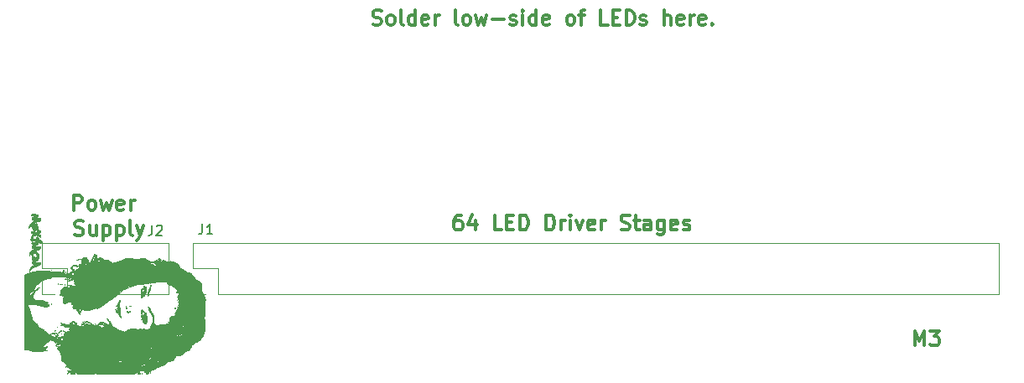
<source format=gbr>
G04 #@! TF.FileFunction,Legend,Top*
%FSLAX46Y46*%
G04 Gerber Fmt 4.6, Leading zero omitted, Abs format (unit mm)*
G04 Created by KiCad (PCBNEW 4.0.7-e2-6376~58~ubuntu17.04.1) date Mon Dec 11 10:45:46 2017*
%MOMM*%
%LPD*%
G01*
G04 APERTURE LIST*
%ADD10C,0.100000*%
%ADD11C,0.300000*%
%ADD12C,0.120000*%
%ADD13C,0.010000*%
%ADD14C,0.150000*%
G04 APERTURE END LIST*
D10*
D11*
X89856715Y-41930571D02*
X89856715Y-40430571D01*
X90356715Y-41502000D01*
X90856715Y-40430571D01*
X90856715Y-41930571D01*
X91428144Y-40430571D02*
X92356715Y-40430571D01*
X91856715Y-41002000D01*
X92071001Y-41002000D01*
X92213858Y-41073429D01*
X92285287Y-41144857D01*
X92356715Y-41287714D01*
X92356715Y-41644857D01*
X92285287Y-41787714D01*
X92213858Y-41859143D01*
X92071001Y-41930571D01*
X91642429Y-41930571D01*
X91499572Y-41859143D01*
X91428144Y-41787714D01*
X35157429Y-9474143D02*
X35371715Y-9545571D01*
X35728858Y-9545571D01*
X35871715Y-9474143D01*
X35943144Y-9402714D01*
X36014572Y-9259857D01*
X36014572Y-9117000D01*
X35943144Y-8974143D01*
X35871715Y-8902714D01*
X35728858Y-8831286D01*
X35443144Y-8759857D01*
X35300286Y-8688429D01*
X35228858Y-8617000D01*
X35157429Y-8474143D01*
X35157429Y-8331286D01*
X35228858Y-8188429D01*
X35300286Y-8117000D01*
X35443144Y-8045571D01*
X35800286Y-8045571D01*
X36014572Y-8117000D01*
X36871715Y-9545571D02*
X36728857Y-9474143D01*
X36657429Y-9402714D01*
X36586000Y-9259857D01*
X36586000Y-8831286D01*
X36657429Y-8688429D01*
X36728857Y-8617000D01*
X36871715Y-8545571D01*
X37086000Y-8545571D01*
X37228857Y-8617000D01*
X37300286Y-8688429D01*
X37371715Y-8831286D01*
X37371715Y-9259857D01*
X37300286Y-9402714D01*
X37228857Y-9474143D01*
X37086000Y-9545571D01*
X36871715Y-9545571D01*
X38228858Y-9545571D02*
X38086000Y-9474143D01*
X38014572Y-9331286D01*
X38014572Y-8045571D01*
X39443143Y-9545571D02*
X39443143Y-8045571D01*
X39443143Y-9474143D02*
X39300286Y-9545571D01*
X39014572Y-9545571D01*
X38871714Y-9474143D01*
X38800286Y-9402714D01*
X38728857Y-9259857D01*
X38728857Y-8831286D01*
X38800286Y-8688429D01*
X38871714Y-8617000D01*
X39014572Y-8545571D01*
X39300286Y-8545571D01*
X39443143Y-8617000D01*
X40728857Y-9474143D02*
X40586000Y-9545571D01*
X40300286Y-9545571D01*
X40157429Y-9474143D01*
X40086000Y-9331286D01*
X40086000Y-8759857D01*
X40157429Y-8617000D01*
X40300286Y-8545571D01*
X40586000Y-8545571D01*
X40728857Y-8617000D01*
X40800286Y-8759857D01*
X40800286Y-8902714D01*
X40086000Y-9045571D01*
X41443143Y-9545571D02*
X41443143Y-8545571D01*
X41443143Y-8831286D02*
X41514571Y-8688429D01*
X41586000Y-8617000D01*
X41728857Y-8545571D01*
X41871714Y-8545571D01*
X43728857Y-9545571D02*
X43585999Y-9474143D01*
X43514571Y-9331286D01*
X43514571Y-8045571D01*
X44514571Y-9545571D02*
X44371713Y-9474143D01*
X44300285Y-9402714D01*
X44228856Y-9259857D01*
X44228856Y-8831286D01*
X44300285Y-8688429D01*
X44371713Y-8617000D01*
X44514571Y-8545571D01*
X44728856Y-8545571D01*
X44871713Y-8617000D01*
X44943142Y-8688429D01*
X45014571Y-8831286D01*
X45014571Y-9259857D01*
X44943142Y-9402714D01*
X44871713Y-9474143D01*
X44728856Y-9545571D01*
X44514571Y-9545571D01*
X45514571Y-8545571D02*
X45800285Y-9545571D01*
X46085999Y-8831286D01*
X46371714Y-9545571D01*
X46657428Y-8545571D01*
X47228857Y-8974143D02*
X48371714Y-8974143D01*
X49014571Y-9474143D02*
X49157428Y-9545571D01*
X49443143Y-9545571D01*
X49586000Y-9474143D01*
X49657428Y-9331286D01*
X49657428Y-9259857D01*
X49586000Y-9117000D01*
X49443143Y-9045571D01*
X49228857Y-9045571D01*
X49086000Y-8974143D01*
X49014571Y-8831286D01*
X49014571Y-8759857D01*
X49086000Y-8617000D01*
X49228857Y-8545571D01*
X49443143Y-8545571D01*
X49586000Y-8617000D01*
X50300286Y-9545571D02*
X50300286Y-8545571D01*
X50300286Y-8045571D02*
X50228857Y-8117000D01*
X50300286Y-8188429D01*
X50371714Y-8117000D01*
X50300286Y-8045571D01*
X50300286Y-8188429D01*
X51657429Y-9545571D02*
X51657429Y-8045571D01*
X51657429Y-9474143D02*
X51514572Y-9545571D01*
X51228858Y-9545571D01*
X51086000Y-9474143D01*
X51014572Y-9402714D01*
X50943143Y-9259857D01*
X50943143Y-8831286D01*
X51014572Y-8688429D01*
X51086000Y-8617000D01*
X51228858Y-8545571D01*
X51514572Y-8545571D01*
X51657429Y-8617000D01*
X52943143Y-9474143D02*
X52800286Y-9545571D01*
X52514572Y-9545571D01*
X52371715Y-9474143D01*
X52300286Y-9331286D01*
X52300286Y-8759857D01*
X52371715Y-8617000D01*
X52514572Y-8545571D01*
X52800286Y-8545571D01*
X52943143Y-8617000D01*
X53014572Y-8759857D01*
X53014572Y-8902714D01*
X52300286Y-9045571D01*
X55014572Y-9545571D02*
X54871714Y-9474143D01*
X54800286Y-9402714D01*
X54728857Y-9259857D01*
X54728857Y-8831286D01*
X54800286Y-8688429D01*
X54871714Y-8617000D01*
X55014572Y-8545571D01*
X55228857Y-8545571D01*
X55371714Y-8617000D01*
X55443143Y-8688429D01*
X55514572Y-8831286D01*
X55514572Y-9259857D01*
X55443143Y-9402714D01*
X55371714Y-9474143D01*
X55228857Y-9545571D01*
X55014572Y-9545571D01*
X55943143Y-8545571D02*
X56514572Y-8545571D01*
X56157429Y-9545571D02*
X56157429Y-8259857D01*
X56228857Y-8117000D01*
X56371715Y-8045571D01*
X56514572Y-8045571D01*
X58871715Y-9545571D02*
X58157429Y-9545571D01*
X58157429Y-8045571D01*
X59371715Y-8759857D02*
X59871715Y-8759857D01*
X60086001Y-9545571D02*
X59371715Y-9545571D01*
X59371715Y-8045571D01*
X60086001Y-8045571D01*
X60728858Y-9545571D02*
X60728858Y-8045571D01*
X61086001Y-8045571D01*
X61300286Y-8117000D01*
X61443144Y-8259857D01*
X61514572Y-8402714D01*
X61586001Y-8688429D01*
X61586001Y-8902714D01*
X61514572Y-9188429D01*
X61443144Y-9331286D01*
X61300286Y-9474143D01*
X61086001Y-9545571D01*
X60728858Y-9545571D01*
X62157429Y-9474143D02*
X62300286Y-9545571D01*
X62586001Y-9545571D01*
X62728858Y-9474143D01*
X62800286Y-9331286D01*
X62800286Y-9259857D01*
X62728858Y-9117000D01*
X62586001Y-9045571D01*
X62371715Y-9045571D01*
X62228858Y-8974143D01*
X62157429Y-8831286D01*
X62157429Y-8759857D01*
X62228858Y-8617000D01*
X62371715Y-8545571D01*
X62586001Y-8545571D01*
X62728858Y-8617000D01*
X64586001Y-9545571D02*
X64586001Y-8045571D01*
X65228858Y-9545571D02*
X65228858Y-8759857D01*
X65157429Y-8617000D01*
X65014572Y-8545571D01*
X64800287Y-8545571D01*
X64657429Y-8617000D01*
X64586001Y-8688429D01*
X66514572Y-9474143D02*
X66371715Y-9545571D01*
X66086001Y-9545571D01*
X65943144Y-9474143D01*
X65871715Y-9331286D01*
X65871715Y-8759857D01*
X65943144Y-8617000D01*
X66086001Y-8545571D01*
X66371715Y-8545571D01*
X66514572Y-8617000D01*
X66586001Y-8759857D01*
X66586001Y-8902714D01*
X65871715Y-9045571D01*
X67228858Y-9545571D02*
X67228858Y-8545571D01*
X67228858Y-8831286D02*
X67300286Y-8688429D01*
X67371715Y-8617000D01*
X67514572Y-8545571D01*
X67657429Y-8545571D01*
X68728857Y-9474143D02*
X68586000Y-9545571D01*
X68300286Y-9545571D01*
X68157429Y-9474143D01*
X68086000Y-9331286D01*
X68086000Y-8759857D01*
X68157429Y-8617000D01*
X68300286Y-8545571D01*
X68586000Y-8545571D01*
X68728857Y-8617000D01*
X68800286Y-8759857D01*
X68800286Y-8902714D01*
X68086000Y-9045571D01*
X69443143Y-9402714D02*
X69514571Y-9474143D01*
X69443143Y-9545571D01*
X69371714Y-9474143D01*
X69443143Y-9402714D01*
X69443143Y-9545571D01*
X4973286Y-28232571D02*
X4973286Y-26732571D01*
X5544714Y-26732571D01*
X5687572Y-26804000D01*
X5759000Y-26875429D01*
X5830429Y-27018286D01*
X5830429Y-27232571D01*
X5759000Y-27375429D01*
X5687572Y-27446857D01*
X5544714Y-27518286D01*
X4973286Y-27518286D01*
X6687572Y-28232571D02*
X6544714Y-28161143D01*
X6473286Y-28089714D01*
X6401857Y-27946857D01*
X6401857Y-27518286D01*
X6473286Y-27375429D01*
X6544714Y-27304000D01*
X6687572Y-27232571D01*
X6901857Y-27232571D01*
X7044714Y-27304000D01*
X7116143Y-27375429D01*
X7187572Y-27518286D01*
X7187572Y-27946857D01*
X7116143Y-28089714D01*
X7044714Y-28161143D01*
X6901857Y-28232571D01*
X6687572Y-28232571D01*
X7687572Y-27232571D02*
X7973286Y-28232571D01*
X8259000Y-27518286D01*
X8544715Y-28232571D01*
X8830429Y-27232571D01*
X9973286Y-28161143D02*
X9830429Y-28232571D01*
X9544715Y-28232571D01*
X9401858Y-28161143D01*
X9330429Y-28018286D01*
X9330429Y-27446857D01*
X9401858Y-27304000D01*
X9544715Y-27232571D01*
X9830429Y-27232571D01*
X9973286Y-27304000D01*
X10044715Y-27446857D01*
X10044715Y-27589714D01*
X9330429Y-27732571D01*
X10687572Y-28232571D02*
X10687572Y-27232571D01*
X10687572Y-27518286D02*
X10759000Y-27375429D01*
X10830429Y-27304000D01*
X10973286Y-27232571D01*
X11116143Y-27232571D01*
X5080429Y-30711143D02*
X5294715Y-30782571D01*
X5651858Y-30782571D01*
X5794715Y-30711143D01*
X5866144Y-30639714D01*
X5937572Y-30496857D01*
X5937572Y-30354000D01*
X5866144Y-30211143D01*
X5794715Y-30139714D01*
X5651858Y-30068286D01*
X5366144Y-29996857D01*
X5223286Y-29925429D01*
X5151858Y-29854000D01*
X5080429Y-29711143D01*
X5080429Y-29568286D01*
X5151858Y-29425429D01*
X5223286Y-29354000D01*
X5366144Y-29282571D01*
X5723286Y-29282571D01*
X5937572Y-29354000D01*
X7223286Y-29782571D02*
X7223286Y-30782571D01*
X6580429Y-29782571D02*
X6580429Y-30568286D01*
X6651857Y-30711143D01*
X6794715Y-30782571D01*
X7009000Y-30782571D01*
X7151857Y-30711143D01*
X7223286Y-30639714D01*
X7937572Y-29782571D02*
X7937572Y-31282571D01*
X7937572Y-29854000D02*
X8080429Y-29782571D01*
X8366143Y-29782571D01*
X8509000Y-29854000D01*
X8580429Y-29925429D01*
X8651858Y-30068286D01*
X8651858Y-30496857D01*
X8580429Y-30639714D01*
X8509000Y-30711143D01*
X8366143Y-30782571D01*
X8080429Y-30782571D01*
X7937572Y-30711143D01*
X9294715Y-29782571D02*
X9294715Y-31282571D01*
X9294715Y-29854000D02*
X9437572Y-29782571D01*
X9723286Y-29782571D01*
X9866143Y-29854000D01*
X9937572Y-29925429D01*
X10009001Y-30068286D01*
X10009001Y-30496857D01*
X9937572Y-30639714D01*
X9866143Y-30711143D01*
X9723286Y-30782571D01*
X9437572Y-30782571D01*
X9294715Y-30711143D01*
X10866144Y-30782571D02*
X10723286Y-30711143D01*
X10651858Y-30568286D01*
X10651858Y-29282571D01*
X11294715Y-29782571D02*
X11651858Y-30782571D01*
X12009000Y-29782571D02*
X11651858Y-30782571D01*
X11509000Y-31139714D01*
X11437572Y-31211143D01*
X11294715Y-31282571D01*
X44078430Y-28746571D02*
X43792716Y-28746571D01*
X43649859Y-28818000D01*
X43578430Y-28889429D01*
X43435573Y-29103714D01*
X43364144Y-29389429D01*
X43364144Y-29960857D01*
X43435573Y-30103714D01*
X43507001Y-30175143D01*
X43649859Y-30246571D01*
X43935573Y-30246571D01*
X44078430Y-30175143D01*
X44149859Y-30103714D01*
X44221287Y-29960857D01*
X44221287Y-29603714D01*
X44149859Y-29460857D01*
X44078430Y-29389429D01*
X43935573Y-29318000D01*
X43649859Y-29318000D01*
X43507001Y-29389429D01*
X43435573Y-29460857D01*
X43364144Y-29603714D01*
X45507001Y-29246571D02*
X45507001Y-30246571D01*
X45149858Y-28675143D02*
X44792715Y-29746571D01*
X45721287Y-29746571D01*
X48149858Y-30246571D02*
X47435572Y-30246571D01*
X47435572Y-28746571D01*
X48649858Y-29460857D02*
X49149858Y-29460857D01*
X49364144Y-30246571D02*
X48649858Y-30246571D01*
X48649858Y-28746571D01*
X49364144Y-28746571D01*
X50007001Y-30246571D02*
X50007001Y-28746571D01*
X50364144Y-28746571D01*
X50578429Y-28818000D01*
X50721287Y-28960857D01*
X50792715Y-29103714D01*
X50864144Y-29389429D01*
X50864144Y-29603714D01*
X50792715Y-29889429D01*
X50721287Y-30032286D01*
X50578429Y-30175143D01*
X50364144Y-30246571D01*
X50007001Y-30246571D01*
X52649858Y-30246571D02*
X52649858Y-28746571D01*
X53007001Y-28746571D01*
X53221286Y-28818000D01*
X53364144Y-28960857D01*
X53435572Y-29103714D01*
X53507001Y-29389429D01*
X53507001Y-29603714D01*
X53435572Y-29889429D01*
X53364144Y-30032286D01*
X53221286Y-30175143D01*
X53007001Y-30246571D01*
X52649858Y-30246571D01*
X54149858Y-30246571D02*
X54149858Y-29246571D01*
X54149858Y-29532286D02*
X54221286Y-29389429D01*
X54292715Y-29318000D01*
X54435572Y-29246571D01*
X54578429Y-29246571D01*
X55078429Y-30246571D02*
X55078429Y-29246571D01*
X55078429Y-28746571D02*
X55007000Y-28818000D01*
X55078429Y-28889429D01*
X55149857Y-28818000D01*
X55078429Y-28746571D01*
X55078429Y-28889429D01*
X55649858Y-29246571D02*
X56007001Y-30246571D01*
X56364143Y-29246571D01*
X57507000Y-30175143D02*
X57364143Y-30246571D01*
X57078429Y-30246571D01*
X56935572Y-30175143D01*
X56864143Y-30032286D01*
X56864143Y-29460857D01*
X56935572Y-29318000D01*
X57078429Y-29246571D01*
X57364143Y-29246571D01*
X57507000Y-29318000D01*
X57578429Y-29460857D01*
X57578429Y-29603714D01*
X56864143Y-29746571D01*
X58221286Y-30246571D02*
X58221286Y-29246571D01*
X58221286Y-29532286D02*
X58292714Y-29389429D01*
X58364143Y-29318000D01*
X58507000Y-29246571D01*
X58649857Y-29246571D01*
X60221285Y-30175143D02*
X60435571Y-30246571D01*
X60792714Y-30246571D01*
X60935571Y-30175143D01*
X61007000Y-30103714D01*
X61078428Y-29960857D01*
X61078428Y-29818000D01*
X61007000Y-29675143D01*
X60935571Y-29603714D01*
X60792714Y-29532286D01*
X60507000Y-29460857D01*
X60364142Y-29389429D01*
X60292714Y-29318000D01*
X60221285Y-29175143D01*
X60221285Y-29032286D01*
X60292714Y-28889429D01*
X60364142Y-28818000D01*
X60507000Y-28746571D01*
X60864142Y-28746571D01*
X61078428Y-28818000D01*
X61506999Y-29246571D02*
X62078428Y-29246571D01*
X61721285Y-28746571D02*
X61721285Y-30032286D01*
X61792713Y-30175143D01*
X61935571Y-30246571D01*
X62078428Y-30246571D01*
X63221285Y-30246571D02*
X63221285Y-29460857D01*
X63149856Y-29318000D01*
X63006999Y-29246571D01*
X62721285Y-29246571D01*
X62578428Y-29318000D01*
X63221285Y-30175143D02*
X63078428Y-30246571D01*
X62721285Y-30246571D01*
X62578428Y-30175143D01*
X62506999Y-30032286D01*
X62506999Y-29889429D01*
X62578428Y-29746571D01*
X62721285Y-29675143D01*
X63078428Y-29675143D01*
X63221285Y-29603714D01*
X64578428Y-29246571D02*
X64578428Y-30460857D01*
X64506999Y-30603714D01*
X64435571Y-30675143D01*
X64292714Y-30746571D01*
X64078428Y-30746571D01*
X63935571Y-30675143D01*
X64578428Y-30175143D02*
X64435571Y-30246571D01*
X64149857Y-30246571D01*
X64006999Y-30175143D01*
X63935571Y-30103714D01*
X63864142Y-29960857D01*
X63864142Y-29532286D01*
X63935571Y-29389429D01*
X64006999Y-29318000D01*
X64149857Y-29246571D01*
X64435571Y-29246571D01*
X64578428Y-29318000D01*
X65864142Y-30175143D02*
X65721285Y-30246571D01*
X65435571Y-30246571D01*
X65292714Y-30175143D01*
X65221285Y-30032286D01*
X65221285Y-29460857D01*
X65292714Y-29318000D01*
X65435571Y-29246571D01*
X65721285Y-29246571D01*
X65864142Y-29318000D01*
X65935571Y-29460857D01*
X65935571Y-29603714D01*
X65221285Y-29746571D01*
X66506999Y-30175143D02*
X66649856Y-30246571D01*
X66935571Y-30246571D01*
X67078428Y-30175143D01*
X67149856Y-30032286D01*
X67149856Y-29960857D01*
X67078428Y-29818000D01*
X66935571Y-29746571D01*
X66721285Y-29746571D01*
X66578428Y-29675143D01*
X66506999Y-29532286D01*
X66506999Y-29460857D01*
X66578428Y-29318000D01*
X66721285Y-29246571D01*
X66935571Y-29246571D01*
X67078428Y-29318000D01*
D12*
X98370000Y-36740000D02*
X98370000Y-31540000D01*
X19570000Y-36740000D02*
X98370000Y-36740000D01*
X16970000Y-31540000D02*
X98370000Y-31540000D01*
X19570000Y-36740000D02*
X19570000Y-34140000D01*
X19570000Y-34140000D02*
X16970000Y-34140000D01*
X16970000Y-34140000D02*
X16970000Y-31540000D01*
X18300000Y-36740000D02*
X16970000Y-36740000D01*
X16970000Y-36740000D02*
X16970000Y-35410000D01*
X14550000Y-36740000D02*
X14550000Y-31540000D01*
X4330000Y-36740000D02*
X14550000Y-36740000D01*
X1730000Y-31540000D02*
X14550000Y-31540000D01*
X4330000Y-36740000D02*
X4330000Y-34140000D01*
X4330000Y-34140000D02*
X1730000Y-34140000D01*
X1730000Y-34140000D02*
X1730000Y-31540000D01*
X3060000Y-36740000D02*
X1730000Y-36740000D01*
X1730000Y-36740000D02*
X1730000Y-35410000D01*
D13*
G36*
X18222194Y-37273969D02*
X18180365Y-37443789D01*
X18152395Y-37572656D01*
X18137235Y-37668181D01*
X18133833Y-37737973D01*
X18141139Y-37789643D01*
X18148164Y-37810300D01*
X18161528Y-37869171D01*
X18172058Y-37967022D01*
X18179703Y-38093459D01*
X18184410Y-38238093D01*
X18186127Y-38390531D01*
X18184803Y-38540383D01*
X18180385Y-38677257D01*
X18172821Y-38790763D01*
X18162059Y-38870508D01*
X18153620Y-38898724D01*
X18134195Y-38974350D01*
X18128047Y-39083724D01*
X18134647Y-39211703D01*
X18153464Y-39343148D01*
X18171976Y-39423200D01*
X18185821Y-39506973D01*
X18193779Y-39627037D01*
X18196270Y-39771449D01*
X18193714Y-39928265D01*
X18186531Y-40085542D01*
X18175143Y-40231337D01*
X18159969Y-40353705D01*
X18141430Y-40440704D01*
X18135581Y-40457375D01*
X18111622Y-40529016D01*
X18102369Y-40583988D01*
X18103982Y-40597075D01*
X18098668Y-40635140D01*
X18072703Y-40700887D01*
X18039763Y-40765256D01*
X17997434Y-40849981D01*
X17967523Y-40927565D01*
X17958219Y-40968544D01*
X17934091Y-41066441D01*
X17874718Y-41163512D01*
X17776036Y-41264545D01*
X17633981Y-41374328D01*
X17585922Y-41407260D01*
X17487344Y-41469091D01*
X17385132Y-41526182D01*
X17291727Y-41572264D01*
X17219568Y-41601071D01*
X17188291Y-41607600D01*
X17157108Y-41624454D01*
X17102474Y-41668756D01*
X17035915Y-41731115D01*
X17032420Y-41734600D01*
X16954904Y-41806573D01*
X16895310Y-41846109D01*
X16840631Y-41861066D01*
X16821660Y-41861946D01*
X16735456Y-41867102D01*
X16672793Y-41879844D01*
X16643129Y-41897262D01*
X16651879Y-41914178D01*
X16662223Y-41935011D01*
X16626459Y-41960558D01*
X16615926Y-41965531D01*
X16566464Y-41995935D01*
X16548419Y-42021849D01*
X16564752Y-42033060D01*
X16598200Y-42026700D01*
X16640652Y-42020989D01*
X16646980Y-42036580D01*
X16621217Y-42063654D01*
X16571986Y-42090537D01*
X16522988Y-42114969D01*
X16505384Y-42132367D01*
X16506090Y-42133555D01*
X16509300Y-42133170D01*
X16509300Y-42293400D01*
X16496600Y-42306100D01*
X16509300Y-42318800D01*
X16522000Y-42306100D01*
X16509300Y-42293400D01*
X16509300Y-42133170D01*
X16533414Y-42130272D01*
X16590439Y-42109433D01*
X16627554Y-42092964D01*
X16683537Y-42063509D01*
X16706829Y-42044346D01*
X16701071Y-42040327D01*
X16678837Y-42031779D01*
X16694857Y-42013144D01*
X16739600Y-41991568D01*
X16783723Y-41978350D01*
X16854946Y-41961542D01*
X16796423Y-42044921D01*
X16754773Y-42099927D01*
X16723658Y-42133478D01*
X16718692Y-42136819D01*
X16709653Y-42161094D01*
X16711572Y-42164897D01*
X16703277Y-42193461D01*
X16668983Y-42245747D01*
X16636518Y-42286261D01*
X16544007Y-42370343D01*
X16422034Y-42434939D01*
X16389638Y-42447614D01*
X16253410Y-42513048D01*
X16134348Y-42606213D01*
X16102900Y-42637237D01*
X15972243Y-42748326D01*
X15848900Y-42813325D01*
X15771224Y-42843675D01*
X15711783Y-42870855D01*
X15692621Y-42882229D01*
X15661858Y-42889087D01*
X15654321Y-42878061D01*
X15621742Y-42850245D01*
X15560542Y-42835898D01*
X15491451Y-42836436D01*
X15435198Y-42853273D01*
X15423335Y-42862293D01*
X15361343Y-42892394D01*
X15258374Y-42902997D01*
X15256532Y-42903000D01*
X15164586Y-42910356D01*
X15120000Y-42932645D01*
X15116768Y-42938616D01*
X15114030Y-42980547D01*
X15150904Y-43000930D01*
X15202092Y-43004600D01*
X15238110Y-43006123D01*
X15248517Y-43016235D01*
X15230142Y-43043248D01*
X15179813Y-43095478D01*
X15159758Y-43115557D01*
X15100669Y-43181951D01*
X15060250Y-43241324D01*
X15048362Y-43274307D01*
X15031089Y-43316057D01*
X14989694Y-43360687D01*
X14938796Y-43397387D01*
X14893015Y-43415348D01*
X14868641Y-43407182D01*
X14835703Y-43392053D01*
X14822626Y-43396800D01*
X14806584Y-43429426D01*
X14811011Y-43442079D01*
X14812244Y-43457579D01*
X14798725Y-43451525D01*
X14772432Y-43446752D01*
X14769400Y-43453950D01*
X14747781Y-43471451D01*
X14712250Y-43478291D01*
X14648397Y-43486313D01*
X14617000Y-43493263D01*
X14567948Y-43505537D01*
X14495910Y-43521452D01*
X14481289Y-43524491D01*
X14389809Y-43561747D01*
X14339706Y-43616843D01*
X14289642Y-43678056D01*
X14220390Y-43739551D01*
X14202452Y-43752451D01*
X14123846Y-43806878D01*
X14048380Y-43860768D01*
X14035594Y-43870150D01*
X13964589Y-43908246D01*
X13873298Y-43939543D01*
X13838661Y-43947357D01*
X13761340Y-43967295D01*
X13704595Y-43992111D01*
X13689900Y-44004255D01*
X13657340Y-44034776D01*
X13644938Y-44039439D01*
X13508733Y-44066043D01*
X13351262Y-44132643D01*
X13246434Y-44191501D01*
X13158965Y-44245719D01*
X13089093Y-44291526D01*
X13047667Y-44321704D01*
X13041418Y-44327893D01*
X13007663Y-44345262D01*
X12977918Y-44348920D01*
X12908898Y-44354028D01*
X12822663Y-44366453D01*
X12733224Y-44383310D01*
X12654592Y-44401716D01*
X12600779Y-44418785D01*
X12585000Y-44429801D01*
X12602334Y-44452122D01*
X12605546Y-44452400D01*
X12640135Y-44467221D01*
X12663000Y-44484150D01*
X12689631Y-44508492D01*
X12691724Y-44512252D01*
X12664742Y-44516167D01*
X12604105Y-44530124D01*
X12551720Y-44543536D01*
X12468718Y-44560925D01*
X12400614Y-44567189D01*
X12375450Y-44564522D01*
X12339333Y-44566979D01*
X12331000Y-44599688D01*
X12340426Y-44632618D01*
X12377614Y-44645321D01*
X12423898Y-44645850D01*
X12490666Y-44651905D01*
X12526312Y-44671784D01*
X12527614Y-44674650D01*
X12517786Y-44702486D01*
X12501327Y-44706400D01*
X12454891Y-44724408D01*
X12432601Y-44744500D01*
X12386417Y-44771191D01*
X12319005Y-44782594D01*
X12317568Y-44782600D01*
X12261542Y-44778330D01*
X12243589Y-44758680D01*
X12248147Y-44725450D01*
X12267270Y-44669013D01*
X12281322Y-44642900D01*
X12282363Y-44606740D01*
X12269207Y-44588722D01*
X12237626Y-44576696D01*
X12208039Y-44607772D01*
X12169471Y-44650151D01*
X12138457Y-44642308D01*
X12117451Y-44592421D01*
X12083965Y-44529468D01*
X12044722Y-44491978D01*
X11985738Y-44464501D01*
X11895811Y-44434350D01*
X11793134Y-44406338D01*
X11695898Y-44385276D01*
X11622298Y-44375975D01*
X11607100Y-44376235D01*
X11543069Y-44381606D01*
X11516084Y-44383823D01*
X11480902Y-44404127D01*
X11475867Y-44420835D01*
X11492541Y-44442408D01*
X11516084Y-44437121D01*
X11577577Y-44420203D01*
X11598886Y-44417885D01*
X11607100Y-44414350D01*
X11607100Y-44427000D01*
X11594400Y-44439700D01*
X11607100Y-44452400D01*
X11619800Y-44439700D01*
X11607100Y-44427000D01*
X11607100Y-44414350D01*
X11627901Y-44405395D01*
X11626711Y-44392232D01*
X11629209Y-44381042D01*
X11643186Y-44387655D01*
X11655630Y-44412390D01*
X11629396Y-44454410D01*
X11617283Y-44467779D01*
X11567305Y-44516371D01*
X11546006Y-44524526D01*
X11551957Y-44492720D01*
X11553292Y-44489180D01*
X11555960Y-44462404D01*
X11546376Y-44463384D01*
X11520605Y-44498798D01*
X11508543Y-44549320D01*
X11515402Y-44588638D01*
X11520585Y-44593573D01*
X11538755Y-44625844D01*
X11542790Y-44675324D01*
X11533359Y-44718217D01*
X11516701Y-44731800D01*
X11502241Y-44747671D01*
X11507010Y-44759641D01*
X11503702Y-44779021D01*
X11476759Y-44778242D01*
X11441771Y-44755437D01*
X11428070Y-44697835D01*
X11427355Y-44680550D01*
X11424210Y-44590102D01*
X11418587Y-44543364D01*
X11408645Y-44533249D01*
X11393651Y-44550904D01*
X11360162Y-44572331D01*
X11342826Y-44568199D01*
X11324668Y-44538874D01*
X11327655Y-44528673D01*
X11320590Y-44505937D01*
X11284046Y-44489491D01*
X11239342Y-44485235D01*
X11210249Y-44496191D01*
X11186066Y-44539331D01*
X11176924Y-44570968D01*
X11177731Y-44607061D01*
X11208978Y-44614775D01*
X11234669Y-44611591D01*
X11275928Y-44606260D01*
X11279861Y-44613412D01*
X11244355Y-44639617D01*
X11220516Y-44655647D01*
X11156089Y-44688533D01*
X11101429Y-44699813D01*
X11093516Y-44698656D01*
X11070199Y-44689443D01*
X11095201Y-44684606D01*
X11106452Y-44683946D01*
X11145473Y-44676591D01*
X11140173Y-44655289D01*
X11133174Y-44647354D01*
X11102589Y-44627790D01*
X11059817Y-44635925D01*
X11026126Y-44651433D01*
X10966749Y-44673519D01*
X10905499Y-44673906D01*
X10836569Y-44658683D01*
X10748332Y-44642194D01*
X10700103Y-44651227D01*
X10696659Y-44654181D01*
X10682714Y-44686762D01*
X10717061Y-44708993D01*
X10800380Y-44721201D01*
X10840818Y-44723153D01*
X10934261Y-44726153D01*
X11019526Y-44728963D01*
X11048300Y-44729941D01*
X11096218Y-44735134D01*
X11098502Y-44748079D01*
X11086400Y-44757106D01*
X11052816Y-44763260D01*
X10977111Y-44768488D01*
X10866015Y-44772795D01*
X10726258Y-44776186D01*
X10564571Y-44778665D01*
X10387684Y-44780239D01*
X10202327Y-44780911D01*
X10015230Y-44780687D01*
X9833123Y-44779572D01*
X9662736Y-44777570D01*
X9510801Y-44774686D01*
X9384046Y-44770926D01*
X9289202Y-44766294D01*
X9232999Y-44760796D01*
X9220403Y-44755739D01*
X9214072Y-44734990D01*
X9197099Y-44731800D01*
X9153214Y-44746703D01*
X9143301Y-44757200D01*
X9113276Y-44769311D01*
X9050655Y-44777568D01*
X8970713Y-44781763D01*
X8888728Y-44781686D01*
X8819977Y-44777128D01*
X8779738Y-44767882D01*
X8775000Y-44762233D01*
X8752636Y-44748125D01*
X8697661Y-44739846D01*
X8686156Y-44739349D01*
X8631702Y-44743268D01*
X8610336Y-44756155D01*
X8611455Y-44759715D01*
X8604503Y-44779574D01*
X8587499Y-44782600D01*
X8543614Y-44767696D01*
X8533700Y-44757200D01*
X8497978Y-44736078D01*
X8467202Y-44731800D01*
X8433035Y-44741820D01*
X8432100Y-44757200D01*
X8413223Y-44766451D01*
X8344567Y-44773660D01*
X8227113Y-44778781D01*
X8061842Y-44781770D01*
X7880451Y-44782600D01*
X7692097Y-44782162D01*
X7547752Y-44780543D01*
X7440633Y-44777277D01*
X7363952Y-44771904D01*
X7310926Y-44763960D01*
X7274768Y-44752981D01*
X7250302Y-44739622D01*
X7198781Y-44699817D01*
X7169226Y-44669772D01*
X7136814Y-44657921D01*
X7099720Y-44674650D01*
X7052164Y-44699394D01*
X7029095Y-44706011D01*
X7029135Y-44695276D01*
X7044882Y-44683341D01*
X7062583Y-44661963D01*
X7037178Y-44638380D01*
X7025102Y-44631646D01*
X6985986Y-44615228D01*
X6977031Y-44633771D01*
X6981813Y-44666596D01*
X6996673Y-44725759D01*
X7009442Y-44756781D01*
X6990160Y-44764869D01*
X6921219Y-44771434D01*
X6802388Y-44776480D01*
X6633437Y-44780016D01*
X6414135Y-44782048D01*
X6185216Y-44782600D01*
X5345033Y-44782600D01*
X5360275Y-44721870D01*
X5360056Y-44675497D01*
X5342671Y-44640349D01*
X5318933Y-44629322D01*
X5300933Y-44651102D01*
X5270387Y-44677907D01*
X5252266Y-44681000D01*
X5225342Y-44664633D01*
X5228186Y-44642900D01*
X5236229Y-44616048D01*
X5226147Y-44607764D01*
X5188129Y-44618293D01*
X5117915Y-44645657D01*
X5049807Y-44679414D01*
X5017360Y-44709284D01*
X5025159Y-44729488D01*
X5047550Y-44734331D01*
X5070163Y-44740108D01*
X5052351Y-44748919D01*
X5004265Y-44759041D01*
X4936057Y-44768751D01*
X4857879Y-44776325D01*
X4779883Y-44780041D01*
X4778133Y-44780068D01*
X4686236Y-44779869D01*
X4635656Y-44774411D01*
X4616998Y-44761448D01*
X4619491Y-44742140D01*
X4637785Y-44686000D01*
X4651219Y-44637127D01*
X4657962Y-44593383D01*
X4638730Y-44579529D01*
X4587611Y-44584288D01*
X4532373Y-44585577D01*
X4506676Y-44574029D01*
X4519259Y-44556062D01*
X4538299Y-44548067D01*
X4554866Y-44533087D01*
X4539749Y-44519947D01*
X4505952Y-44525940D01*
X4452382Y-44562862D01*
X4420350Y-44592343D01*
X4369523Y-44639272D01*
X4336749Y-44662047D01*
X4330000Y-44660343D01*
X4351095Y-44613551D01*
X4405761Y-44556356D01*
X4481074Y-44498818D01*
X4564108Y-44450994D01*
X4632125Y-44425230D01*
X4701040Y-44403390D01*
X4741457Y-44382304D01*
X4746334Y-44371723D01*
X4752875Y-44352416D01*
X4763412Y-44350800D01*
X4779700Y-44341149D01*
X4761800Y-44312700D01*
X4714379Y-44284518D01*
X4657090Y-44274600D01*
X4599384Y-44264608D01*
X4586994Y-44239084D01*
X4622528Y-44204705D01*
X4628450Y-44201244D01*
X4657578Y-44174698D01*
X4641664Y-44144615D01*
X4607789Y-44126333D01*
X4560100Y-44140267D01*
X4546832Y-44147101D01*
X4481167Y-44167822D01*
X4425669Y-44153387D01*
X4390223Y-44132933D01*
X4400062Y-44124795D01*
X4412550Y-44123919D01*
X4450113Y-44113438D01*
X4456612Y-44103150D01*
X4437523Y-44057244D01*
X4379149Y-44028871D01*
X4281369Y-44015778D01*
X4144947Y-44007900D01*
X4218424Y-43927613D01*
X4265644Y-43870450D01*
X4295076Y-43824383D01*
X4301879Y-43798894D01*
X4282122Y-43802894D01*
X4236267Y-43808334D01*
X4195789Y-43783449D01*
X4183501Y-43744659D01*
X4171044Y-43708661D01*
X4152200Y-43701925D01*
X4091660Y-43686655D01*
X4035072Y-43652894D01*
X4002131Y-43613542D01*
X3999800Y-43602105D01*
X3977906Y-43555286D01*
X3913610Y-43534008D01*
X3858284Y-43533726D01*
X3794896Y-43530194D01*
X3752674Y-43504601D01*
X3728043Y-43449639D01*
X3717429Y-43358001D01*
X3716784Y-43244432D01*
X3715861Y-43120523D01*
X3706144Y-43031527D01*
X3685417Y-42961987D01*
X3672224Y-42933543D01*
X3637825Y-42846928D01*
X3610674Y-42745733D01*
X3605127Y-42714861D01*
X3584522Y-42631388D01*
X3553869Y-42563265D01*
X3539208Y-42544007D01*
X3502945Y-42491719D01*
X3491968Y-42452150D01*
X3499845Y-42433969D01*
X3525208Y-42458909D01*
X3542600Y-42483900D01*
X3577466Y-42528214D01*
X3592539Y-42525899D01*
X3593233Y-42517727D01*
X3602536Y-42454953D01*
X3608489Y-42436033D01*
X3609753Y-42410924D01*
X3579398Y-42404107D01*
X3532289Y-42408400D01*
X3470830Y-42409968D01*
X3441682Y-42397574D01*
X3441000Y-42394299D01*
X3420494Y-42365403D01*
X3382367Y-42341795D01*
X3334378Y-42303742D01*
X3298410Y-42247899D01*
X3281947Y-42191342D01*
X3292472Y-42151148D01*
X3297165Y-42147372D01*
X3332899Y-42110722D01*
X3354947Y-42077500D01*
X3368354Y-42037770D01*
X3345155Y-42011091D01*
X3316847Y-41997012D01*
X3250500Y-41967325D01*
X3339400Y-41963005D01*
X3467963Y-41960580D01*
X3580997Y-41965536D01*
X3666845Y-41976910D01*
X3713849Y-41993742D01*
X3714050Y-41993907D01*
X3741237Y-42006261D01*
X3745800Y-41991782D01*
X3724776Y-41963679D01*
X3673175Y-41931790D01*
X3663250Y-41927244D01*
X3614101Y-41903486D01*
X3609216Y-41892303D01*
X3636351Y-41889071D01*
X3687484Y-41897746D01*
X3707700Y-41912400D01*
X3748420Y-41936139D01*
X3783900Y-41926679D01*
X3783900Y-43284000D01*
X3771200Y-43296700D01*
X3783900Y-43309400D01*
X3796600Y-43296700D01*
X3783900Y-43284000D01*
X3783900Y-41926679D01*
X3808529Y-41920112D01*
X3822000Y-41912011D01*
X3847330Y-41888101D01*
X3827083Y-41865376D01*
X3822000Y-41861988D01*
X3767580Y-41842351D01*
X3717987Y-41836588D01*
X3650482Y-41817795D01*
X3606100Y-41785400D01*
X3544308Y-41741032D01*
X3486978Y-41745051D01*
X3447338Y-41784690D01*
X3409674Y-41818521D01*
X3380298Y-41821058D01*
X3339123Y-41823761D01*
X3327771Y-41834468D01*
X3293522Y-41851800D01*
X3230717Y-41859605D01*
X3217251Y-41859594D01*
X3165422Y-41855467D01*
X3150589Y-41847618D01*
X3155250Y-41844778D01*
X3184765Y-41811196D01*
X3187000Y-41797694D01*
X3208551Y-41762499D01*
X3259310Y-41743395D01*
X3275900Y-41744622D01*
X3275900Y-41760000D01*
X3263200Y-41772700D01*
X3275900Y-41785400D01*
X3288600Y-41772700D01*
X3275900Y-41760000D01*
X3275900Y-41744622D01*
X3318434Y-41747771D01*
X3323122Y-41749441D01*
X3358026Y-41751091D01*
X3360848Y-41725965D01*
X3330807Y-41687298D01*
X3326980Y-41684032D01*
X3300702Y-41650120D01*
X3300463Y-41634355D01*
X3292080Y-41617072D01*
X3281133Y-41615381D01*
X3245141Y-41604769D01*
X3176472Y-41577163D01*
X3088089Y-41537873D01*
X3060000Y-41524759D01*
X2949974Y-41475256D01*
X2837922Y-41428786D01*
X2746486Y-41394701D01*
X2739501Y-41392384D01*
X2609501Y-41349944D01*
X2460101Y-41445044D01*
X2398073Y-41485966D01*
X2338747Y-41529101D01*
X2275263Y-41580397D01*
X2200759Y-41645803D01*
X2108375Y-41731269D01*
X1991248Y-41842743D01*
X1899134Y-41931450D01*
X1822803Y-42006389D01*
X1779771Y-42053308D01*
X1765986Y-42078618D01*
X1777396Y-42088730D01*
X1798812Y-42090200D01*
X1875397Y-42080992D01*
X1921697Y-42068159D01*
X1970785Y-42055313D01*
X2040483Y-42043577D01*
X2119011Y-42033958D01*
X2194588Y-42027464D01*
X2255433Y-42025104D01*
X2289767Y-42027886D01*
X2285807Y-42036817D01*
X2285300Y-42037046D01*
X2218672Y-42079839D01*
X2155272Y-42141420D01*
X2106512Y-42207846D01*
X2083805Y-42265173D01*
X2084546Y-42282328D01*
X2125567Y-42345337D01*
X2206542Y-42395443D01*
X2285300Y-42419828D01*
X2292720Y-42426009D01*
X2256173Y-42430843D01*
X2182484Y-42433834D01*
X2082100Y-42434511D01*
X1884167Y-42439868D01*
X1727373Y-42458697D01*
X1650300Y-42476614D01*
X1464122Y-42510653D01*
X1244739Y-42518120D01*
X1001943Y-42499503D01*
X745524Y-42455288D01*
X621600Y-42425412D01*
X500571Y-42395341D01*
X358169Y-42362652D01*
X222989Y-42333882D01*
X208850Y-42331051D01*
X-13400Y-42286923D01*
X-13400Y-34755892D01*
X158050Y-34666620D01*
X334720Y-34590098D01*
X551856Y-34521116D01*
X799462Y-34461387D01*
X1067541Y-34412627D01*
X1219156Y-34392991D01*
X1219156Y-35597167D01*
X1168160Y-35613694D01*
X1122155Y-35639677D01*
X1104200Y-35663371D01*
X1124159Y-35687020D01*
X1135950Y-35688592D01*
X1176652Y-35675539D01*
X1220609Y-35647044D01*
X1250191Y-35616567D01*
X1251919Y-35600051D01*
X1219156Y-35597167D01*
X1219156Y-34392991D01*
X1346093Y-34376551D01*
X1625122Y-34354873D01*
X1713800Y-34353043D01*
X1713800Y-35206800D01*
X1692893Y-35216093D01*
X1696867Y-35223733D01*
X1727011Y-35226773D01*
X1730734Y-35223733D01*
X1727247Y-35208633D01*
X1713800Y-35206800D01*
X1713800Y-34353043D01*
X1894630Y-34349310D01*
X1993200Y-34351807D01*
X2151889Y-34358464D01*
X2272242Y-34364881D01*
X2366700Y-34372337D01*
X2447705Y-34382108D01*
X2527698Y-34395469D01*
X2619120Y-34413697D01*
X2640900Y-34418256D01*
X2709563Y-34428258D01*
X2817202Y-34438640D01*
X2952012Y-34448497D01*
X3102185Y-34456923D01*
X3199700Y-34461101D01*
X3239300Y-34462881D01*
X3239300Y-34927400D01*
X3197207Y-34937071D01*
X3187000Y-34951088D01*
X3164831Y-34980420D01*
X3106598Y-34992970D01*
X3024715Y-34987144D01*
X2981284Y-34977522D01*
X2907919Y-34962121D01*
X2858174Y-34967850D01*
X2808585Y-34997229D01*
X2677546Y-35066595D01*
X2529727Y-35102480D01*
X2478360Y-35105448D01*
X2403333Y-35116591D01*
X2309515Y-35144909D01*
X2251028Y-35168948D01*
X2164165Y-35203984D01*
X2084970Y-35226953D01*
X2046333Y-35232200D01*
X1974680Y-35246020D01*
X1928205Y-35269492D01*
X1869632Y-35295019D01*
X1792737Y-35307403D01*
X1784943Y-35307592D01*
X1713943Y-35317242D01*
X1660362Y-35353093D01*
X1625802Y-35393860D01*
X1564866Y-35460904D01*
X1479242Y-35539333D01*
X1382819Y-35618003D01*
X1289485Y-35685770D01*
X1213130Y-35731492D01*
X1195056Y-35739456D01*
X1140119Y-35773416D01*
X1112904Y-35809668D01*
X1095478Y-35851776D01*
X1061877Y-35926518D01*
X1018042Y-36020797D01*
X996429Y-36066384D01*
X909041Y-36232190D01*
X822623Y-36357202D01*
X729859Y-36450746D01*
X651574Y-36505951D01*
X548010Y-36574868D01*
X484514Y-36636046D01*
X453652Y-36699747D01*
X447988Y-36776229D01*
X448597Y-36786040D01*
X456500Y-36895900D01*
X786700Y-36572954D01*
X918017Y-36445046D01*
X1020294Y-36347185D01*
X1100438Y-36273521D01*
X1165353Y-36218203D01*
X1221944Y-36175380D01*
X1277117Y-36139203D01*
X1337777Y-36103821D01*
X1345500Y-36099491D01*
X1391838Y-36074537D01*
X1409978Y-36069033D01*
X1397546Y-36086986D01*
X1352169Y-36132400D01*
X1291920Y-36189896D01*
X1132702Y-36352289D01*
X1012045Y-36502738D01*
X922610Y-36651069D01*
X883239Y-36737340D01*
X835170Y-36858093D01*
X806046Y-36942149D01*
X793898Y-36999106D01*
X796756Y-37038562D01*
X812651Y-37070116D01*
X814445Y-37072611D01*
X835217Y-37120453D01*
X832615Y-37147291D01*
X828444Y-37163321D01*
X834892Y-37159019D01*
X862808Y-37164428D01*
X911516Y-37197253D01*
X933525Y-37216169D01*
X1020109Y-37274032D01*
X1103511Y-37289756D01*
X1185179Y-37299557D01*
X1256354Y-37322927D01*
X1256727Y-37323121D01*
X1331378Y-37342973D01*
X1452726Y-37348560D01*
X1526978Y-37346261D01*
X1651920Y-37344108D01*
X1727390Y-37352223D01*
X1751540Y-37365216D01*
X1776565Y-37375084D01*
X1805139Y-37348269D01*
X1834981Y-37316716D01*
X1858548Y-37326334D01*
X1875351Y-37346750D01*
X1909550Y-37382175D01*
X1926655Y-37391200D01*
X1956276Y-37403678D01*
X2012484Y-37435359D01*
X2046101Y-37456026D01*
X2118826Y-37493430D01*
X2183265Y-37512632D01*
X2203315Y-37513176D01*
X2242006Y-37516508D01*
X2258637Y-37550138D01*
X2262169Y-37586513D01*
X2290494Y-37675644D01*
X2358231Y-37764313D01*
X2410012Y-37821987D01*
X2443375Y-37864979D01*
X2450180Y-37878650D01*
X2436343Y-37902948D01*
X2389880Y-37927844D01*
X2304303Y-37956152D01*
X2217838Y-37979459D01*
X2147751Y-37996955D01*
X2091364Y-38007489D01*
X2038352Y-38009793D01*
X1978390Y-38002599D01*
X1901154Y-37984640D01*
X1796319Y-37954648D01*
X1653560Y-37911354D01*
X1647083Y-37909379D01*
X1499924Y-37868324D01*
X1333515Y-37828111D01*
X1160173Y-37791121D01*
X992213Y-37759735D01*
X841950Y-37736333D01*
X721699Y-37723294D01*
X674487Y-37721400D01*
X601615Y-37727731D01*
X515518Y-37744063D01*
X430526Y-37766401D01*
X360972Y-37790752D01*
X321187Y-37813121D01*
X316800Y-37821080D01*
X327603Y-37856789D01*
X353698Y-37913333D01*
X354744Y-37915346D01*
X382457Y-37989567D01*
X392844Y-38054839D01*
X405700Y-38113838D01*
X405700Y-38635800D01*
X393000Y-38648500D01*
X405700Y-38661200D01*
X418400Y-38648500D01*
X405700Y-38635800D01*
X405700Y-38113838D01*
X406428Y-38117179D01*
X430428Y-38152642D01*
X443800Y-38172818D01*
X443800Y-39131100D01*
X422056Y-39136858D01*
X418400Y-39155000D01*
X431662Y-39189753D01*
X443800Y-39194600D01*
X468473Y-39176369D01*
X469200Y-39170699D01*
X450737Y-39136298D01*
X443800Y-39131100D01*
X443800Y-38172818D01*
X460269Y-38197667D01*
X483204Y-38266139D01*
X484803Y-38274039D01*
X506683Y-38356621D01*
X535742Y-38429510D01*
X536119Y-38430236D01*
X561996Y-38506404D01*
X570644Y-38574125D01*
X572137Y-38609827D01*
X577960Y-38650252D01*
X590345Y-38703843D01*
X611522Y-38779039D01*
X643724Y-38884281D01*
X663934Y-38948180D01*
X663934Y-39177666D01*
X648834Y-39181153D01*
X647000Y-39194600D01*
X656294Y-39215507D01*
X663934Y-39211533D01*
X666974Y-39181389D01*
X663934Y-39177666D01*
X663934Y-38948180D01*
X689182Y-39028010D01*
X697757Y-39054900D01*
X710500Y-39097738D01*
X710500Y-39321600D01*
X697800Y-39334300D01*
X710500Y-39347000D01*
X723200Y-39334300D01*
X710500Y-39321600D01*
X710500Y-39097738D01*
X725056Y-39146672D01*
X745752Y-39227648D01*
X753845Y-39270164D01*
X771002Y-39310640D01*
X771002Y-39677200D01*
X757231Y-39692849D01*
X761300Y-39702600D01*
X794948Y-39727051D01*
X802399Y-39728000D01*
X816170Y-39712350D01*
X812100Y-39702600D01*
X778453Y-39678148D01*
X771002Y-39677200D01*
X771002Y-39310640D01*
X778892Y-39329255D01*
X812100Y-39359308D01*
X840467Y-39376215D01*
X857396Y-39388986D01*
X857396Y-39527375D01*
X862725Y-39552826D01*
X864534Y-39557645D01*
X877254Y-39577307D01*
X877254Y-39835827D01*
X875600Y-39839301D01*
X893482Y-39862481D01*
X901000Y-39867700D01*
X924747Y-39874172D01*
X926400Y-39870698D01*
X908519Y-39847518D01*
X901000Y-39842300D01*
X877254Y-39835827D01*
X877254Y-39577307D01*
X884655Y-39588748D01*
X896095Y-39588972D01*
X893246Y-39562102D01*
X878752Y-39543426D01*
X857396Y-39527375D01*
X857396Y-39388986D01*
X875829Y-39402893D01*
X925528Y-39445669D01*
X996903Y-39510867D01*
X1028000Y-39539967D01*
X1028000Y-39715300D01*
X1004557Y-39716461D01*
X1002600Y-39725001D01*
X1021136Y-39760909D01*
X1028000Y-39766100D01*
X1051444Y-39764938D01*
X1053400Y-39756398D01*
X1034865Y-39720490D01*
X1028000Y-39715300D01*
X1028000Y-39539967D01*
X1097297Y-39604815D01*
X1100704Y-39608021D01*
X1105854Y-39613862D01*
X1105854Y-39861227D01*
X1104200Y-39864701D01*
X1122082Y-39887881D01*
X1129600Y-39893100D01*
X1153347Y-39899572D01*
X1155000Y-39896098D01*
X1137119Y-39872918D01*
X1129600Y-39867700D01*
X1105854Y-39861227D01*
X1105854Y-39613862D01*
X1145260Y-39658558D01*
X1197334Y-39727816D01*
X1197334Y-39888866D01*
X1182234Y-39892353D01*
X1180400Y-39905800D01*
X1189694Y-39926707D01*
X1197334Y-39922733D01*
X1200374Y-39892589D01*
X1197334Y-39888866D01*
X1197334Y-39727816D01*
X1203074Y-39735451D01*
X1210546Y-39746482D01*
X1210546Y-39962415D01*
X1191421Y-39970350D01*
X1195801Y-39992577D01*
X1221755Y-40027514D01*
X1236035Y-40032800D01*
X1252671Y-40017887D01*
X1242305Y-39987507D01*
X1212738Y-39963202D01*
X1210546Y-39962415D01*
X1210546Y-39746482D01*
X1258244Y-39816900D01*
X1332800Y-39926232D01*
X1332800Y-40070900D01*
X1309395Y-40072913D01*
X1307400Y-40082100D01*
X1325839Y-40107966D01*
X1332800Y-40109000D01*
X1357540Y-40100333D01*
X1358200Y-40097799D01*
X1340402Y-40076113D01*
X1332800Y-40070900D01*
X1332800Y-39926232D01*
X1341994Y-39939715D01*
X1414718Y-40025736D01*
X1485940Y-40084626D01*
X1561400Y-40124462D01*
X1641079Y-40165842D01*
X1724402Y-40220003D01*
X1739200Y-40231116D01*
X1814014Y-40284597D01*
X1866200Y-40317007D01*
X1866200Y-40515400D01*
X1841461Y-40524066D01*
X1840800Y-40526600D01*
X1858599Y-40548286D01*
X1866200Y-40553500D01*
X1889606Y-40551486D01*
X1891600Y-40542299D01*
X1873162Y-40516433D01*
X1866200Y-40515400D01*
X1866200Y-40317007D01*
X1887431Y-40330193D01*
X1901592Y-40337810D01*
X1961789Y-40377384D01*
X2035836Y-40437658D01*
X2079392Y-40478047D01*
X2159807Y-40551141D01*
X2246552Y-40621241D01*
X2272600Y-40639991D01*
X2272600Y-40820200D01*
X2251693Y-40829493D01*
X2255667Y-40837133D01*
X2285811Y-40840173D01*
X2289534Y-40837133D01*
X2286047Y-40822033D01*
X2272600Y-40820200D01*
X2272600Y-40639991D01*
X2285300Y-40649134D01*
X2320683Y-40674392D01*
X2320683Y-40871000D01*
X2298669Y-40884912D01*
X2308768Y-40912788D01*
X2334807Y-40930488D01*
X2360580Y-40929361D01*
X2357489Y-40907806D01*
X2332482Y-40875006D01*
X2320683Y-40871000D01*
X2320683Y-40674392D01*
X2365552Y-40706423D01*
X2441931Y-40765836D01*
X2460601Y-40781542D01*
X2513732Y-40821378D01*
X2549490Y-40827511D01*
X2573307Y-40813764D01*
X2600999Y-40795869D01*
X2599000Y-40817311D01*
X2595653Y-40826550D01*
X2593192Y-40862979D01*
X2605097Y-40871000D01*
X2618428Y-40887083D01*
X2613075Y-40900324D01*
X2610037Y-40917997D01*
X2612613Y-40916962D01*
X2612613Y-40963933D01*
X2601245Y-40990104D01*
X2622239Y-41039639D01*
X2647767Y-41053374D01*
X2672762Y-41034242D01*
X2688894Y-41003225D01*
X2661830Y-40977154D01*
X2653712Y-40972659D01*
X2612613Y-40963933D01*
X2612613Y-40916962D01*
X2620821Y-40913660D01*
X2657237Y-40914985D01*
X2721051Y-40935838D01*
X2796302Y-40969277D01*
X2867025Y-41008365D01*
X2909995Y-41039369D01*
X2943938Y-41059944D01*
X2985932Y-41057281D01*
X3043345Y-41036115D01*
X3110264Y-41000512D01*
X3131488Y-40962553D01*
X3108441Y-40912399D01*
X3067948Y-40866039D01*
X3024265Y-40816085D01*
X3016813Y-40797321D01*
X3042119Y-40809251D01*
X3096708Y-40851381D01*
X3122897Y-40873877D01*
X3182004Y-40920842D01*
X3220189Y-40935125D01*
X3250675Y-40921654D01*
X3250781Y-40921567D01*
X3265238Y-40896606D01*
X3265238Y-41046981D01*
X3192331Y-41066477D01*
X3137951Y-41091754D01*
X3111335Y-41110184D01*
X3110800Y-41111780D01*
X3131415Y-41129079D01*
X3148900Y-41138963D01*
X3148900Y-41277400D01*
X3136200Y-41290100D01*
X3148900Y-41302800D01*
X3161600Y-41290100D01*
X3148900Y-41277400D01*
X3148900Y-41138963D01*
X3183278Y-41158398D01*
X3209490Y-41171495D01*
X3289536Y-41201298D01*
X3343995Y-41198486D01*
X3352237Y-41194521D01*
X3380856Y-41170967D01*
X3364142Y-41149167D01*
X3361498Y-41147432D01*
X3341070Y-41122606D01*
X3356518Y-41105645D01*
X3364455Y-41083171D01*
X3330098Y-41059750D01*
X3265238Y-41046981D01*
X3265238Y-40896606D01*
X3284302Y-40863690D01*
X3279423Y-40787399D01*
X3246718Y-40720907D01*
X3222797Y-40691491D01*
X3193948Y-40674882D01*
X3147686Y-40668809D01*
X3071525Y-40670999D01*
X2999068Y-40675849D01*
X2893743Y-40685046D01*
X2801482Y-40696029D01*
X2739415Y-40706698D01*
X2732179Y-40708595D01*
X2689340Y-40714950D01*
X2687650Y-40699753D01*
X2727564Y-40672914D01*
X2803187Y-40649334D01*
X2899435Y-40631758D01*
X3001219Y-40622931D01*
X3093453Y-40625597D01*
X3094554Y-40625724D01*
X3215443Y-40656875D01*
X3294358Y-40716348D01*
X3330276Y-40802401D01*
X3322174Y-40913294D01*
X3301339Y-40977399D01*
X3300605Y-41007371D01*
X3333032Y-41030315D01*
X3393950Y-41049809D01*
X3468278Y-41065058D01*
X3530399Y-41061253D01*
X3605907Y-41035927D01*
X3626394Y-41027418D01*
X3702881Y-41000309D01*
X3763878Y-40987850D01*
X3785197Y-40989312D01*
X3801216Y-40986232D01*
X3801216Y-41099600D01*
X3715181Y-41108740D01*
X3643158Y-41132279D01*
X3599780Y-41164390D01*
X3593400Y-41182331D01*
X3571531Y-41208801D01*
X3527632Y-41220963D01*
X3449118Y-41236213D01*
X3417131Y-41262410D01*
X3433136Y-41295372D01*
X3490267Y-41327564D01*
X3550313Y-41344432D01*
X3591375Y-41342139D01*
X3591867Y-41341847D01*
X3616376Y-41342095D01*
X3618800Y-41351448D01*
X3639206Y-41379612D01*
X3689141Y-41413930D01*
X3697230Y-41418253D01*
X3751972Y-41443216D01*
X3783084Y-41441605D01*
X3810722Y-41412555D01*
X3837089Y-41353097D01*
X3846940Y-41290100D01*
X3853067Y-41213126D01*
X3863410Y-41156750D01*
X3867600Y-41116754D01*
X3841907Y-41101539D01*
X3801216Y-41099600D01*
X3801216Y-40986232D01*
X3821814Y-40982270D01*
X3872276Y-40950773D01*
X3872800Y-40950315D01*
X3872800Y-41404400D01*
X3850509Y-41425074D01*
X3847400Y-41443999D01*
X3847400Y-42649000D01*
X3826493Y-42658293D01*
X3830467Y-42665933D01*
X3834700Y-42666359D01*
X3834700Y-43436400D01*
X3822000Y-43449100D01*
X3834700Y-43461800D01*
X3847400Y-43449100D01*
X3834700Y-43436400D01*
X3834700Y-42666359D01*
X3860611Y-42668973D01*
X3864334Y-42665933D01*
X3860847Y-42650833D01*
X3847400Y-42649000D01*
X3847400Y-41443999D01*
X3859714Y-41470289D01*
X3872800Y-41467900D01*
X3885500Y-41451021D01*
X3885500Y-42547400D01*
X3872800Y-42560100D01*
X3885500Y-42572800D01*
X3885500Y-43258600D01*
X3872800Y-43271300D01*
X3885500Y-43284000D01*
X3898200Y-43271300D01*
X3885500Y-43258600D01*
X3885500Y-42572800D01*
X3898200Y-42560100D01*
X3885500Y-42547400D01*
X3885500Y-41451021D01*
X3897232Y-41435427D01*
X3898200Y-41428300D01*
X3878827Y-41405084D01*
X3872800Y-41404400D01*
X3872800Y-40950315D01*
X3921560Y-40907683D01*
X3954644Y-40865864D01*
X3958702Y-40840747D01*
X3971377Y-40826620D01*
X4019390Y-40820231D01*
X4023701Y-40820200D01*
X4079110Y-40813421D01*
X4099591Y-40785452D01*
X4101400Y-40760602D01*
X4079296Y-40660675D01*
X4020801Y-40563382D01*
X3937642Y-40487645D01*
X3928899Y-40482267D01*
X3880004Y-40447285D01*
X3865777Y-40423156D01*
X3871311Y-40418529D01*
X3909223Y-40425918D01*
X3970231Y-40456673D01*
X4008821Y-40481666D01*
X4085835Y-40527047D01*
X4147806Y-40535543D01*
X4212536Y-40506146D01*
X4263314Y-40467244D01*
X4324933Y-40446544D01*
X4336777Y-40447017D01*
X4336777Y-41058329D01*
X4330000Y-41069590D01*
X4342700Y-41094881D01*
X4342700Y-43792000D01*
X4330000Y-43804700D01*
X4342700Y-43817400D01*
X4355400Y-43804700D01*
X4342700Y-43792000D01*
X4342700Y-41094881D01*
X4348694Y-41106818D01*
X4357090Y-41113344D01*
X4390156Y-41122852D01*
X4392869Y-41103141D01*
X4368714Y-41074709D01*
X4336777Y-41058329D01*
X4336777Y-40447017D01*
X4368100Y-40448271D01*
X4368100Y-40718600D01*
X4355400Y-40731300D01*
X4368100Y-40744000D01*
X4380800Y-40731300D01*
X4368100Y-40718600D01*
X4368100Y-40448271D01*
X4384506Y-40448928D01*
X4384506Y-40567163D01*
X4385183Y-40578858D01*
X4417750Y-40604014D01*
X4444300Y-40618813D01*
X4444300Y-43919000D01*
X4431600Y-43931700D01*
X4444300Y-43944400D01*
X4457000Y-43931700D01*
X4444300Y-43919000D01*
X4444300Y-40618813D01*
X4457000Y-40625892D01*
X4508979Y-40648675D01*
X4530044Y-40645722D01*
X4533200Y-40627753D01*
X4513057Y-40595325D01*
X4497178Y-40591600D01*
X4441323Y-40582689D01*
X4420978Y-40576182D01*
X4384506Y-40567163D01*
X4384506Y-40448928D01*
X4428103Y-40450673D01*
X4564950Y-40478215D01*
X4619698Y-40483487D01*
X4634800Y-40467561D01*
X4613851Y-40443333D01*
X4590350Y-40438811D01*
X4562911Y-40433229D01*
X4578511Y-40417730D01*
X4598522Y-40379251D01*
X4594026Y-40352489D01*
X4574820Y-40324863D01*
X4557906Y-40338724D01*
X4530260Y-40363706D01*
X4509187Y-40347286D01*
X4497083Y-40298690D01*
X4496341Y-40227142D01*
X4508167Y-40147100D01*
X4511467Y-40103250D01*
X4510808Y-40061439D01*
X4502778Y-40020888D01*
X4480339Y-40024269D01*
X4474161Y-40029097D01*
X4430886Y-40047960D01*
X4359614Y-40063162D01*
X4274653Y-40073637D01*
X4190313Y-40078321D01*
X4120902Y-40076147D01*
X4080728Y-40066052D01*
X4076000Y-40058737D01*
X4067388Y-40040628D01*
X4035076Y-40059785D01*
X4033025Y-40061439D01*
X4004958Y-40079646D01*
X4008942Y-40064843D01*
X4007024Y-40023737D01*
X3973433Y-39966666D01*
X3918730Y-39905892D01*
X3853479Y-39853678D01*
X3804779Y-39827826D01*
X3745379Y-39794425D01*
X3731754Y-39760522D01*
X3732136Y-39759453D01*
X3723237Y-39722525D01*
X3685231Y-39670069D01*
X3663067Y-39647418D01*
X3617397Y-39602852D01*
X3608145Y-39587495D01*
X3633491Y-39597108D01*
X3643676Y-39602229D01*
X3704120Y-39639106D01*
X3740763Y-39668534D01*
X3792857Y-39690499D01*
X3833598Y-39687907D01*
X3860100Y-39689100D01*
X3860100Y-39728000D01*
X3847400Y-39740700D01*
X3860100Y-39753400D01*
X3872800Y-39740700D01*
X3860100Y-39728000D01*
X3860100Y-39689100D01*
X3900057Y-39690899D01*
X3901372Y-39691366D01*
X3901372Y-39734599D01*
X3913545Y-39753206D01*
X3916827Y-39756551D01*
X3950130Y-39776614D01*
X3962373Y-39773894D01*
X3954750Y-39755000D01*
X3931046Y-39742333D01*
X3901372Y-39734599D01*
X3901372Y-39691366D01*
X3987631Y-39722029D01*
X4001036Y-39728630D01*
X4113566Y-39769260D01*
X4143876Y-39769779D01*
X4143876Y-39873289D01*
X4144118Y-39895974D01*
X4168360Y-39927738D01*
X4178819Y-39931200D01*
X4210695Y-39916973D01*
X4206582Y-39889407D01*
X4179215Y-39873462D01*
X4143876Y-39873289D01*
X4143876Y-39769779D01*
X4192777Y-39770618D01*
X4194817Y-39770755D01*
X4194817Y-39807254D01*
X4177062Y-39822968D01*
X4198856Y-39853522D01*
X4227361Y-39873856D01*
X4299831Y-39891183D01*
X4304600Y-39890027D01*
X4304600Y-39931200D01*
X4283693Y-39940493D01*
X4287667Y-39948133D01*
X4317811Y-39951173D01*
X4321534Y-39948133D01*
X4318047Y-39933033D01*
X4304600Y-39931200D01*
X4304600Y-39890027D01*
X4335311Y-39882581D01*
X4373521Y-39865863D01*
X4370300Y-39852855D01*
X4322726Y-39832501D01*
X4321997Y-39832215D01*
X4245377Y-39809347D01*
X4194817Y-39807254D01*
X4194817Y-39770755D01*
X4299848Y-39777814D01*
X4370159Y-39805249D01*
X4433671Y-39832281D01*
X4478522Y-39841767D01*
X4486157Y-39839978D01*
X4498694Y-39808873D01*
X4506507Y-39744536D01*
X4507800Y-39701100D01*
X4509917Y-39626288D01*
X4520673Y-39589173D01*
X4545900Y-39577067D01*
X4545900Y-39753400D01*
X4533200Y-39766100D01*
X4545900Y-39778800D01*
X4558600Y-39766100D01*
X4545900Y-39753400D01*
X4545900Y-39577067D01*
X4546675Y-39576695D01*
X4571300Y-39575600D01*
X4575534Y-39576488D01*
X4575534Y-39634866D01*
X4560434Y-39638353D01*
X4558600Y-39651800D01*
X4567894Y-39672707D01*
X4575534Y-39668733D01*
X4578574Y-39638589D01*
X4575534Y-39634866D01*
X4575534Y-39576488D01*
X4619012Y-39585616D01*
X4626334Y-39594557D01*
X4626334Y-39711066D01*
X4611234Y-39714553D01*
X4609400Y-39728000D01*
X4618694Y-39748907D01*
X4626334Y-39744933D01*
X4629374Y-39714789D01*
X4626334Y-39711066D01*
X4626334Y-39594557D01*
X4634800Y-39604896D01*
X4650213Y-39605361D01*
X4651734Y-39604204D01*
X4651734Y-40701666D01*
X4636634Y-40705153D01*
X4634800Y-40718600D01*
X4644094Y-40739507D01*
X4647500Y-40737736D01*
X4647500Y-43690400D01*
X4634800Y-43703100D01*
X4634800Y-43766600D01*
X4610061Y-43775266D01*
X4609400Y-43777800D01*
X4626583Y-43798735D01*
X4626583Y-43870745D01*
X4603758Y-43904885D01*
X4601509Y-43912650D01*
X4590288Y-43951999D01*
X4586947Y-43960732D01*
X4603780Y-43971337D01*
X4622100Y-43978985D01*
X4622100Y-44046000D01*
X4609400Y-44058700D01*
X4622100Y-44071400D01*
X4634800Y-44058700D01*
X4622100Y-44046000D01*
X4622100Y-43978985D01*
X4651529Y-43975821D01*
X4660200Y-43930902D01*
X4649663Y-43880744D01*
X4626583Y-43870745D01*
X4626583Y-43798735D01*
X4627199Y-43799486D01*
X4634800Y-43804700D01*
X4658206Y-43802686D01*
X4660200Y-43793499D01*
X4641762Y-43767633D01*
X4634800Y-43766600D01*
X4634800Y-43703100D01*
X4647500Y-43715800D01*
X4660200Y-43703100D01*
X4647500Y-43690400D01*
X4647500Y-40737736D01*
X4651734Y-40735533D01*
X4654774Y-40705389D01*
X4651734Y-40701666D01*
X4651734Y-39604204D01*
X4689818Y-39575215D01*
X4724923Y-39541396D01*
X4729467Y-39537901D01*
X4729467Y-43469281D01*
X4701016Y-43484966D01*
X4698300Y-43487200D01*
X4665941Y-43532106D01*
X4660200Y-43556920D01*
X4667134Y-43581318D01*
X4695585Y-43565633D01*
X4698300Y-43563400D01*
X4730660Y-43518493D01*
X4736400Y-43493679D01*
X4729467Y-43469281D01*
X4729467Y-39537901D01*
X4818867Y-39469120D01*
X4869747Y-39456844D01*
X4869747Y-39524800D01*
X4837521Y-39546352D01*
X4802525Y-39598901D01*
X4774797Y-39664284D01*
X4764490Y-39715300D01*
X4768711Y-39744595D01*
X4793266Y-39759872D01*
X4806392Y-39761178D01*
X4806392Y-39910411D01*
X4775482Y-39921637D01*
X4747580Y-39942662D01*
X4765474Y-39961097D01*
X4810621Y-39969622D01*
X4845448Y-39959774D01*
X4845486Y-39939471D01*
X4831024Y-39911032D01*
X4806392Y-39910411D01*
X4806392Y-39761178D01*
X4849971Y-39765514D01*
X4888800Y-39765956D01*
X4888800Y-44020600D01*
X4867893Y-44029893D01*
X4871867Y-44037533D01*
X4876100Y-44037959D01*
X4876100Y-44173000D01*
X4863400Y-44185700D01*
X4876100Y-44198400D01*
X4888800Y-44185700D01*
X4876100Y-44173000D01*
X4876100Y-44037959D01*
X4902011Y-44040573D01*
X4905734Y-44037533D01*
X4902247Y-44022433D01*
X4888800Y-44020600D01*
X4888800Y-39765956D01*
X4901420Y-39766100D01*
X4939997Y-39765084D01*
X4939997Y-39804588D01*
X4903993Y-39806501D01*
X4905685Y-39817135D01*
X4912931Y-39821488D01*
X4912931Y-40290610D01*
X4891261Y-40298599D01*
X4892610Y-40310930D01*
X4913981Y-40338184D01*
X4921185Y-40339505D01*
X4940960Y-40322934D01*
X4926645Y-40297529D01*
X4912931Y-40290610D01*
X4912931Y-39821488D01*
X4948471Y-39842839D01*
X4954417Y-39846073D01*
X4954417Y-40441205D01*
X4921473Y-40445875D01*
X4921080Y-40454545D01*
X4955075Y-40460609D01*
X4969763Y-40456551D01*
X4971777Y-40454190D01*
X4971777Y-41871129D01*
X4965000Y-41882390D01*
X4983694Y-41919618D01*
X4992090Y-41926144D01*
X5025156Y-41935652D01*
X5027869Y-41915941D01*
X5003714Y-41887509D01*
X4971777Y-41871129D01*
X4971777Y-40454190D01*
X4979384Y-40445272D01*
X4954417Y-40441205D01*
X4954417Y-39846073D01*
X4965397Y-39852045D01*
X5015800Y-39873521D01*
X5015800Y-40363000D01*
X4994893Y-40372293D01*
X4998867Y-40379933D01*
X5029011Y-40382973D01*
X5032734Y-40379933D01*
X5029247Y-40364833D01*
X5015800Y-40363000D01*
X5015800Y-39873521D01*
X5025252Y-39877549D01*
X5058298Y-39878571D01*
X5058298Y-41792230D01*
X5054342Y-41806338D01*
X5078936Y-41835797D01*
X5083971Y-41839241D01*
X5083971Y-43473434D01*
X5078810Y-43486294D01*
X5079930Y-43488218D01*
X5116385Y-43511581D01*
X5125812Y-43512600D01*
X5162330Y-43527720D01*
X5219937Y-43566082D01*
X5231700Y-43575292D01*
X5231700Y-44300000D01*
X5219000Y-44312700D01*
X5231700Y-44325400D01*
X5244400Y-44312700D01*
X5231700Y-44300000D01*
X5231700Y-43575292D01*
X5251313Y-43590649D01*
X5313987Y-43638725D01*
X5342618Y-43653613D01*
X5334897Y-43636474D01*
X5288517Y-43588470D01*
X5277035Y-43577707D01*
X5227653Y-43539517D01*
X5170767Y-43505663D01*
X5118748Y-43481763D01*
X5083971Y-43473434D01*
X5083971Y-41839241D01*
X5124758Y-41867146D01*
X5158960Y-41869457D01*
X5168200Y-41861454D01*
X5168200Y-42026700D01*
X5148208Y-42034477D01*
X5142800Y-42063300D01*
X5142800Y-42255300D01*
X5119395Y-42257313D01*
X5117400Y-42266500D01*
X5135839Y-42292366D01*
X5142800Y-42293400D01*
X5167540Y-42284733D01*
X5168200Y-42282199D01*
X5150402Y-42260513D01*
X5142800Y-42255300D01*
X5142800Y-42063300D01*
X5153164Y-42105382D01*
X5168200Y-42115600D01*
X5190982Y-42095135D01*
X5193600Y-42078999D01*
X5178120Y-42035754D01*
X5168200Y-42026700D01*
X5168200Y-41861454D01*
X5187862Y-41844424D01*
X5175312Y-41816519D01*
X5128787Y-41796538D01*
X5106312Y-41793448D01*
X5058298Y-41792230D01*
X5058298Y-39878571D01*
X5060066Y-39878626D01*
X5063346Y-39874507D01*
X5053493Y-39840392D01*
X5006547Y-39814498D01*
X4939997Y-39804588D01*
X4939997Y-39765084D01*
X4981977Y-39763978D01*
X5023944Y-39754579D01*
X5039462Y-39733351D01*
X5041125Y-39713702D01*
X5023391Y-39664406D01*
X4980246Y-39605484D01*
X4926945Y-39553749D01*
X4878742Y-39526016D01*
X4869747Y-39524800D01*
X4869747Y-39456844D01*
X4909730Y-39447196D01*
X4995422Y-39475187D01*
X5073852Y-39552655D01*
X5116957Y-39623481D01*
X5144966Y-39662209D01*
X5156618Y-39657803D01*
X5156618Y-40473066D01*
X5131005Y-40484076D01*
X5132717Y-40494233D01*
X5166217Y-40515190D01*
X5169700Y-40515400D01*
X5193142Y-40498358D01*
X5193600Y-40494233D01*
X5173044Y-40475283D01*
X5156618Y-40473066D01*
X5156618Y-39657803D01*
X5166855Y-39653931D01*
X5167756Y-39652519D01*
X5182265Y-39646923D01*
X5187250Y-39685967D01*
X5209029Y-39753456D01*
X5231700Y-39783155D01*
X5231700Y-40591600D01*
X5219000Y-40604300D01*
X5231700Y-40617000D01*
X5244400Y-40604300D01*
X5231700Y-40591600D01*
X5231700Y-39783155D01*
X5268758Y-39831701D01*
X5358029Y-39910683D01*
X5396800Y-39937848D01*
X5396800Y-43614200D01*
X5372139Y-43633528D01*
X5371400Y-43639600D01*
X5384100Y-43655803D01*
X5384100Y-44173000D01*
X5350293Y-44186292D01*
X5346000Y-44197602D01*
X5364619Y-44211578D01*
X5384100Y-44207585D01*
X5417521Y-44189556D01*
X5422200Y-44182982D01*
X5401459Y-44174103D01*
X5384100Y-44173000D01*
X5384100Y-43655803D01*
X5390729Y-43664261D01*
X5396800Y-43665000D01*
X5421462Y-43645671D01*
X5422200Y-43639600D01*
X5402872Y-43614938D01*
X5396800Y-43614200D01*
X5396800Y-39937848D01*
X5401447Y-39941104D01*
X5461677Y-39969792D01*
X5498400Y-39964669D01*
X5498400Y-41506000D01*
X5473739Y-41525328D01*
X5473000Y-41531400D01*
X5485700Y-41547603D01*
X5485700Y-43614200D01*
X5473000Y-43626900D01*
X5485700Y-43639600D01*
X5498400Y-43626900D01*
X5485700Y-43614200D01*
X5485700Y-41547603D01*
X5492329Y-41556061D01*
X5498400Y-41556800D01*
X5523062Y-41537471D01*
X5523800Y-41531400D01*
X5504472Y-41506738D01*
X5498400Y-41506000D01*
X5498400Y-39964669D01*
X5511496Y-39962841D01*
X5520427Y-39958405D01*
X5586011Y-39937103D01*
X5606792Y-39934795D01*
X5606792Y-42280261D01*
X5572498Y-42281999D01*
X5556783Y-42301896D01*
X5561900Y-42304834D01*
X5561900Y-43639600D01*
X5549200Y-43652300D01*
X5561900Y-43665000D01*
X5574600Y-43652300D01*
X5561900Y-43639600D01*
X5561900Y-42304834D01*
X5576254Y-42313078D01*
X5576254Y-43518827D01*
X5574600Y-43522301D01*
X5592482Y-43545481D01*
X5600000Y-43550700D01*
X5623747Y-43557172D01*
X5625400Y-43553698D01*
X5607519Y-43530518D01*
X5600000Y-43525300D01*
X5576254Y-43518827D01*
X5576254Y-42313078D01*
X5584516Y-42317823D01*
X5621064Y-42339174D01*
X5627280Y-42351541D01*
X5638100Y-42369600D01*
X5638100Y-43715800D01*
X5625400Y-43728500D01*
X5638100Y-43741200D01*
X5650800Y-43728500D01*
X5638100Y-43715800D01*
X5638100Y-42369600D01*
X5681845Y-42369600D01*
X5686404Y-42359632D01*
X5686404Y-43550172D01*
X5673539Y-43552344D01*
X5652422Y-43574345D01*
X5677658Y-43593487D01*
X5687607Y-43597488D01*
X5713393Y-43596348D01*
X5710345Y-43574952D01*
X5686404Y-43550172D01*
X5686404Y-42359632D01*
X5688564Y-42354909D01*
X5662069Y-42318828D01*
X5659007Y-42315717D01*
X5606792Y-42280261D01*
X5606792Y-39934795D01*
X5639148Y-39931200D01*
X5687499Y-39923233D01*
X5693605Y-39896337D01*
X5692727Y-39893913D01*
X5691555Y-39853941D01*
X5700000Y-39843288D01*
X5720779Y-39854452D01*
X5738464Y-39897216D01*
X5737516Y-39963411D01*
X5694940Y-40000667D01*
X5650800Y-40008621D01*
X5642376Y-40017382D01*
X5675471Y-40035662D01*
X5675746Y-40035772D01*
X5729821Y-40047926D01*
X5743260Y-40037588D01*
X5743260Y-43957365D01*
X5730420Y-43964022D01*
X5731258Y-43969183D01*
X5756159Y-44012528D01*
X5794507Y-44051733D01*
X5819455Y-44066893D01*
X5819455Y-44213921D01*
X5754204Y-44214559D01*
X5703761Y-44221824D01*
X5685421Y-44235490D01*
X5685716Y-44236500D01*
X5714559Y-44256191D01*
X5724097Y-44255459D01*
X5739974Y-44262752D01*
X5728190Y-44290396D01*
X5698936Y-44324863D01*
X5662406Y-44352627D01*
X5645709Y-44359491D01*
X5603597Y-44377363D01*
X5604923Y-44391955D01*
X5642433Y-44396698D01*
X5681288Y-44391692D01*
X5742540Y-44372765D01*
X5778625Y-44349408D01*
X5779197Y-44348540D01*
X5807433Y-44339911D01*
X5833490Y-44359318D01*
X5880627Y-44382475D01*
X5905150Y-44375983D01*
X5937434Y-44334831D01*
X5947153Y-44280416D01*
X5930795Y-44237694D01*
X5925207Y-44233413D01*
X5882221Y-44220131D01*
X5819455Y-44213921D01*
X5819455Y-44066893D01*
X5847889Y-44084173D01*
X5895520Y-44095892D01*
X5922953Y-44085393D01*
X5922792Y-44065050D01*
X5892623Y-44040425D01*
X5879097Y-44040809D01*
X5840164Y-44030022D01*
X5788888Y-43993652D01*
X5784929Y-43990009D01*
X5743260Y-43957365D01*
X5743260Y-40037588D01*
X5747713Y-40034162D01*
X5777249Y-40010591D01*
X5798967Y-40006994D01*
X5847958Y-39989177D01*
X5908544Y-39945988D01*
X5964825Y-39891730D01*
X6000902Y-39840706D01*
X6006400Y-39820389D01*
X5984948Y-39784968D01*
X5935422Y-39762772D01*
X5880067Y-39760056D01*
X5847061Y-39775579D01*
X5809822Y-39801470D01*
X5789338Y-39798983D01*
X5799270Y-39771072D01*
X5803200Y-39766100D01*
X5821169Y-39735983D01*
X5798829Y-39728024D01*
X5795727Y-39728000D01*
X5754681Y-39738667D01*
X5745980Y-39747050D01*
X5740439Y-39746893D01*
X5742437Y-39735991D01*
X5729961Y-39700281D01*
X5719224Y-39693546D01*
X5714573Y-39683148D01*
X5746137Y-39675861D01*
X5799340Y-39673841D01*
X5836710Y-39676169D01*
X5888077Y-39691853D01*
X5956110Y-39724451D01*
X5970422Y-39732617D01*
X6030408Y-39764411D01*
X6072192Y-39769728D01*
X6072192Y-39858427D01*
X6057237Y-39890426D01*
X6057200Y-39893100D01*
X6078522Y-39924094D01*
X6082600Y-39925029D01*
X6082600Y-40388400D01*
X6061693Y-40397693D01*
X6065667Y-40405333D01*
X6095811Y-40408373D01*
X6099534Y-40405333D01*
X6096047Y-40390233D01*
X6082600Y-40388400D01*
X6082600Y-39925029D01*
X6109500Y-39931200D01*
X6145227Y-39940148D01*
X6147517Y-39954307D01*
X6142715Y-40001115D01*
X6168640Y-40032507D01*
X6168640Y-43572131D01*
X6158800Y-43576100D01*
X6134569Y-43598924D01*
X6133400Y-43602999D01*
X6150486Y-43612483D01*
X6150486Y-44093548D01*
X6137634Y-44099302D01*
X6108808Y-44116927D01*
X6067784Y-44122200D01*
X6021062Y-44130545D01*
X6006400Y-44145826D01*
X6027365Y-44157207D01*
X6076250Y-44149736D01*
X6096004Y-44146477D01*
X6096004Y-44230340D01*
X6079505Y-44242135D01*
X6035587Y-44260459D01*
X6017358Y-44257716D01*
X5996819Y-44257056D01*
X6004344Y-44287867D01*
X6012012Y-44304785D01*
X6040319Y-44364768D01*
X6098184Y-44313334D01*
X6135316Y-44267028D01*
X6132024Y-44237769D01*
X6096004Y-44230340D01*
X6096004Y-44146477D01*
X6140151Y-44139191D01*
X6146100Y-44139640D01*
X6146100Y-44325400D01*
X6133400Y-44338100D01*
X6146100Y-44350800D01*
X6158800Y-44338100D01*
X6146100Y-44325400D01*
X6146100Y-44139640D01*
X6182176Y-44142368D01*
X6205235Y-44146758D01*
X6191799Y-44126179D01*
X6182176Y-44115560D01*
X6150486Y-44093548D01*
X6150486Y-43612483D01*
X6153052Y-43613908D01*
X6158800Y-43614200D01*
X6183224Y-43594673D01*
X6184200Y-43587300D01*
X6168640Y-43572131D01*
X6168640Y-40032507D01*
X6174605Y-40039731D01*
X6210812Y-40051307D01*
X6245241Y-40044946D01*
X6246750Y-40031262D01*
X6252239Y-40008672D01*
X6265251Y-40005394D01*
X6280321Y-39998938D01*
X6260400Y-39988831D01*
X6216529Y-39960611D01*
X6166363Y-39914636D01*
X6110433Y-39866865D01*
X6072192Y-39858427D01*
X6072192Y-39769728D01*
X6074212Y-39769986D01*
X6128294Y-39750732D01*
X6147119Y-39741919D01*
X6157314Y-39738519D01*
X6157314Y-39792418D01*
X6148422Y-39814948D01*
X6187119Y-39845019D01*
X6238968Y-39870341D01*
X6267740Y-39879499D01*
X6267368Y-39864627D01*
X6238532Y-39827540D01*
X6237935Y-39826898D01*
X6190774Y-39792732D01*
X6157314Y-39792418D01*
X6157314Y-39738519D01*
X6226031Y-39715601D01*
X6281762Y-39719655D01*
X6281762Y-39778981D01*
X6260594Y-39792162D01*
X6260400Y-39795049D01*
X6278199Y-39821543D01*
X6284885Y-39827437D01*
X6284885Y-43590289D01*
X6262090Y-43600455D01*
X6235835Y-43638001D01*
X6250571Y-43677895D01*
X6286844Y-43698032D01*
X6296098Y-43698734D01*
X6296098Y-43853959D01*
X6273100Y-43868200D01*
X6241556Y-43898255D01*
X6235000Y-43908612D01*
X6254229Y-43908865D01*
X6273100Y-43902785D01*
X6306752Y-43876137D01*
X6311200Y-43862372D01*
X6296098Y-43853959D01*
X6296098Y-43698734D01*
X6323723Y-43700833D01*
X6326164Y-43672128D01*
X6321789Y-43656544D01*
X6302925Y-43604158D01*
X6284885Y-43590289D01*
X6284885Y-39827437D01*
X6292996Y-39834589D01*
X6292996Y-41381575D01*
X6298325Y-41407026D01*
X6300134Y-41411845D01*
X6320255Y-41442948D01*
X6331695Y-41443172D01*
X6328846Y-41416302D01*
X6314352Y-41397626D01*
X6292996Y-41381575D01*
X6292996Y-39834589D01*
X6304850Y-39845042D01*
X6323900Y-39854024D01*
X6323900Y-39905800D01*
X6311200Y-39918500D01*
X6323900Y-39931200D01*
X6336600Y-39918500D01*
X6323900Y-39905800D01*
X6323900Y-39854024D01*
X6364739Y-39873281D01*
X6380120Y-39875780D01*
X6380120Y-43923094D01*
X6365925Y-43929274D01*
X6338657Y-43954849D01*
X6344251Y-43969552D01*
X6347801Y-43969800D01*
X6369285Y-43951758D01*
X6377126Y-43940475D01*
X6380120Y-43923094D01*
X6380120Y-39875780D01*
X6400100Y-39879027D01*
X6430876Y-39876104D01*
X6424919Y-39860737D01*
X6387400Y-39829600D01*
X6328507Y-39792678D01*
X6281762Y-39778981D01*
X6281762Y-39719655D01*
X6298949Y-39720906D01*
X6379890Y-39760961D01*
X6445107Y-39808419D01*
X6527403Y-39861293D01*
X6577900Y-39879236D01*
X6577900Y-40388400D01*
X6565200Y-40401100D01*
X6577900Y-40413800D01*
X6590600Y-40401100D01*
X6577900Y-40388400D01*
X6577900Y-39879236D01*
X6600104Y-39887126D01*
X6653719Y-39884544D01*
X6678757Y-39852175D01*
X6679500Y-39842300D01*
X6688224Y-39793621D01*
X6699095Y-39776964D01*
X6699449Y-39749716D01*
X6666250Y-39704403D01*
X6608285Y-39651037D01*
X6554438Y-39612135D01*
X6498401Y-39583283D01*
X6471878Y-39590139D01*
X6470052Y-39594346D01*
X6444402Y-39603140D01*
X6384374Y-39576346D01*
X6357953Y-39560345D01*
X6275712Y-39520824D01*
X6198877Y-39516244D01*
X6114041Y-39548245D01*
X6033106Y-39600070D01*
X5971628Y-39640210D01*
X5940166Y-39648958D01*
X5930330Y-39628171D01*
X5930200Y-39622850D01*
X5911928Y-39585620D01*
X5885750Y-39560157D01*
X5859324Y-39533817D01*
X5876600Y-39525607D01*
X5919693Y-39543547D01*
X5942032Y-39566007D01*
X5964104Y-39587426D01*
X5993360Y-39586935D01*
X6043320Y-39561717D01*
X6084435Y-39536342D01*
X6141062Y-39495498D01*
X6168230Y-39465221D01*
X6165053Y-39454917D01*
X6135632Y-39432259D01*
X6133400Y-39424036D01*
X6153656Y-39408088D01*
X6202795Y-39409689D01*
X6263374Y-39425540D01*
X6317954Y-39452341D01*
X6329523Y-39461133D01*
X6396359Y-39499535D01*
X6452014Y-39514683D01*
X6501125Y-39533624D01*
X6572606Y-39576314D01*
X6651935Y-39632136D01*
X6724587Y-39690472D01*
X6728847Y-39694631D01*
X6728847Y-41383615D01*
X6704139Y-41386934D01*
X6708415Y-41417100D01*
X6719193Y-41426680D01*
X6719193Y-43614200D01*
X6673885Y-43628757D01*
X6614375Y-43664183D01*
X6557617Y-43708111D01*
X6520566Y-43748173D01*
X6514715Y-43763360D01*
X6520865Y-43785209D01*
X6548407Y-43771823D01*
X6558850Y-43763962D01*
X6651730Y-43690751D01*
X6683734Y-43663007D01*
X6683734Y-44308466D01*
X6668634Y-44311953D01*
X6666800Y-44325400D01*
X6676094Y-44346307D01*
X6683734Y-44342333D01*
X6686774Y-44312189D01*
X6683734Y-44308466D01*
X6683734Y-43663007D01*
X6706208Y-43643524D01*
X6725558Y-43619223D01*
X6719193Y-43614200D01*
X6719193Y-41426680D01*
X6742659Y-41447540D01*
X6777468Y-41454392D01*
X6815264Y-41451620D01*
X6809660Y-41437537D01*
X6782596Y-41416292D01*
X6728847Y-41383615D01*
X6728847Y-39694631D01*
X6776038Y-39740704D01*
X6790529Y-39762147D01*
X6822696Y-39804210D01*
X6873719Y-39840813D01*
X6895400Y-39850542D01*
X6895400Y-44617500D01*
X6873656Y-44623258D01*
X6870000Y-44641400D01*
X6883262Y-44676153D01*
X6895400Y-44681000D01*
X6920073Y-44662769D01*
X6920800Y-44657099D01*
X6902337Y-44622698D01*
X6895400Y-44617500D01*
X6895400Y-39850542D01*
X6929276Y-39865745D01*
X6933500Y-39866395D01*
X6933500Y-44579400D01*
X6920800Y-44592100D01*
X6933500Y-44604800D01*
X6946200Y-44592100D01*
X6933500Y-44579400D01*
X6933500Y-39866395D01*
X6975044Y-39872794D01*
X6996702Y-39855749D01*
X6997000Y-39851691D01*
X7015632Y-39835423D01*
X7060499Y-39842143D01*
X7115065Y-39867434D01*
X7148269Y-39892076D01*
X7149400Y-39892822D01*
X7149400Y-43817400D01*
X7128493Y-43826693D01*
X7132467Y-43834333D01*
X7162611Y-43837373D01*
X7166334Y-43834333D01*
X7162847Y-43819233D01*
X7149400Y-43817400D01*
X7149400Y-39892822D01*
X7186658Y-39917420D01*
X7199084Y-39904945D01*
X7184971Y-39860832D01*
X7155952Y-39809656D01*
X7111704Y-39740700D01*
X7200715Y-39807238D01*
X7251000Y-39844826D01*
X7251000Y-43385600D01*
X7230093Y-43394893D01*
X7234067Y-43402533D01*
X7264211Y-43405573D01*
X7267934Y-43402533D01*
X7264447Y-43387433D01*
X7251000Y-43385600D01*
X7251000Y-39844826D01*
X7275976Y-39863496D01*
X7275976Y-43718968D01*
X7221673Y-43743314D01*
X7217648Y-43745455D01*
X7184883Y-43771261D01*
X7193691Y-43785596D01*
X7234820Y-43777940D01*
X7265288Y-43755941D01*
X7291042Y-43723293D01*
X7275976Y-43718968D01*
X7275976Y-39863496D01*
X7289727Y-39873776D01*
X7375862Y-39761574D01*
X7496010Y-39635802D01*
X7625722Y-39557909D01*
X7762805Y-39529059D01*
X7811885Y-39530740D01*
X7814062Y-39531185D01*
X7814062Y-39589235D01*
X7709180Y-39591921D01*
X7645891Y-39614837D01*
X7588182Y-39648155D01*
X7558958Y-39675916D01*
X7562128Y-39690402D01*
X7601600Y-39683899D01*
X7612950Y-39679871D01*
X7675085Y-39673492D01*
X7675085Y-39764635D01*
X7581120Y-39766978D01*
X7521554Y-39780531D01*
X7480518Y-39809187D01*
X7476541Y-39813335D01*
X7440871Y-39862852D01*
X7428800Y-39897889D01*
X7412515Y-39928482D01*
X7401901Y-39931200D01*
X7385261Y-39945342D01*
X7388056Y-39952320D01*
X7419783Y-39965700D01*
X7454200Y-39968536D01*
X7454200Y-40032800D01*
X7433293Y-40042093D01*
X7437267Y-40049733D01*
X7467411Y-40052773D01*
X7471134Y-40049733D01*
X7467647Y-40034633D01*
X7454200Y-40032800D01*
X7454200Y-39968536D01*
X7480315Y-39970689D01*
X7489914Y-39970495D01*
X7540102Y-39971103D01*
X7540102Y-40032800D01*
X7514989Y-40045503D01*
X7517700Y-40058200D01*
X7517700Y-43868200D01*
X7505000Y-43880900D01*
X7517700Y-43893600D01*
X7530400Y-43880900D01*
X7517700Y-43868200D01*
X7517700Y-40058200D01*
X7554342Y-40081316D01*
X7555800Y-40081510D01*
X7555800Y-44303570D01*
X7541656Y-44310083D01*
X7568500Y-44325400D01*
X7627755Y-44343554D01*
X7657400Y-44347229D01*
X7670100Y-44341382D01*
X7670100Y-44477800D01*
X7657400Y-44490500D01*
X7670100Y-44503200D01*
X7682800Y-44490500D01*
X7670100Y-44477800D01*
X7670100Y-44341382D01*
X7671545Y-44340716D01*
X7644700Y-44325400D01*
X7585446Y-44307245D01*
X7555800Y-44303570D01*
X7555800Y-40081510D01*
X7571499Y-40083600D01*
X7596612Y-40070896D01*
X7593900Y-40058200D01*
X7557259Y-40035083D01*
X7540102Y-40032800D01*
X7540102Y-39971103D01*
X7545429Y-39971168D01*
X7568708Y-39976597D01*
X7568121Y-39978146D01*
X7574980Y-40000219D01*
X7612300Y-40031864D01*
X7663908Y-40062508D01*
X7713630Y-40081580D01*
X7729443Y-40083600D01*
X7733600Y-40084818D01*
X7733600Y-44350800D01*
X7712693Y-44360093D01*
X7716667Y-44367733D01*
X7723017Y-44368373D01*
X7723017Y-44530605D01*
X7690073Y-44535275D01*
X7689680Y-44543945D01*
X7723675Y-44550009D01*
X7727250Y-44549022D01*
X7727250Y-44579788D01*
X7670381Y-44583953D01*
X7661437Y-44596508D01*
X7691454Y-44612432D01*
X7741285Y-44611703D01*
X7761304Y-44602838D01*
X7774468Y-44586420D01*
X7741512Y-44580066D01*
X7727250Y-44579788D01*
X7727250Y-44549022D01*
X7738363Y-44545951D01*
X7747984Y-44534672D01*
X7723017Y-44530605D01*
X7723017Y-44368373D01*
X7746811Y-44370773D01*
X7750534Y-44367733D01*
X7747047Y-44352633D01*
X7733600Y-44350800D01*
X7733600Y-40084818D01*
X7788587Y-40100937D01*
X7821896Y-40124723D01*
X7860146Y-40150286D01*
X7880124Y-40148742D01*
X7877753Y-40123310D01*
X7862961Y-40110458D01*
X7840256Y-40080043D01*
X7858785Y-40053607D01*
X7909512Y-40042457D01*
X7917125Y-40042672D01*
X7949500Y-40031767D01*
X7949500Y-40109000D01*
X7936800Y-40121700D01*
X7949500Y-40134400D01*
X7962200Y-40121700D01*
X7949500Y-40109000D01*
X7949500Y-40031767D01*
X7977533Y-40022323D01*
X8006650Y-39985531D01*
X8033489Y-39921430D01*
X8033489Y-40024719D01*
X8014301Y-40025330D01*
X8025700Y-40042309D01*
X8025700Y-40134400D01*
X8013000Y-40147100D01*
X8025700Y-40159800D01*
X8038400Y-40147100D01*
X8025700Y-40134400D01*
X8025700Y-40042309D01*
X8034777Y-40055830D01*
X8051100Y-40071275D01*
X8051100Y-43233200D01*
X8038400Y-43245900D01*
X8051100Y-43258600D01*
X8052510Y-43257190D01*
X8052510Y-43315112D01*
X8028706Y-43321709D01*
X7978173Y-43345148D01*
X7917945Y-43376475D01*
X7865052Y-43406733D01*
X7836528Y-43426966D01*
X7835200Y-43429373D01*
X7842604Y-43430798D01*
X7842604Y-43472133D01*
X7833445Y-43475584D01*
X7810923Y-43500104D01*
X7836575Y-43512103D01*
X7849400Y-43512600D01*
X7875560Y-43500103D01*
X7873044Y-43486785D01*
X7842604Y-43472133D01*
X7842604Y-43430798D01*
X7857005Y-43433572D01*
X7905050Y-43431011D01*
X7953562Y-43414695D01*
X7962307Y-43409206D01*
X7962307Y-43818774D01*
X7929191Y-43836286D01*
X7923462Y-43843833D01*
X7897397Y-43857783D01*
X7843539Y-43849970D01*
X7761184Y-43822297D01*
X7738080Y-43822576D01*
X7743633Y-43838483D01*
X7771700Y-43858492D01*
X7771700Y-43893600D01*
X7759000Y-43906300D01*
X7771700Y-43919000D01*
X7784400Y-43906300D01*
X7771700Y-43893600D01*
X7771700Y-43858492D01*
X7782547Y-43866225D01*
X7795882Y-43868200D01*
X7834112Y-43888585D01*
X7843732Y-43904595D01*
X7862936Y-43927263D01*
X7902259Y-43919710D01*
X7922195Y-43910945D01*
X7974195Y-43878089D01*
X7999049Y-43849150D01*
X7993035Y-43823585D01*
X7962307Y-43818774D01*
X7962307Y-43409206D01*
X8004812Y-43382525D01*
X8043590Y-43346455D01*
X8054688Y-43318440D01*
X8052510Y-43315112D01*
X8052510Y-43257190D01*
X8063800Y-43245900D01*
X8051100Y-43233200D01*
X8051100Y-40071275D01*
X8067687Y-40086970D01*
X8119899Y-40124011D01*
X8156155Y-40134827D01*
X8165400Y-40123429D01*
X8146858Y-40103073D01*
X8101071Y-40066786D01*
X8089200Y-40058200D01*
X8033489Y-40024719D01*
X8033489Y-39921430D01*
X8034815Y-39918263D01*
X8029802Y-39887041D01*
X8000559Y-39889486D01*
X7957796Y-39882304D01*
X7902267Y-39843265D01*
X7894303Y-39835593D01*
X7845843Y-39795252D01*
X7791639Y-39773994D01*
X7712643Y-39765653D01*
X7675085Y-39764635D01*
X7675085Y-39673492D01*
X7682751Y-39672704D01*
X7775831Y-39686394D01*
X7871808Y-39715832D01*
X7950298Y-39755906D01*
X7966582Y-39768527D01*
X7999380Y-39793091D01*
X8004350Y-39787239D01*
X8003347Y-39785440D01*
X8001268Y-39764475D01*
X8024381Y-39769108D01*
X8058803Y-39793980D01*
X8063800Y-39806917D01*
X8085497Y-39824153D01*
X8101900Y-39826387D01*
X8101900Y-39956600D01*
X8089200Y-39969300D01*
X8101900Y-39982000D01*
X8114600Y-39969300D01*
X8101900Y-39956600D01*
X8101900Y-39826387D01*
X8125486Y-39829600D01*
X8191455Y-39846168D01*
X8228296Y-39870723D01*
X8267546Y-39901011D01*
X8280757Y-39893850D01*
X8265617Y-39856706D01*
X8242716Y-39824087D01*
X8187603Y-39774413D01*
X8100564Y-39717146D01*
X7997739Y-39661132D01*
X7895271Y-39615213D01*
X7814062Y-39589235D01*
X7814062Y-39531185D01*
X7916198Y-39552096D01*
X7977670Y-39591006D01*
X8001045Y-39615991D01*
X8000733Y-39607426D01*
X8003734Y-39588943D01*
X8042189Y-39597527D01*
X8110325Y-39630566D01*
X8202370Y-39685448D01*
X8266670Y-39727775D01*
X8309334Y-39755453D01*
X8309334Y-41387466D01*
X8294234Y-41390953D01*
X8292400Y-41404400D01*
X8301694Y-41425307D01*
X8309334Y-41421333D01*
X8312374Y-41391189D01*
X8309334Y-41387466D01*
X8309334Y-39755453D01*
X8344303Y-39778140D01*
X8374673Y-39795766D01*
X8374673Y-41339216D01*
X8370606Y-41364183D01*
X8375276Y-41397127D01*
X8383946Y-41397520D01*
X8390010Y-41363525D01*
X8385952Y-41348837D01*
X8374673Y-41339216D01*
X8374673Y-39795766D01*
X8407029Y-39814545D01*
X8441959Y-39829543D01*
X8442923Y-39829600D01*
X8468452Y-39806469D01*
X8489750Y-39746154D01*
X8497461Y-39697206D01*
X8497461Y-43689347D01*
X8415019Y-43703871D01*
X8341352Y-43725112D01*
X8286668Y-43755563D01*
X8267000Y-43784526D01*
X8285807Y-43788466D01*
X8298750Y-43784848D01*
X8346960Y-43785690D01*
X8372354Y-43794936D01*
X8412679Y-43798047D01*
X8452443Y-43757958D01*
X8455834Y-43752877D01*
X8497461Y-43689347D01*
X8497461Y-39697206D01*
X8502965Y-39662267D01*
X8505405Y-39608822D01*
X8491186Y-39515036D01*
X8444643Y-39412212D01*
X8363027Y-39292544D01*
X8320804Y-39232618D01*
X8296014Y-39188527D01*
X8293208Y-39178244D01*
X8306191Y-39178194D01*
X8329932Y-39203922D01*
X8368688Y-39251274D01*
X8424606Y-39315468D01*
X8449774Y-39343403D01*
X8516078Y-39426268D01*
X8577557Y-39518936D01*
X8590938Y-39542631D01*
X8627281Y-39604158D01*
X8627281Y-43766756D01*
X8539168Y-43784447D01*
X8450345Y-43841381D01*
X8375438Y-43915871D01*
X8319568Y-43981133D01*
X8296131Y-44014594D01*
X8305862Y-44014468D01*
X8349493Y-43978967D01*
X8349550Y-43978916D01*
X8444808Y-43906428D01*
X8544426Y-43844468D01*
X8544426Y-44429414D01*
X8512534Y-44443933D01*
X8498889Y-44459562D01*
X8509183Y-44466889D01*
X8555280Y-44471545D01*
X8573635Y-44472940D01*
X8625853Y-44470414D01*
X8636007Y-44453566D01*
X8635636Y-44452943D01*
X8597798Y-44430952D01*
X8544426Y-44429414D01*
X8544426Y-43844468D01*
X8567012Y-43830419D01*
X8622600Y-43800081D01*
X8686100Y-43766912D01*
X8627281Y-43766756D01*
X8627281Y-39604158D01*
X8656146Y-39653026D01*
X8660700Y-39659659D01*
X8660700Y-43030000D01*
X8648000Y-43042700D01*
X8660700Y-43055400D01*
X8673400Y-43042700D01*
X8660700Y-43030000D01*
X8660700Y-39659659D01*
X8702429Y-39720445D01*
X8702429Y-43106690D01*
X8716626Y-43133760D01*
X8766664Y-43196357D01*
X8834201Y-43272381D01*
X8911915Y-43352337D01*
X8971228Y-43399364D01*
X9023748Y-43421521D01*
X9055738Y-43426156D01*
X9116424Y-43437487D01*
X9149910Y-43457208D01*
X9151054Y-43459660D01*
X9180237Y-43479509D01*
X9196373Y-43481844D01*
X9196373Y-44612710D01*
X9138452Y-44619756D01*
X9134657Y-44620498D01*
X9077778Y-44642982D01*
X9055623Y-44672922D01*
X9071036Y-44698031D01*
X9114790Y-44706400D01*
X9164724Y-44694069D01*
X9208931Y-44665521D01*
X9231536Y-44633425D01*
X9227177Y-44616709D01*
X9196373Y-44612710D01*
X9196373Y-43481844D01*
X9233377Y-43487200D01*
X9299424Y-43496586D01*
X9386568Y-43520521D01*
X9424778Y-43534197D01*
X9424778Y-43893600D01*
X9339122Y-43904314D01*
X9296055Y-43935417D01*
X9291467Y-43955262D01*
X9310003Y-43977335D01*
X9369488Y-43987578D01*
X9420584Y-43988721D01*
X9448100Y-43987790D01*
X9448100Y-44350800D01*
X9435400Y-44363500D01*
X9448100Y-44376200D01*
X9460800Y-44363500D01*
X9448100Y-44350800D01*
X9448100Y-43987790D01*
X9486747Y-43986480D01*
X9519864Y-43981368D01*
X9517950Y-43976835D01*
X9488872Y-43944937D01*
X9486200Y-43929583D01*
X9464248Y-43901183D01*
X9424778Y-43893600D01*
X9424778Y-43534197D01*
X9435400Y-43538000D01*
X9521961Y-43563787D01*
X9621594Y-43580828D01*
X9676700Y-43585337D01*
X9676700Y-43639600D01*
X9664000Y-43652300D01*
X9676700Y-43665000D01*
X9689400Y-43652300D01*
X9676700Y-43639600D01*
X9676700Y-43585337D01*
X9716278Y-43588575D01*
X9716278Y-43845628D01*
X9665010Y-43849220D01*
X9631177Y-43868159D01*
X9608645Y-43892918D01*
X9570697Y-43945058D01*
X9565329Y-43966252D01*
X9585230Y-43958688D01*
X9625471Y-43946269D01*
X9704600Y-43931266D01*
X9752900Y-43924211D01*
X9752900Y-44604800D01*
X9740200Y-44617500D01*
X9752900Y-44630200D01*
X9765600Y-44617500D01*
X9752900Y-44604800D01*
X9752900Y-43924211D01*
X9810918Y-43915735D01*
X9873033Y-43908136D01*
X9923215Y-43897229D01*
X9925716Y-43883115D01*
X9883372Y-43867933D01*
X9801284Y-43854099D01*
X9716278Y-43845628D01*
X9716278Y-43588575D01*
X9724007Y-43589208D01*
X9765600Y-43589123D01*
X9765600Y-43766600D01*
X9744693Y-43775893D01*
X9748667Y-43783533D01*
X9778811Y-43786573D01*
X9782534Y-43783533D01*
X9779047Y-43768433D01*
X9765600Y-43766600D01*
X9765600Y-43589123D01*
X9818905Y-43589014D01*
X9829100Y-43587866D01*
X9829100Y-43741200D01*
X9816400Y-43753900D01*
X9829100Y-43766600D01*
X9841800Y-43753900D01*
X9829100Y-43741200D01*
X9829100Y-43587866D01*
X9892600Y-43580716D01*
X9892600Y-43766600D01*
X9871693Y-43775893D01*
X9875667Y-43783533D01*
X9879900Y-43783959D01*
X9879900Y-43817400D01*
X9867200Y-43830100D01*
X9879900Y-43842800D01*
X9892600Y-43830100D01*
X9879900Y-43817400D01*
X9879900Y-43783959D01*
X9905811Y-43786573D01*
X9909534Y-43783533D01*
X9906047Y-43768433D01*
X9892600Y-43766600D01*
X9892600Y-43580716D01*
X9895994Y-43580333D01*
X9944982Y-43563251D01*
X9955574Y-43537855D01*
X9953406Y-43533639D01*
X9958285Y-43515106D01*
X9972602Y-43514907D01*
X10000712Y-43512896D01*
X10000712Y-44253658D01*
X9954899Y-44257166D01*
X9898440Y-44275813D01*
X9847613Y-44303809D01*
X9818697Y-44335361D01*
X9816789Y-44343243D01*
X9838403Y-44344086D01*
X9879900Y-44340030D01*
X9879900Y-44376200D01*
X9867200Y-44388900D01*
X9879900Y-44401600D01*
X9892600Y-44388900D01*
X9879900Y-44376200D01*
X9879900Y-44340030D01*
X9891015Y-44338943D01*
X9891887Y-44338833D01*
X9918000Y-44333000D01*
X9918000Y-44706400D01*
X9897093Y-44715693D01*
X9901067Y-44723333D01*
X9931211Y-44726373D01*
X9934934Y-44723333D01*
X9931447Y-44708233D01*
X9918000Y-44706400D01*
X9918000Y-44333000D01*
X9976513Y-44319929D01*
X10015651Y-44289204D01*
X10019600Y-44271082D01*
X10000712Y-44253658D01*
X10000712Y-43512896D01*
X10020868Y-43511454D01*
X10042002Y-43502587D01*
X10042002Y-43639600D01*
X10028231Y-43655249D01*
X10032300Y-43665000D01*
X10065948Y-43689451D01*
X10073399Y-43690400D01*
X10087170Y-43674750D01*
X10083100Y-43665000D01*
X10049453Y-43640548D01*
X10042002Y-43639600D01*
X10042002Y-43502587D01*
X10064979Y-43492945D01*
X10084982Y-43468959D01*
X10083130Y-43461847D01*
X10094689Y-43441877D01*
X10134076Y-43425925D01*
X10181580Y-43405007D01*
X10197400Y-43383617D01*
X10181811Y-43368898D01*
X10172000Y-43372900D01*
X10148542Y-43372093D01*
X10146600Y-43363815D01*
X10166172Y-43331652D01*
X10178350Y-43323967D01*
X10178079Y-43317777D01*
X10138039Y-43321066D01*
X10121200Y-43323673D01*
X10002216Y-43340454D01*
X9925131Y-43344570D01*
X9893278Y-43335882D01*
X9892600Y-43333184D01*
X9870370Y-43327761D01*
X9813671Y-43333041D01*
X9771950Y-43340438D01*
X9683523Y-43355797D01*
X9603974Y-43365443D01*
X9581450Y-43366792D01*
X9530712Y-43374810D01*
X9511600Y-43389833D01*
X9490967Y-43408629D01*
X9473500Y-43411000D01*
X9439685Y-43423774D01*
X9435400Y-43434626D01*
X9456706Y-43445736D01*
X9512091Y-43436259D01*
X9560562Y-43426935D01*
X9576664Y-43433488D01*
X9575831Y-43435218D01*
X9535089Y-43462355D01*
X9471802Y-43475125D01*
X9413126Y-43469681D01*
X9395984Y-43460707D01*
X9353425Y-43444095D01*
X9334913Y-43448412D01*
X9310792Y-43445818D01*
X9308400Y-43434936D01*
X9288552Y-43415725D01*
X9261208Y-43417416D01*
X9204239Y-43416768D01*
X9153359Y-43393965D01*
X9130618Y-43359030D01*
X9130600Y-43358044D01*
X9148602Y-43347405D01*
X9181737Y-43360380D01*
X9243094Y-43374061D01*
X9276987Y-43360560D01*
X9302306Y-43341597D01*
X9284062Y-43337960D01*
X9257600Y-43340436D01*
X9209078Y-43335603D01*
X9200813Y-43314662D01*
X9196028Y-43294700D01*
X9160745Y-43306890D01*
X9156363Y-43309205D01*
X9115974Y-43340638D01*
X9105200Y-43361890D01*
X9084900Y-43391931D01*
X9066555Y-43402023D01*
X9026661Y-43391171D01*
X8958593Y-43339652D01*
X8863465Y-43248310D01*
X8863355Y-43248198D01*
X8776947Y-43162952D01*
X8722920Y-43116102D01*
X8702429Y-43106690D01*
X8702429Y-39720445D01*
X8732811Y-39764702D01*
X8743110Y-39777986D01*
X8743110Y-42883692D01*
X8735086Y-42926514D01*
X8735086Y-42926860D01*
X8754474Y-42972872D01*
X8770162Y-42982385D01*
X8770162Y-43029237D01*
X8775713Y-43047102D01*
X8818945Y-43093775D01*
X8878254Y-43136809D01*
X8878254Y-43188627D01*
X8876600Y-43192101D01*
X8894482Y-43215281D01*
X8902000Y-43220500D01*
X8925747Y-43226972D01*
X8927400Y-43223498D01*
X8909519Y-43200318D01*
X8902000Y-43195100D01*
X8878254Y-43188627D01*
X8878254Y-43136809D01*
X8881117Y-43138887D01*
X8882931Y-43139937D01*
X8943872Y-43171202D01*
X8965874Y-43174325D01*
X8950069Y-43152391D01*
X8897586Y-43108485D01*
X8861681Y-43081933D01*
X8797351Y-43038944D01*
X8770162Y-43029237D01*
X8770162Y-42982385D01*
X8778595Y-42987499D01*
X8807263Y-42989294D01*
X8805259Y-42963589D01*
X8794475Y-42938238D01*
X8764271Y-42887861D01*
X8743110Y-42883692D01*
X8743110Y-39777986D01*
X8813858Y-39869245D01*
X8892213Y-39958243D01*
X8960801Y-40023284D01*
X9012545Y-40055955D01*
X9024391Y-40058171D01*
X9024391Y-43182400D01*
X9014153Y-43196912D01*
X9029510Y-43221113D01*
X9060569Y-43247740D01*
X9073263Y-43248203D01*
X9073807Y-43220002D01*
X9048176Y-43190678D01*
X9024391Y-43182400D01*
X9024391Y-40058171D01*
X9024542Y-40058200D01*
X9054639Y-40078218D01*
X9061684Y-40091343D01*
X9092003Y-40119241D01*
X9117900Y-40132122D01*
X9117900Y-42623600D01*
X9105200Y-42636300D01*
X9117900Y-42649000D01*
X9130600Y-42636300D01*
X9117900Y-42623600D01*
X9117900Y-40132122D01*
X9143300Y-40144756D01*
X9143300Y-42547400D01*
X9130600Y-42560100D01*
X9143300Y-42572800D01*
X9143300Y-43233200D01*
X9130600Y-43245900D01*
X9143300Y-43258600D01*
X9156000Y-43245900D01*
X9143300Y-43233200D01*
X9143300Y-42572800D01*
X9156000Y-42560100D01*
X9143300Y-42547400D01*
X9143300Y-40144756D01*
X9152773Y-40149468D01*
X9178701Y-40158909D01*
X9215914Y-40173454D01*
X9215914Y-41893681D01*
X9211352Y-41902357D01*
X9221530Y-41947938D01*
X9228959Y-41997999D01*
X9215024Y-42006052D01*
X9210505Y-42003589D01*
X9186222Y-42001961D01*
X9183640Y-42031533D01*
X9194100Y-42058659D01*
X9194100Y-43182400D01*
X9181400Y-43195100D01*
X9194100Y-43207800D01*
X9206800Y-43195100D01*
X9194100Y-43182400D01*
X9194100Y-42058659D01*
X9201610Y-42078136D01*
X9218693Y-42104395D01*
X9246448Y-42130878D01*
X9256793Y-42123449D01*
X9238820Y-42083085D01*
X9230546Y-42076477D01*
X9221464Y-42047186D01*
X9241307Y-42017828D01*
X9257600Y-41993020D01*
X9257600Y-42171226D01*
X9274293Y-42195724D01*
X9308400Y-42229900D01*
X9345196Y-42259233D01*
X9359200Y-42263173D01*
X9342508Y-42238675D01*
X9308400Y-42204500D01*
X9271605Y-42175166D01*
X9257600Y-42171226D01*
X9257600Y-41993020D01*
X9265778Y-41980567D01*
X9254799Y-41944306D01*
X9241287Y-41925100D01*
X9215914Y-41893681D01*
X9215914Y-40173454D01*
X9242276Y-40183758D01*
X9279218Y-40205680D01*
X9283000Y-40211868D01*
X9290196Y-40218943D01*
X9290196Y-42016575D01*
X9295525Y-42042026D01*
X9297334Y-42046845D01*
X9317455Y-42077948D01*
X9328895Y-42078172D01*
X9326046Y-42051302D01*
X9311552Y-42032626D01*
X9290196Y-42016575D01*
X9290196Y-40218943D01*
X9303937Y-40232455D01*
X9357271Y-40264216D01*
X9395301Y-40283193D01*
X9410000Y-40290799D01*
X9410000Y-42153700D01*
X9386557Y-42154861D01*
X9384600Y-42163401D01*
X9403136Y-42199309D01*
X9410000Y-42204500D01*
X9433444Y-42203338D01*
X9435400Y-42194798D01*
X9416865Y-42158890D01*
X9410000Y-42153700D01*
X9410000Y-40290799D01*
X9460800Y-40317088D01*
X9460800Y-43360200D01*
X9439893Y-43369493D01*
X9443867Y-43377133D01*
X9474011Y-43380173D01*
X9477734Y-43377133D01*
X9474247Y-43362033D01*
X9460800Y-43360200D01*
X9460800Y-40317088D01*
X9464051Y-40318771D01*
X9511666Y-40349441D01*
X9522434Y-40359980D01*
X9554949Y-40379092D01*
X9581387Y-40386687D01*
X9581387Y-42051296D01*
X9574606Y-42061161D01*
X9595312Y-42105551D01*
X9600668Y-42115923D01*
X9625900Y-42155668D01*
X9625900Y-42572800D01*
X9613200Y-42585500D01*
X9625900Y-42598200D01*
X9638600Y-42585500D01*
X9625900Y-42572800D01*
X9625900Y-42155668D01*
X9633379Y-42167449D01*
X9660631Y-42191556D01*
X9662575Y-42191800D01*
X9703792Y-42200157D01*
X9729977Y-42208964D01*
X9757248Y-42216447D01*
X9754398Y-42200750D01*
X9725704Y-42159901D01*
X9672154Y-42103508D01*
X9619066Y-42066860D01*
X9581387Y-42051296D01*
X9581387Y-40386687D01*
X9617629Y-40397100D01*
X9638734Y-40401122D01*
X9702143Y-40416211D01*
X9737535Y-40433129D01*
X9740200Y-40438088D01*
X9762516Y-40454583D01*
X9803700Y-40466595D01*
X9803700Y-41988600D01*
X9791000Y-42001300D01*
X9803700Y-42014000D01*
X9805885Y-42011815D01*
X9805885Y-42040346D01*
X9753271Y-42055472D01*
X9727192Y-42078558D01*
X9736860Y-42097019D01*
X9773545Y-42103362D01*
X9803882Y-42080947D01*
X9826084Y-42048382D01*
X9805885Y-42040346D01*
X9805885Y-42011815D01*
X9816400Y-42001300D01*
X9803700Y-41988600D01*
X9803700Y-40466595D01*
X9817887Y-40470733D01*
X9835450Y-40474048D01*
X9926482Y-40489884D01*
X10014162Y-40505735D01*
X10016064Y-40506089D01*
X10045000Y-40508318D01*
X10045000Y-40540800D01*
X10024093Y-40550093D01*
X10028067Y-40557733D01*
X10034090Y-40558340D01*
X10034090Y-43131600D01*
X10006827Y-43151079D01*
X9977167Y-43194125D01*
X9958988Y-43237646D01*
X9959830Y-43255145D01*
X9981572Y-43247759D01*
X10025932Y-43217317D01*
X10030102Y-43214067D01*
X10072463Y-43169568D01*
X10071035Y-43140443D01*
X10034090Y-43131600D01*
X10034090Y-40558340D01*
X10058211Y-40560773D01*
X10061934Y-40557733D01*
X10058447Y-40542633D01*
X10045000Y-40540800D01*
X10045000Y-40508318D01*
X10078004Y-40510862D01*
X10115838Y-40501389D01*
X10117664Y-40499402D01*
X10133900Y-40486306D01*
X10133900Y-42217200D01*
X10121200Y-42229900D01*
X10133900Y-42242600D01*
X10146600Y-42229900D01*
X10133900Y-42217200D01*
X10133900Y-40486306D01*
X10148881Y-40474222D01*
X10197400Y-40444680D01*
X10197400Y-43258600D01*
X10176493Y-43267893D01*
X10180467Y-43275533D01*
X10210611Y-43278573D01*
X10214334Y-43275533D01*
X10210847Y-43260433D01*
X10197400Y-43258600D01*
X10197400Y-40444680D01*
X10207178Y-40438726D01*
X10222800Y-40430268D01*
X10222800Y-42776000D01*
X10201893Y-42785293D01*
X10205867Y-42792933D01*
X10230204Y-42795387D01*
X10230204Y-43141933D01*
X10221045Y-43145384D01*
X10200471Y-43176860D01*
X10200769Y-43215060D01*
X10221301Y-43233200D01*
X10256715Y-43213121D01*
X10266420Y-43171648D01*
X10260644Y-43156585D01*
X10230204Y-43141933D01*
X10230204Y-42795387D01*
X10236011Y-42795973D01*
X10239734Y-42792933D01*
X10236247Y-42777833D01*
X10222800Y-42776000D01*
X10222800Y-40430268D01*
X10229150Y-40426830D01*
X10287838Y-40392316D01*
X10311700Y-40373157D01*
X10311700Y-43233200D01*
X10299000Y-43245900D01*
X10311700Y-43258600D01*
X10324400Y-43245900D01*
X10311700Y-43233200D01*
X10311700Y-40373157D01*
X10321371Y-40365391D01*
X10324400Y-40359456D01*
X10337100Y-40351681D01*
X10337100Y-41633000D01*
X10324400Y-41645700D01*
X10337100Y-41658400D01*
X10349800Y-41645700D01*
X10337100Y-41633000D01*
X10337100Y-40351681D01*
X10346298Y-40346049D01*
X10355074Y-40343547D01*
X10355074Y-41739669D01*
X10350578Y-41747300D01*
X10363225Y-41789041D01*
X10375200Y-41810800D01*
X10395327Y-41831130D01*
X10399823Y-41823500D01*
X10387176Y-41781758D01*
X10375200Y-41760000D01*
X10355074Y-41739669D01*
X10355074Y-40343547D01*
X10398599Y-40331137D01*
X10461217Y-40318809D01*
X10476800Y-40317142D01*
X10476800Y-42674400D01*
X10455893Y-42683693D01*
X10459867Y-42691333D01*
X10490011Y-42694373D01*
X10493734Y-42691333D01*
X10490247Y-42676233D01*
X10476800Y-42674400D01*
X10476800Y-40317142D01*
X10514063Y-40313155D01*
X10536030Y-40316379D01*
X10560057Y-40309626D01*
X10583977Y-40292711D01*
X10634110Y-40272522D01*
X10644690Y-40273630D01*
X10644690Y-41259022D01*
X10616513Y-41261059D01*
X10591714Y-41276890D01*
X10556698Y-41311696D01*
X10564101Y-41319822D01*
X10591100Y-41308096D01*
X10591100Y-42928400D01*
X10578400Y-42941100D01*
X10591100Y-42953800D01*
X10591100Y-43919000D01*
X10578400Y-43931700D01*
X10591100Y-43944400D01*
X10603800Y-43931700D01*
X10591100Y-43919000D01*
X10591100Y-42953800D01*
X10603800Y-42941100D01*
X10591100Y-42928400D01*
X10591100Y-41308096D01*
X10605976Y-41301635D01*
X10616500Y-41293695D01*
X10616500Y-43868200D01*
X10603800Y-43880900D01*
X10616500Y-43893600D01*
X10616500Y-44579400D01*
X10603800Y-44592100D01*
X10616500Y-44604800D01*
X10629200Y-44592100D01*
X10616500Y-44579400D01*
X10616500Y-43893600D01*
X10629200Y-43880900D01*
X10616500Y-43868200D01*
X10616500Y-41293695D01*
X10641273Y-41275003D01*
X10641900Y-41272071D01*
X10641900Y-42725200D01*
X10629200Y-42737900D01*
X10641900Y-42750600D01*
X10654600Y-42737900D01*
X10641900Y-42725200D01*
X10641900Y-41272071D01*
X10644690Y-41259022D01*
X10644690Y-40273630D01*
X10661512Y-40275393D01*
X10703930Y-40274447D01*
X10717030Y-40263131D01*
X10712272Y-40239951D01*
X10694200Y-40236000D01*
X10658927Y-40221344D01*
X10662688Y-40189450D01*
X10684851Y-40169501D01*
X10717330Y-40169327D01*
X10725121Y-40180861D01*
X10749118Y-40199351D01*
X10759483Y-40195871D01*
X10797126Y-40196950D01*
X10818552Y-40209646D01*
X10855538Y-40224219D01*
X10869738Y-40211833D01*
X10866579Y-40187661D01*
X10855066Y-40185200D01*
X10837851Y-40174195D01*
X10842944Y-40166189D01*
X10870094Y-40168784D01*
X10888911Y-40187138D01*
X10888911Y-43651567D01*
X10864050Y-43652618D01*
X10815640Y-43661018D01*
X10800650Y-43663056D01*
X10781602Y-43677559D01*
X10781600Y-43677700D01*
X10803746Y-43686557D01*
X10857235Y-43690395D01*
X10859300Y-43690400D01*
X10908697Y-43684053D01*
X10923413Y-43668639D01*
X10922699Y-43667262D01*
X10888911Y-43651567D01*
X10888911Y-40187138D01*
X10896799Y-40194832D01*
X10921300Y-40217366D01*
X10921300Y-43309400D01*
X10908600Y-43322100D01*
X10921300Y-43334800D01*
X10934000Y-43322100D01*
X10921300Y-43309400D01*
X10921300Y-40217366D01*
X10927327Y-40222910D01*
X10959400Y-40230663D01*
X10959400Y-42141000D01*
X10938493Y-42150293D01*
X10942467Y-42157933D01*
X10972611Y-42160973D01*
X10976334Y-42157933D01*
X10972847Y-42142833D01*
X10959400Y-42141000D01*
X10959400Y-40230663D01*
X10974429Y-40234296D01*
X11023232Y-40233075D01*
X11023232Y-42840325D01*
X10997646Y-42842958D01*
X10971984Y-42867062D01*
X10974001Y-42880675D01*
X11004331Y-42892494D01*
X11011956Y-42889215D01*
X11035218Y-42860198D01*
X11023232Y-42840325D01*
X11023232Y-40233075D01*
X11053709Y-40232312D01*
X11067687Y-40231204D01*
X11073700Y-40231077D01*
X11073700Y-43309400D01*
X11061000Y-43322100D01*
X11073700Y-43334800D01*
X11086400Y-43322100D01*
X11073700Y-43309400D01*
X11073700Y-40231077D01*
X11091251Y-40230705D01*
X11091251Y-43436788D01*
X11062826Y-43440899D01*
X11081289Y-43458458D01*
X11086400Y-43461800D01*
X11103235Y-43470157D01*
X11103235Y-43692670D01*
X11092362Y-43704495D01*
X11058241Y-43719026D01*
X10991125Y-43727120D01*
X10940350Y-43727714D01*
X10865883Y-43729360D01*
X10817480Y-43737422D01*
X10807000Y-43745368D01*
X10785926Y-43764252D01*
X10762550Y-43768385D01*
X10735365Y-43772516D01*
X10753709Y-43785280D01*
X10768900Y-43792000D01*
X10802566Y-43808775D01*
X10790181Y-43814716D01*
X10773751Y-43815614D01*
X10742647Y-43828779D01*
X10746168Y-43847116D01*
X10747417Y-43866067D01*
X10720948Y-43860107D01*
X10691326Y-43856214D01*
X10692991Y-43868670D01*
X10687353Y-43897469D01*
X10668910Y-43909196D01*
X10631853Y-43928439D01*
X10639463Y-43936841D01*
X10641900Y-43936533D01*
X10641900Y-44630200D01*
X10629200Y-44642900D01*
X10641900Y-44655600D01*
X10654600Y-44642900D01*
X10641900Y-44630200D01*
X10641900Y-43936533D01*
X10686146Y-43930934D01*
X10699050Y-43927888D01*
X10705400Y-43925708D01*
X10705400Y-44554000D01*
X10684493Y-44563293D01*
X10688467Y-44570933D01*
X10718611Y-44573973D01*
X10722334Y-44570933D01*
X10718847Y-44555833D01*
X10705400Y-44554000D01*
X10705400Y-43925708D01*
X10781600Y-43899538D01*
X10781600Y-43995200D01*
X10760693Y-44004493D01*
X10764667Y-44012133D01*
X10794811Y-44015173D01*
X10798534Y-44012133D01*
X10795047Y-43997033D01*
X10781600Y-43995200D01*
X10781600Y-43899538D01*
X10786195Y-43897959D01*
X10904472Y-43845476D01*
X10937830Y-43828564D01*
X10937830Y-43926628D01*
X10866733Y-43952395D01*
X10838514Y-43998529D01*
X10840916Y-44025020D01*
X10835995Y-44072951D01*
X10816982Y-44088657D01*
X10795525Y-44104675D01*
X10815706Y-44129606D01*
X10819700Y-44132722D01*
X10819700Y-44300000D01*
X10807000Y-44312700D01*
X10819700Y-44325400D01*
X10832400Y-44312700D01*
X10819700Y-44300000D01*
X10819700Y-44132722D01*
X10825304Y-44137096D01*
X10870755Y-44164990D01*
X10883672Y-44169191D01*
X10883672Y-44463247D01*
X10849188Y-44470661D01*
X10844654Y-44489881D01*
X10865056Y-44506755D01*
X10921234Y-44517206D01*
X10948593Y-44511658D01*
X10975598Y-44496860D01*
X10958695Y-44482503D01*
X10935731Y-44473469D01*
X10883672Y-44463247D01*
X10883672Y-44169191D01*
X10892895Y-44172192D01*
X10903775Y-44150488D01*
X10904174Y-44095125D01*
X10901495Y-44070157D01*
X10895711Y-44007041D01*
X10902895Y-43985728D01*
X10920448Y-43994492D01*
X10949463Y-44004355D01*
X10966478Y-43970879D01*
X10966476Y-43931997D01*
X10937830Y-43926628D01*
X10937830Y-43828564D01*
X11013618Y-43790138D01*
X11013618Y-44112748D01*
X10997766Y-44117024D01*
X10973018Y-44160300D01*
X10948818Y-44211949D01*
X10936359Y-44236232D01*
X10936063Y-44236500D01*
X10956089Y-44236499D01*
X10995075Y-44236500D01*
X11036939Y-44229986D01*
X11044376Y-44217450D01*
X11051137Y-44199268D01*
X11058239Y-44198400D01*
X11090865Y-44217874D01*
X11107023Y-44239761D01*
X11130003Y-44266114D01*
X11150883Y-44247610D01*
X11154381Y-44213086D01*
X11141698Y-44204132D01*
X11114495Y-44173497D01*
X11109795Y-44151833D01*
X11103369Y-44128806D01*
X11094979Y-44141250D01*
X11069568Y-44165347D01*
X11034373Y-44173102D01*
X11013392Y-44160788D01*
X11013208Y-44153950D01*
X11013618Y-44112748D01*
X11013618Y-43790138D01*
X11041950Y-43775773D01*
X11059501Y-43763212D01*
X11059501Y-44046000D01*
X11036423Y-44054162D01*
X11056556Y-44072892D01*
X11075020Y-44081091D01*
X11101240Y-44082866D01*
X11098921Y-44071109D01*
X11066400Y-44046902D01*
X11059501Y-44046000D01*
X11059501Y-43763212D01*
X11090899Y-43740739D01*
X11111411Y-43708421D01*
X11111412Y-43708064D01*
X11103235Y-43692670D01*
X11103235Y-43470157D01*
X11129834Y-43483363D01*
X11145050Y-43486811D01*
X11154270Y-43471262D01*
X11149900Y-43461800D01*
X11113652Y-43439699D01*
X11091251Y-43436788D01*
X11091251Y-40230705D01*
X11123420Y-40230021D01*
X11123420Y-43345994D01*
X11111894Y-43366007D01*
X11111800Y-43370507D01*
X11127451Y-43414475D01*
X11138019Y-43424205D01*
X11184087Y-43438912D01*
X11254649Y-43448314D01*
X11256527Y-43448395D01*
X11256527Y-43521859D01*
X11226560Y-43522942D01*
X11176262Y-43547751D01*
X11173889Y-43549288D01*
X11125975Y-43586684D01*
X11123767Y-43604694D01*
X11126210Y-43604507D01*
X11126210Y-43921691D01*
X11114174Y-43936474D01*
X11111800Y-43971299D01*
X11121178Y-44006712D01*
X11136091Y-44008585D01*
X11149929Y-43975542D01*
X11146074Y-43956286D01*
X11126210Y-43921691D01*
X11126210Y-43604507D01*
X11154134Y-43602367D01*
X11154134Y-44130666D01*
X11139034Y-44134153D01*
X11137200Y-44147600D01*
X11146494Y-44168507D01*
X11154134Y-44164533D01*
X11157174Y-44134389D01*
X11154134Y-44130666D01*
X11154134Y-43602367D01*
X11166923Y-43601386D01*
X11182474Y-43597604D01*
X11220352Y-43578181D01*
X11224316Y-43560512D01*
X11230099Y-43539951D01*
X11241535Y-43538000D01*
X11260392Y-43528490D01*
X11256527Y-43521859D01*
X11256527Y-43448395D01*
X11291100Y-43449898D01*
X11291100Y-43944400D01*
X11265234Y-43962838D01*
X11264200Y-43969800D01*
X11272867Y-43994539D01*
X11275401Y-43995200D01*
X11276900Y-43993970D01*
X11276900Y-44401600D01*
X11264200Y-44414300D01*
X11276900Y-44427000D01*
X11289600Y-44414300D01*
X11276900Y-44401600D01*
X11276900Y-43993970D01*
X11297087Y-43977401D01*
X11302300Y-43969800D01*
X11300287Y-43946394D01*
X11291100Y-43944400D01*
X11291100Y-43449898D01*
X11315000Y-43450937D01*
X11315000Y-44350800D01*
X11294093Y-44360093D01*
X11298067Y-44367733D01*
X11328211Y-44370773D01*
X11331934Y-44367733D01*
X11328447Y-44352633D01*
X11315000Y-44350800D01*
X11315000Y-43450937D01*
X11331262Y-43451644D01*
X11370563Y-43449496D01*
X11370563Y-44407420D01*
X11344653Y-44418475D01*
X11340400Y-44437583D01*
X11360851Y-44472572D01*
X11380617Y-44477800D01*
X11408433Y-44462993D01*
X11403997Y-44432528D01*
X11370563Y-44407420D01*
X11370563Y-43449496D01*
X11395482Y-43448134D01*
X11428865Y-43437016D01*
X11429341Y-43436333D01*
X11417776Y-43419801D01*
X11364046Y-43411521D01*
X11340400Y-43411000D01*
X11279101Y-43406040D01*
X11250128Y-43393488D01*
X11250416Y-43387355D01*
X11247231Y-43354733D01*
X11239215Y-43347756D01*
X11215535Y-43349878D01*
X11213400Y-43359594D01*
X11199850Y-43374622D01*
X11162600Y-43360200D01*
X11123420Y-43345994D01*
X11123420Y-40230021D01*
X11163744Y-40229164D01*
X11221400Y-40243721D01*
X11237906Y-40256508D01*
X11276900Y-40278200D01*
X11276900Y-41810800D01*
X11264200Y-41823500D01*
X11276900Y-41836200D01*
X11289600Y-41823500D01*
X11276900Y-41810800D01*
X11276900Y-40278200D01*
X11277225Y-40278381D01*
X11327700Y-40282188D01*
X11327700Y-41836200D01*
X11315000Y-41848900D01*
X11327700Y-41861600D01*
X11340400Y-41848900D01*
X11327700Y-41836200D01*
X11327700Y-40282188D01*
X11345737Y-40283549D01*
X11353100Y-40283013D01*
X11353100Y-42166400D01*
X11340400Y-42179100D01*
X11353100Y-42191800D01*
X11365800Y-42179100D01*
X11353100Y-42166400D01*
X11353100Y-40283013D01*
X11403900Y-40279315D01*
X11403900Y-42191800D01*
X11391200Y-42204500D01*
X11403900Y-42217200D01*
X11416600Y-42204500D01*
X11403900Y-42191800D01*
X11403900Y-40279315D01*
X11409596Y-40278900D01*
X11433534Y-40275491D01*
X11433534Y-44013039D01*
X11403771Y-44020324D01*
X11399667Y-44035721D01*
X11418865Y-44067857D01*
X11433534Y-44071400D01*
X11454700Y-44062123D01*
X11454700Y-44477800D01*
X11442000Y-44490500D01*
X11454700Y-44503200D01*
X11467400Y-44490500D01*
X11454700Y-44477800D01*
X11454700Y-44062123D01*
X11464546Y-44057807D01*
X11467400Y-44048717D01*
X11447388Y-44020352D01*
X11433534Y-44013039D01*
X11433534Y-40275491D01*
X11492231Y-40267129D01*
X11551198Y-40253300D01*
X11551198Y-43337425D01*
X11551299Y-43337697D01*
X11551299Y-43453188D01*
X11503976Y-43467566D01*
X11459989Y-43491524D01*
X11442000Y-43514470D01*
X11462393Y-43519871D01*
X11480100Y-43515325D01*
X11480100Y-43893600D01*
X11446212Y-43899034D01*
X11442000Y-43903582D01*
X11461862Y-43919960D01*
X11480100Y-43928185D01*
X11512807Y-43928713D01*
X11518200Y-43918202D01*
X11497615Y-43896371D01*
X11480100Y-43893600D01*
X11480100Y-43515325D01*
X11505500Y-43508803D01*
X11505500Y-43741200D01*
X11492800Y-43753900D01*
X11505500Y-43766600D01*
X11518200Y-43753900D01*
X11505500Y-43741200D01*
X11505500Y-43508803D01*
X11511952Y-43507146D01*
X11516625Y-43505419D01*
X11564566Y-43480727D01*
X11579792Y-43458961D01*
X11579218Y-43457783D01*
X11551299Y-43453188D01*
X11551299Y-43337697D01*
X11554396Y-43346046D01*
X11582861Y-43364958D01*
X11594400Y-43377735D01*
X11594400Y-43588800D01*
X11573493Y-43598093D01*
X11577467Y-43605733D01*
X11607611Y-43608773D01*
X11611334Y-43605733D01*
X11607847Y-43590633D01*
X11594400Y-43588800D01*
X11594400Y-43377735D01*
X11621444Y-43407682D01*
X11629896Y-43443247D01*
X11628529Y-43470391D01*
X11637066Y-43448409D01*
X11637368Y-43447417D01*
X11657900Y-43426569D01*
X11657900Y-43563400D01*
X11645200Y-43576100D01*
X11657900Y-43588800D01*
X11670600Y-43576100D01*
X11657900Y-43563400D01*
X11657900Y-43426569D01*
X11665909Y-43418436D01*
X11696000Y-43420460D01*
X11696000Y-43487200D01*
X11675093Y-43496493D01*
X11679067Y-43504133D01*
X11709211Y-43507173D01*
X11712934Y-43504133D01*
X11709447Y-43489033D01*
X11696000Y-43487200D01*
X11696000Y-43420460D01*
X11708077Y-43421273D01*
X11771422Y-43417586D01*
X11784900Y-43407608D01*
X11784900Y-43487200D01*
X11772200Y-43499900D01*
X11784900Y-43512600D01*
X11797600Y-43499900D01*
X11784900Y-43487200D01*
X11784900Y-43407608D01*
X11797804Y-43398054D01*
X11811781Y-43372552D01*
X11790176Y-43361816D01*
X11743561Y-43359853D01*
X11662367Y-43355314D01*
X11594400Y-43345561D01*
X11551198Y-43337425D01*
X11551198Y-40253300D01*
X11555542Y-40252281D01*
X11577105Y-40243044D01*
X11638259Y-40219619D01*
X11683300Y-40216892D01*
X11683300Y-43284000D01*
X11670600Y-43296700D01*
X11683300Y-43309400D01*
X11696000Y-43296700D01*
X11683300Y-43284000D01*
X11683300Y-40216892D01*
X11713486Y-40215064D01*
X11748300Y-40223499D01*
X11748300Y-40236000D01*
X11722434Y-40254438D01*
X11721400Y-40261400D01*
X11730067Y-40286139D01*
X11732601Y-40286800D01*
X11754287Y-40269001D01*
X11759500Y-40261400D01*
X11757487Y-40237994D01*
X11748300Y-40236000D01*
X11748300Y-40223499D01*
X11775825Y-40230169D01*
X11786011Y-40236921D01*
X11825746Y-40252913D01*
X11846284Y-40257507D01*
X11846284Y-40287572D01*
X11801775Y-40296788D01*
X11778914Y-40318074D01*
X11782995Y-40331461D01*
X11810497Y-40329183D01*
X11840145Y-40315300D01*
X11869426Y-40294522D01*
X11854255Y-40287851D01*
X11846284Y-40287572D01*
X11846284Y-40257507D01*
X11890766Y-40267458D01*
X11890766Y-41485561D01*
X11874218Y-41485732D01*
X11873800Y-41490189D01*
X11886500Y-41505702D01*
X11886500Y-42344200D01*
X11873800Y-42356900D01*
X11886500Y-42369600D01*
X11899200Y-42356900D01*
X11886500Y-42344200D01*
X11886500Y-41505702D01*
X11891158Y-41511392D01*
X11918250Y-41534639D01*
X11948337Y-41556607D01*
X11942029Y-41543453D01*
X11927840Y-41525050D01*
X11890766Y-41485561D01*
X11890766Y-40267458D01*
X11901755Y-40269917D01*
X11937300Y-40275817D01*
X11937300Y-41404400D01*
X11924600Y-41417100D01*
X11937300Y-41429800D01*
X11950000Y-41417100D01*
X11937300Y-41404400D01*
X11937300Y-40275817D01*
X11988100Y-40284251D01*
X11988100Y-40317151D01*
X11944722Y-40319897D01*
X11940903Y-40327848D01*
X11943167Y-40328860D01*
X11993591Y-40333885D01*
X12013500Y-40330731D01*
X12013500Y-42344200D01*
X12000800Y-42356900D01*
X12013500Y-42369600D01*
X12026200Y-42356900D01*
X12013500Y-42344200D01*
X12013500Y-40330731D01*
X12019367Y-40329801D01*
X12029725Y-40321716D01*
X11995988Y-40317319D01*
X11988100Y-40317151D01*
X11988100Y-40284251D01*
X12003955Y-40286884D01*
X12038900Y-40291574D01*
X12038900Y-41556800D01*
X12026200Y-41569500D01*
X12038900Y-41582200D01*
X12038900Y-42979200D01*
X12026200Y-42991900D01*
X12038900Y-43004600D01*
X12051600Y-42991900D01*
X12038900Y-42979200D01*
X12038900Y-41582200D01*
X12051600Y-41569500D01*
X12038900Y-41556800D01*
X12038900Y-40291574D01*
X12089700Y-40298392D01*
X12089700Y-40312200D01*
X12077000Y-40324900D01*
X12077000Y-42344200D01*
X12056093Y-42353493D01*
X12060067Y-42361133D01*
X12078714Y-42363013D01*
X12078714Y-43145714D01*
X12057474Y-43150434D01*
X12034945Y-43165601D01*
X12057992Y-43185448D01*
X12061721Y-43187559D01*
X12110136Y-43198896D01*
X12130713Y-43193299D01*
X12141657Y-43171029D01*
X12118799Y-43151933D01*
X12078714Y-43145714D01*
X12078714Y-42363013D01*
X12090211Y-42364173D01*
X12093934Y-42361133D01*
X12090447Y-42346033D01*
X12077000Y-42344200D01*
X12077000Y-40324900D01*
X12089700Y-40337600D01*
X12102400Y-40324900D01*
X12089700Y-40312200D01*
X12089700Y-40298392D01*
X12122262Y-40302763D01*
X12156372Y-40306533D01*
X12156372Y-41436399D01*
X12168545Y-41455006D01*
X12171827Y-41458351D01*
X12178600Y-41462431D01*
X12178600Y-41963200D01*
X12157693Y-41972493D01*
X12161667Y-41980133D01*
X12191811Y-41983173D01*
X12195534Y-41980133D01*
X12192047Y-41965033D01*
X12178600Y-41963200D01*
X12178600Y-41462431D01*
X12205130Y-41478414D01*
X12217373Y-41475694D01*
X12209750Y-41456800D01*
X12186046Y-41444133D01*
X12156372Y-41436399D01*
X12156372Y-40306533D01*
X12246593Y-40316505D01*
X12366864Y-40327058D01*
X12472993Y-40333373D01*
X12554896Y-40334399D01*
X12602489Y-40329087D01*
X12610400Y-40322784D01*
X12589670Y-40305976D01*
X12540550Y-40282607D01*
X12502622Y-40266756D01*
X12490203Y-40254880D01*
X12509357Y-40241274D01*
X12566149Y-40220234D01*
X12623100Y-40200896D01*
X12623100Y-41810800D01*
X12610400Y-41823500D01*
X12623100Y-41836200D01*
X12635800Y-41823500D01*
X12623100Y-41810800D01*
X12623100Y-40200896D01*
X12629859Y-40198600D01*
X12672393Y-40173220D01*
X12673900Y-40169902D01*
X12673900Y-40718600D01*
X12661200Y-40731300D01*
X12673900Y-40744000D01*
X12686600Y-40731300D01*
X12673900Y-40718600D01*
X12673900Y-40169902D01*
X12682765Y-40150380D01*
X12685537Y-40083598D01*
X12704962Y-39996721D01*
X12713801Y-39971860D01*
X12713801Y-40642400D01*
X12697763Y-40652357D01*
X12722873Y-40684925D01*
X12731549Y-40693200D01*
X12774920Y-40729636D01*
X12800054Y-40744000D01*
X12799485Y-40726053D01*
X12782306Y-40693200D01*
X12743146Y-40653196D01*
X12713801Y-40642400D01*
X12713801Y-39971860D01*
X12734135Y-39914665D01*
X12761112Y-39867700D01*
X12793430Y-39820063D01*
X12800900Y-39807106D01*
X12800900Y-40769400D01*
X12788200Y-40782100D01*
X12800900Y-40794800D01*
X12813600Y-40782100D01*
X12800900Y-40769400D01*
X12800900Y-39807106D01*
X12838057Y-39742650D01*
X12885689Y-39651657D01*
X12888658Y-39645679D01*
X12921745Y-39575690D01*
X12921745Y-41715864D01*
X12903290Y-41716909D01*
X12882534Y-41761072D01*
X12879370Y-41772700D01*
X12849052Y-41824579D01*
X12806767Y-41836367D01*
X12753675Y-41846688D01*
X12697910Y-41871631D01*
X12652571Y-41902582D01*
X12630758Y-41930931D01*
X12639668Y-41946217D01*
X12640088Y-41953370D01*
X12599947Y-41954073D01*
X12578028Y-41952594D01*
X12512620Y-41952821D01*
X12471996Y-41963409D01*
X12468323Y-41967047D01*
X12438448Y-41978410D01*
X12432014Y-41975537D01*
X12397412Y-41971475D01*
X12344828Y-41978182D01*
X12297946Y-41991143D01*
X12280200Y-42004457D01*
X12302128Y-42011078D01*
X12350050Y-42011969D01*
X12433616Y-42012506D01*
X12531197Y-42018804D01*
X12627993Y-42029159D01*
X12709200Y-42041868D01*
X12760018Y-42055228D01*
X12768244Y-42060083D01*
X12760690Y-42081340D01*
X12713833Y-42110086D01*
X12676883Y-42125811D01*
X12609914Y-42157230D01*
X12532620Y-42201975D01*
X12455972Y-42252398D01*
X12390939Y-42300851D01*
X12348491Y-42339686D01*
X12339413Y-42361078D01*
X12366539Y-42357114D01*
X12369100Y-42356193D01*
X12369100Y-42776000D01*
X12356400Y-42788700D01*
X12369100Y-42801400D01*
X12381800Y-42788700D01*
X12369100Y-42776000D01*
X12369100Y-42356193D01*
X12426589Y-42335498D01*
X12426589Y-42997581D01*
X12362895Y-42999345D01*
X12290823Y-43009123D01*
X12193781Y-43030731D01*
X12123728Y-43058894D01*
X12089651Y-43089209D01*
X12090567Y-43107212D01*
X12117741Y-43111198D01*
X12184056Y-43110706D01*
X12278075Y-43106000D01*
X12296792Y-43104640D01*
X12296792Y-43131600D01*
X12239648Y-43140558D01*
X12216648Y-43147834D01*
X12189785Y-43165546D01*
X12207721Y-43184699D01*
X12210266Y-43201488D01*
X12163220Y-43217151D01*
X12134112Y-43222436D01*
X12067974Y-43238983D01*
X12041998Y-43259326D01*
X12043529Y-43266088D01*
X12040985Y-43281822D01*
X12017667Y-43276413D01*
X11981736Y-43276628D01*
X11975400Y-43294387D01*
X11957515Y-43338178D01*
X11937300Y-43360200D01*
X11903867Y-43391654D01*
X11914236Y-43401888D01*
X11950953Y-43401181D01*
X11962700Y-43398023D01*
X11962700Y-43588800D01*
X11950000Y-43601500D01*
X11962700Y-43614200D01*
X11975400Y-43601500D01*
X11962700Y-43588800D01*
X11962700Y-43398023D01*
X11988100Y-43391193D01*
X11988100Y-43487200D01*
X11975400Y-43499900D01*
X11988100Y-43512600D01*
X12000800Y-43499900D01*
X11988100Y-43487200D01*
X11988100Y-43391193D01*
X12001990Y-43387457D01*
X12013500Y-43378507D01*
X12013500Y-43614200D01*
X12000800Y-43626900D01*
X12013500Y-43639600D01*
X12026200Y-43626900D01*
X12013500Y-43614200D01*
X12013500Y-43378507D01*
X12020803Y-43372828D01*
X12038900Y-43356245D01*
X12038900Y-43665000D01*
X12026200Y-43677700D01*
X12038900Y-43690400D01*
X12051600Y-43677700D01*
X12038900Y-43665000D01*
X12038900Y-43356245D01*
X12051003Y-43345154D01*
X12108853Y-43301757D01*
X12115100Y-43297457D01*
X12115100Y-43385600D01*
X12102400Y-43398300D01*
X12115100Y-43411000D01*
X12127800Y-43398300D01*
X12115100Y-43385600D01*
X12115100Y-43297457D01*
X12153200Y-43271228D01*
X12164783Y-43263242D01*
X12164783Y-43343266D01*
X12130272Y-43348807D01*
X12144288Y-43367197D01*
X12151445Y-43371815D01*
X12183467Y-43370536D01*
X12188428Y-43364847D01*
X12180905Y-43345940D01*
X12164783Y-43343266D01*
X12164783Y-43263242D01*
X12216700Y-43227444D01*
X12216700Y-43258600D01*
X12204000Y-43271300D01*
X12216700Y-43284000D01*
X12229400Y-43271300D01*
X12216700Y-43258600D01*
X12216700Y-43227444D01*
X12235750Y-43214309D01*
X12235750Y-43676930D01*
X12188133Y-43681171D01*
X12183774Y-43705411D01*
X12223050Y-43739165D01*
X12247745Y-43759776D01*
X12240831Y-43765827D01*
X12201028Y-43750342D01*
X12184104Y-43736543D01*
X12150035Y-43718920D01*
X12137304Y-43723229D01*
X12136785Y-43752795D01*
X12163785Y-43789647D01*
X12202326Y-43814831D01*
X12216700Y-43817400D01*
X12257176Y-43835378D01*
X12283440Y-43860375D01*
X12300570Y-43887444D01*
X12291688Y-43887451D01*
X12249087Y-43884986D01*
X12230418Y-43892970D01*
X12187732Y-43894584D01*
X12146072Y-43865535D01*
X12127800Y-43822176D01*
X12106231Y-43797035D01*
X12056703Y-43780743D01*
X12001986Y-43779456D01*
X11985651Y-43783754D01*
X11953592Y-43808846D01*
X11950000Y-43820117D01*
X11928452Y-43837864D01*
X11892850Y-43842894D01*
X11834324Y-43855971D01*
X11762333Y-43888162D01*
X11747497Y-43896759D01*
X11700405Y-43921837D01*
X11684802Y-43922058D01*
X11690126Y-43913377D01*
X11708293Y-43875177D01*
X11704247Y-43859512D01*
X11671862Y-43842981D01*
X11656937Y-43871619D01*
X11658607Y-43919498D01*
X11654080Y-43987562D01*
X11618657Y-44027208D01*
X11578958Y-44061203D01*
X11569620Y-44088360D01*
X11588050Y-44096411D01*
X11619583Y-44086559D01*
X11651005Y-44066618D01*
X11664572Y-44049441D01*
X11657900Y-44045824D01*
X11656833Y-44033425D01*
X11684060Y-44005566D01*
X11724976Y-43973983D01*
X11764971Y-43950419D01*
X11783405Y-43944964D01*
X11784752Y-43956636D01*
X11758005Y-43980685D01*
X11724678Y-44009170D01*
X11732308Y-44025178D01*
X11753342Y-44034276D01*
X11797600Y-44040264D01*
X11797600Y-44084100D01*
X11774195Y-44086113D01*
X11772200Y-44095300D01*
X11790639Y-44121166D01*
X11797600Y-44122200D01*
X11822340Y-44113533D01*
X11823000Y-44110999D01*
X11805202Y-44089313D01*
X11797600Y-44084100D01*
X11797600Y-44040264D01*
X11808623Y-44041756D01*
X11880852Y-44036021D01*
X11883745Y-44035492D01*
X11899200Y-44035564D01*
X11899200Y-44100810D01*
X11863142Y-44104802D01*
X11867450Y-44113621D01*
X11919453Y-44116976D01*
X11930950Y-44113621D01*
X11934141Y-44104351D01*
X11899200Y-44100810D01*
X11899200Y-44035564D01*
X11955548Y-44035828D01*
X11989363Y-44069038D01*
X11983651Y-44132610D01*
X11967187Y-44171637D01*
X11947145Y-44221447D01*
X11959999Y-44249217D01*
X12004335Y-44272093D01*
X12016271Y-44275705D01*
X12016271Y-44397277D01*
X12013500Y-44397928D01*
X11979918Y-44408977D01*
X11994258Y-44417622D01*
X12007150Y-44420706D01*
X12044851Y-44438979D01*
X12051600Y-44451440D01*
X12072406Y-44467308D01*
X12096050Y-44468627D01*
X12130294Y-44480008D01*
X12134150Y-44496850D01*
X12140478Y-44525566D01*
X12164997Y-44521939D01*
X12165900Y-44520697D01*
X12165900Y-44554000D01*
X12153200Y-44566700D01*
X12165900Y-44579400D01*
X12178600Y-44566700D01*
X12165900Y-44554000D01*
X12165900Y-44520697D01*
X12187709Y-44490700D01*
X12178673Y-44454232D01*
X12135936Y-44420566D01*
X12076225Y-44398612D01*
X12016271Y-44397277D01*
X12016271Y-44275705D01*
X12062706Y-44289759D01*
X12101807Y-44287667D01*
X12125637Y-44289124D01*
X12127800Y-44298500D01*
X12146307Y-44322104D01*
X12188785Y-44321007D01*
X12235669Y-44296690D01*
X12243262Y-44289767D01*
X12265159Y-44258649D01*
X12246162Y-44241573D01*
X12223957Y-44208648D01*
X12219149Y-44146380D01*
X12217768Y-44057926D01*
X12197470Y-44014792D01*
X12159389Y-44013913D01*
X12142628Y-44013018D01*
X12166464Y-43982079D01*
X12174191Y-43974209D01*
X12224855Y-43934667D01*
X12266001Y-43919000D01*
X12267500Y-43919463D01*
X12267500Y-44503200D01*
X12254800Y-44515900D01*
X12267500Y-44528600D01*
X12280200Y-44515900D01*
X12267500Y-44503200D01*
X12267500Y-43919463D01*
X12292900Y-43927322D01*
X12292900Y-44554000D01*
X12280200Y-44566700D01*
X12292900Y-44579400D01*
X12305600Y-44566700D01*
X12292900Y-44554000D01*
X12292900Y-43927322D01*
X12305128Y-43931106D01*
X12320508Y-43955798D01*
X12302974Y-43974908D01*
X12294905Y-43994891D01*
X12316764Y-44019324D01*
X12345879Y-44038756D01*
X12351840Y-44020895D01*
X12346631Y-43986646D01*
X12346641Y-43933801D01*
X12356400Y-43925555D01*
X12356400Y-44071400D01*
X12335493Y-44080693D01*
X12339467Y-44088333D01*
X12350884Y-44089484D01*
X12350884Y-44134946D01*
X12308374Y-44147285D01*
X12303087Y-44152725D01*
X12295307Y-44194354D01*
X12298799Y-44233440D01*
X12316018Y-44273509D01*
X12356696Y-44282679D01*
X12383863Y-44279715D01*
X12436458Y-44265546D01*
X12445300Y-44257981D01*
X12445300Y-44325400D01*
X12432600Y-44338100D01*
X12445300Y-44350800D01*
X12458000Y-44338100D01*
X12445300Y-44325400D01*
X12445300Y-44257981D01*
X12458000Y-44247114D01*
X12476281Y-44234639D01*
X12490648Y-44237922D01*
X12518659Y-44228023D01*
X12527333Y-44196850D01*
X12519246Y-44157383D01*
X12497169Y-44156375D01*
X12456760Y-44159085D01*
X12447266Y-44153799D01*
X12406599Y-44137187D01*
X12350884Y-44134946D01*
X12350884Y-44089484D01*
X12369611Y-44091373D01*
X12373334Y-44088333D01*
X12369847Y-44073233D01*
X12356400Y-44071400D01*
X12356400Y-43925555D01*
X12364433Y-43918767D01*
X12402745Y-43908195D01*
X12419900Y-43901233D01*
X12419900Y-43944400D01*
X12407200Y-43957100D01*
X12419900Y-43969800D01*
X12431101Y-43958599D01*
X12431101Y-44020600D01*
X12408023Y-44028762D01*
X12428156Y-44047492D01*
X12446620Y-44055691D01*
X12472840Y-44057466D01*
X12470521Y-44045709D01*
X12438000Y-44021502D01*
X12431101Y-44020600D01*
X12431101Y-43958599D01*
X12432600Y-43957100D01*
X12419900Y-43944400D01*
X12419900Y-43901233D01*
X12469093Y-43881269D01*
X12520907Y-43857326D01*
X12536317Y-43850414D01*
X12536317Y-44300000D01*
X12510578Y-44315300D01*
X12485417Y-44369020D01*
X12485406Y-44369052D01*
X12502842Y-44366509D01*
X12521500Y-44359985D01*
X12521500Y-44427000D01*
X12508800Y-44439700D01*
X12521500Y-44452400D01*
X12534200Y-44439700D01*
X12521500Y-44427000D01*
X12521500Y-44359985D01*
X12553570Y-44335249D01*
X12556907Y-44308828D01*
X12536317Y-44300000D01*
X12536317Y-43850414D01*
X12592733Y-43825107D01*
X12623100Y-43814264D01*
X12623100Y-43868200D01*
X12610400Y-43880900D01*
X12623100Y-43893600D01*
X12635800Y-43880900D01*
X12623100Y-43868200D01*
X12623100Y-43814264D01*
X12644632Y-43806574D01*
X12648500Y-43806157D01*
X12648500Y-44223800D01*
X12635800Y-44236500D01*
X12648500Y-44249200D01*
X12661200Y-44236500D01*
X12648500Y-44223800D01*
X12648500Y-43806157D01*
X12661318Y-43804772D01*
X12687762Y-43797408D01*
X12687762Y-43829677D01*
X12685440Y-43830817D01*
X12668270Y-43856272D01*
X12688488Y-43875322D01*
X12732919Y-43876632D01*
X12737426Y-43875553D01*
X12779303Y-43874897D01*
X12783686Y-43898845D01*
X12751290Y-43938522D01*
X12731050Y-43954735D01*
X12692979Y-43983397D01*
X12695570Y-43985991D01*
X12729210Y-43970624D01*
X12775500Y-43960065D01*
X12775500Y-44223800D01*
X12762800Y-44236500D01*
X12775500Y-44249200D01*
X12788200Y-44236500D01*
X12775500Y-44223800D01*
X12775500Y-43960065D01*
X12790659Y-43956607D01*
X12828627Y-43961507D01*
X12858778Y-43966053D01*
X12854368Y-43948716D01*
X12844893Y-43922983D01*
X12870081Y-43923755D01*
X12900423Y-43934417D01*
X12935340Y-43960690D01*
X12940600Y-43975235D01*
X12922356Y-43990712D01*
X12906547Y-43987567D01*
X12856490Y-43988091D01*
X12836697Y-43996663D01*
X12837489Y-44008249D01*
X12851700Y-44009769D01*
X12851700Y-44147600D01*
X12839000Y-44160300D01*
X12851700Y-44173000D01*
X12864400Y-44160300D01*
X12851700Y-44147600D01*
X12851700Y-44009769D01*
X12884376Y-44013267D01*
X12953300Y-44012116D01*
X12985716Y-44012131D01*
X12985716Y-44152505D01*
X12931973Y-44155349D01*
X12887324Y-44171507D01*
X12862938Y-44193129D01*
X12869982Y-44212368D01*
X12891034Y-44219044D01*
X12948596Y-44213057D01*
X12996440Y-44193822D01*
X13054900Y-44160656D01*
X12985716Y-44152505D01*
X12985716Y-44012131D01*
X13043800Y-44012160D01*
X13118992Y-44019258D01*
X13153216Y-44028237D01*
X13177458Y-44036319D01*
X13177458Y-44098681D01*
X13132082Y-44112637D01*
X13102830Y-44131463D01*
X13102700Y-44140366D01*
X13131107Y-44138959D01*
X13160945Y-44125300D01*
X13190785Y-44102841D01*
X13177458Y-44098681D01*
X13177458Y-44036319D01*
X13185835Y-44039113D01*
X13181418Y-44019827D01*
X13180799Y-44018817D01*
X13176525Y-43997500D01*
X13204974Y-44003492D01*
X13253989Y-44007075D01*
X13302760Y-43990763D01*
X13332939Y-43963493D01*
X13332443Y-43941393D01*
X13298351Y-43925381D01*
X13283060Y-43928354D01*
X13235766Y-43932985D01*
X13159421Y-43927639D01*
X13070080Y-43915026D01*
X12983796Y-43897850D01*
X12916622Y-43878821D01*
X12884943Y-43861210D01*
X12868153Y-43843718D01*
X12864789Y-43862502D01*
X12853493Y-43879408D01*
X12814072Y-43868151D01*
X12787455Y-43855114D01*
X12728566Y-43832257D01*
X12687762Y-43829677D01*
X12687762Y-43797408D01*
X12688924Y-43797084D01*
X12736297Y-43766564D01*
X12738111Y-43765178D01*
X12779551Y-43731676D01*
X12781975Y-43718794D01*
X12746790Y-43716384D01*
X12744878Y-43716364D01*
X12689486Y-43729924D01*
X12618612Y-43764531D01*
X12595284Y-43779300D01*
X12510449Y-43827315D01*
X12437700Y-43840403D01*
X12355523Y-43821735D01*
X12341831Y-43816689D01*
X12291931Y-43792973D01*
X12288227Y-43779825D01*
X12326798Y-43779492D01*
X12387592Y-43790441D01*
X12451417Y-43800753D01*
X12491151Y-43799616D01*
X12494716Y-43797617D01*
X12483193Y-43780326D01*
X12438119Y-43753054D01*
X12373920Y-43722525D01*
X12305021Y-43695461D01*
X12245848Y-43678585D01*
X12235750Y-43676930D01*
X12235750Y-43214309D01*
X12247820Y-43205986D01*
X12267500Y-43190201D01*
X12267500Y-43258600D01*
X12254800Y-43271300D01*
X12267500Y-43284000D01*
X12280200Y-43271300D01*
X12267500Y-43258600D01*
X12267500Y-43190201D01*
X12292900Y-43169828D01*
X12292900Y-43538000D01*
X12280200Y-43550700D01*
X12292900Y-43563400D01*
X12305600Y-43550700D01*
X12292900Y-43538000D01*
X12292900Y-43169828D01*
X12301445Y-43162974D01*
X12317169Y-43139184D01*
X12298084Y-43131608D01*
X12296792Y-43131600D01*
X12296792Y-43104640D01*
X12341178Y-43101413D01*
X12381800Y-43099154D01*
X12381800Y-43157000D01*
X12360893Y-43166293D01*
X12364867Y-43173933D01*
X12395011Y-43176973D01*
X12398734Y-43173933D01*
X12395247Y-43158833D01*
X12381800Y-43157000D01*
X12381800Y-43099154D01*
X12459738Y-43094817D01*
X12559548Y-43094800D01*
X12627236Y-43101196D01*
X12641428Y-43105141D01*
X12668078Y-43119077D01*
X12655521Y-43126552D01*
X12598532Y-43129682D01*
X12580150Y-43129989D01*
X12496860Y-43137665D01*
X12450663Y-43155458D01*
X12446115Y-43179585D01*
X12487772Y-43206265D01*
X12488119Y-43206404D01*
X12523256Y-43223901D01*
X12511368Y-43231063D01*
X12502450Y-43231589D01*
X12464719Y-43245679D01*
X12458000Y-43260099D01*
X12442784Y-43275983D01*
X12434946Y-43272749D01*
X12395755Y-43269935D01*
X12352396Y-43281000D01*
X12323842Y-43294934D01*
X12331414Y-43305278D01*
X12380967Y-43315519D01*
X12419900Y-43321215D01*
X12522366Y-43339071D01*
X12637091Y-43364106D01*
X12686600Y-43376659D01*
X12726058Y-43386703D01*
X12726058Y-43652358D01*
X12674197Y-43658726D01*
X12632046Y-43675071D01*
X12624938Y-43693373D01*
X12655435Y-43701152D01*
X12688142Y-43689575D01*
X12731004Y-43662470D01*
X12726058Y-43652358D01*
X12726058Y-43386703D01*
X12771397Y-43398246D01*
X12840688Y-43413579D01*
X12868886Y-43418136D01*
X12900341Y-43428860D01*
X12901590Y-43437873D01*
X12916194Y-43453610D01*
X12961374Y-43473824D01*
X12994817Y-43484654D01*
X12994817Y-43538596D01*
X12997691Y-43551745D01*
X13002078Y-43559241D01*
X13004987Y-43583855D01*
X12965987Y-43587413D01*
X12962504Y-43587077D01*
X12883200Y-43589362D01*
X12815661Y-43608692D01*
X12775869Y-43639398D01*
X12771267Y-43654912D01*
X12781269Y-43676868D01*
X12788200Y-43677899D01*
X12788200Y-43792000D01*
X12767293Y-43801293D01*
X12771267Y-43808933D01*
X12801411Y-43811973D01*
X12805134Y-43808933D01*
X12801647Y-43793833D01*
X12788200Y-43792000D01*
X12788200Y-43677899D01*
X12818817Y-43682456D01*
X12886861Y-43674908D01*
X12925784Y-43665923D01*
X12925784Y-43717410D01*
X12875005Y-43723394D01*
X12855934Y-43732733D01*
X12845330Y-43755469D01*
X12873713Y-43757310D01*
X12917863Y-43743355D01*
X12957968Y-43725581D01*
X12952344Y-43718868D01*
X12925784Y-43717410D01*
X12925784Y-43665923D01*
X12984355Y-43652402D01*
X13004100Y-43641220D01*
X13004100Y-43690400D01*
X12991400Y-43703100D01*
X13004100Y-43715800D01*
X13016800Y-43703100D01*
X13004100Y-43690400D01*
X13004100Y-43641220D01*
X13038208Y-43621902D01*
X13045746Y-43585657D01*
X13023917Y-43559572D01*
X12994817Y-43538596D01*
X12994817Y-43484654D01*
X13018069Y-43492184D01*
X13067217Y-43502356D01*
X13080300Y-43500933D01*
X13080300Y-43690400D01*
X13067600Y-43703100D01*
X13080300Y-43715800D01*
X13093000Y-43703100D01*
X13080300Y-43690400D01*
X13080300Y-43500933D01*
X13088641Y-43500025D01*
X13076674Y-43483257D01*
X13033579Y-43459036D01*
X12990564Y-43431086D01*
X12980996Y-43407285D01*
X12970145Y-43390232D01*
X12921147Y-43380497D01*
X12846393Y-43380259D01*
X12832757Y-43381257D01*
X12798527Y-43370408D01*
X12794657Y-43354134D01*
X12778353Y-43327013D01*
X12743750Y-43314586D01*
X12694819Y-43299395D01*
X12690699Y-43282318D01*
X12726662Y-43272723D01*
X12764085Y-43274285D01*
X12813207Y-43274233D01*
X12828204Y-43261943D01*
X12827427Y-43260422D01*
X12832774Y-43231224D01*
X12845192Y-43222387D01*
X12849198Y-43215013D01*
X12816292Y-43218797D01*
X12776446Y-43222080D01*
X12779893Y-43206194D01*
X12784633Y-43201207D01*
X12830815Y-43178576D01*
X12881440Y-43170878D01*
X12889800Y-43168927D01*
X12889800Y-43258600D01*
X12868893Y-43267893D01*
X12872867Y-43275533D01*
X12877100Y-43275959D01*
X12877100Y-43309400D01*
X12864400Y-43322100D01*
X12877100Y-43334800D01*
X12889800Y-43322100D01*
X12877100Y-43309400D01*
X12877100Y-43275959D01*
X12903011Y-43278573D01*
X12906734Y-43275533D01*
X12903247Y-43260433D01*
X12889800Y-43258600D01*
X12889800Y-43168927D01*
X12934461Y-43158500D01*
X12952924Y-43117390D01*
X12953137Y-43114813D01*
X12944305Y-43073092D01*
X12901307Y-43051825D01*
X12879039Y-43047612D01*
X12799108Y-43032669D01*
X12737400Y-43018356D01*
X12693754Y-43007678D01*
X12696960Y-43014768D01*
X12729385Y-43034758D01*
X12752390Y-43051731D01*
X12746814Y-43061769D01*
X12705748Y-43066628D01*
X12622283Y-43068067D01*
X12598326Y-43068100D01*
X12497606Y-43065544D01*
X12443673Y-43057452D01*
X12432747Y-43043182D01*
X12434671Y-43040362D01*
X12449006Y-43010926D01*
X12426589Y-42997581D01*
X12426589Y-42335498D01*
X12426666Y-42335470D01*
X12507139Y-42300740D01*
X12512603Y-42298218D01*
X12534200Y-42288560D01*
X12534200Y-42979200D01*
X12492911Y-42988850D01*
X12483400Y-43002222D01*
X12503628Y-43015287D01*
X12534200Y-43011959D01*
X12575235Y-42997214D01*
X12585000Y-42988937D01*
X12563626Y-42981012D01*
X12534200Y-42979200D01*
X12534200Y-42288560D01*
X12604188Y-42257261D01*
X12685904Y-42223280D01*
X12737400Y-42204523D01*
X12810493Y-42174869D01*
X12813600Y-42170889D01*
X12813600Y-42268000D01*
X12792693Y-42277293D01*
X12796667Y-42284933D01*
X12800900Y-42285359D01*
X12800900Y-42420400D01*
X12788200Y-42433100D01*
X12800900Y-42445800D01*
X12813600Y-42433100D01*
X12800900Y-42420400D01*
X12800900Y-42285359D01*
X12826300Y-42287921D01*
X12826300Y-42623600D01*
X12813600Y-42636300D01*
X12826300Y-42649000D01*
X12839000Y-42636300D01*
X12826300Y-42623600D01*
X12826300Y-42287921D01*
X12826811Y-42287973D01*
X12830534Y-42284933D01*
X12827047Y-42269833D01*
X12813600Y-42268000D01*
X12813600Y-42170889D01*
X12842647Y-42133674D01*
X12843609Y-42065960D01*
X12840588Y-42045933D01*
X12839056Y-41973103D01*
X12853134Y-41898476D01*
X12869745Y-41858245D01*
X12869745Y-42382766D01*
X12861012Y-42384393D01*
X12858229Y-42410765D01*
X12891809Y-42453123D01*
X12928949Y-42490896D01*
X12929783Y-42510253D01*
X12900071Y-42524857D01*
X12868306Y-42539474D01*
X12884278Y-42544641D01*
X12906773Y-42545614D01*
X12966000Y-42542273D01*
X12966000Y-43309400D01*
X12945093Y-43318693D01*
X12949067Y-43326333D01*
X12979211Y-43329373D01*
X12982934Y-43326333D01*
X12979447Y-43311233D01*
X12966000Y-43309400D01*
X12966000Y-42542273D01*
X12983550Y-42541282D01*
X13004100Y-42526474D01*
X13004100Y-43258600D01*
X12991400Y-43271300D01*
X13004100Y-43284000D01*
X13016800Y-43271300D01*
X13004100Y-43258600D01*
X13004100Y-42526474D01*
X13012975Y-42520078D01*
X12996422Y-42479503D01*
X12963157Y-42443020D01*
X12910491Y-42400392D01*
X12869745Y-42382766D01*
X12869745Y-41858245D01*
X12877736Y-41838890D01*
X12907775Y-41811183D01*
X12911618Y-41810800D01*
X12926336Y-41789468D01*
X12929715Y-41760000D01*
X12921745Y-41715864D01*
X12921745Y-39575690D01*
X12932025Y-39553944D01*
X12955988Y-39484539D01*
X12964631Y-39416124D01*
X12962035Y-39327354D01*
X12958644Y-39279784D01*
X12952410Y-39212134D01*
X12942829Y-39151627D01*
X12926806Y-39090087D01*
X12901248Y-39019340D01*
X12863058Y-38931212D01*
X12809144Y-38817527D01*
X12736410Y-38670111D01*
X12700961Y-38599083D01*
X12611276Y-38417346D01*
X12544188Y-38275257D01*
X12497913Y-38167898D01*
X12470665Y-38090351D01*
X12460660Y-38037697D01*
X12466113Y-38005019D01*
X12480006Y-37990197D01*
X12507319Y-37991349D01*
X12543837Y-38026295D01*
X12592043Y-38098636D01*
X12654421Y-38211967D01*
X12712326Y-38326694D01*
X12827289Y-38568490D01*
X12915502Y-38775349D01*
X12978555Y-38954493D01*
X13018035Y-39113148D01*
X13035531Y-39258538D01*
X13032632Y-39397886D01*
X13010924Y-39538417D01*
X12994206Y-39608741D01*
X12971430Y-39699477D01*
X12962122Y-39753438D01*
X12966268Y-39782830D01*
X12983855Y-39799856D01*
X12994000Y-39805591D01*
X13032159Y-39819425D01*
X13032159Y-41750485D01*
X13003231Y-41760746D01*
X13001278Y-41762342D01*
X12978577Y-41797744D01*
X12980868Y-41814307D01*
X12976250Y-41831242D01*
X12964694Y-41830479D01*
X12940601Y-41848551D01*
X12915403Y-41903873D01*
X12905517Y-41937800D01*
X12893065Y-42022568D01*
X12906734Y-42058585D01*
X12906734Y-42124066D01*
X12891634Y-42127553D01*
X12889800Y-42141000D01*
X12899094Y-42161907D01*
X12906734Y-42157933D01*
X12909774Y-42127789D01*
X12906734Y-42124066D01*
X12906734Y-42058585D01*
X12910339Y-42068085D01*
X12955417Y-42077072D01*
X12955417Y-42219205D01*
X12922473Y-42223875D01*
X12922080Y-42232545D01*
X12956075Y-42238609D01*
X12970763Y-42234551D01*
X12980384Y-42223272D01*
X12955417Y-42219205D01*
X12955417Y-42077072D01*
X12959765Y-42077939D01*
X12993054Y-42071551D01*
X12993054Y-42401227D01*
X12991400Y-42404701D01*
X13009282Y-42427881D01*
X13016800Y-42433100D01*
X13029500Y-42436561D01*
X13029500Y-42572800D01*
X13016800Y-42585500D01*
X13029500Y-42598200D01*
X13029500Y-42649000D01*
X13016800Y-42661700D01*
X13029500Y-42674400D01*
X13042200Y-42661700D01*
X13029500Y-42649000D01*
X13029500Y-42598200D01*
X13042200Y-42585500D01*
X13029500Y-42572800D01*
X13029500Y-42436561D01*
X13040547Y-42439572D01*
X13042200Y-42436098D01*
X13024319Y-42412918D01*
X13016800Y-42407700D01*
X12993054Y-42401227D01*
X12993054Y-42071551D01*
X12995587Y-42071064D01*
X13024524Y-42046841D01*
X13018763Y-42013041D01*
X12984672Y-41989992D01*
X12969633Y-41988211D01*
X12943050Y-41983301D01*
X12962905Y-41965650D01*
X12984460Y-41932360D01*
X12980456Y-41915239D01*
X12980063Y-41887932D01*
X12989901Y-41883825D01*
X13044762Y-41876214D01*
X13064236Y-41860201D01*
X13058425Y-41819133D01*
X13049572Y-41785446D01*
X13032159Y-41750485D01*
X13032159Y-39819425D01*
X13047874Y-39825123D01*
X13072281Y-39827814D01*
X13075489Y-39823981D01*
X13075489Y-41691359D01*
X13067620Y-41714495D01*
X13067600Y-41717290D01*
X13080300Y-41759245D01*
X13080300Y-41937800D01*
X13067600Y-41950500D01*
X13080300Y-41963200D01*
X13093000Y-41950500D01*
X13080300Y-41937800D01*
X13080300Y-41759245D01*
X13080882Y-41761168D01*
X13091245Y-41771615D01*
X13120854Y-41774884D01*
X13129115Y-41749523D01*
X13111674Y-41714774D01*
X13105421Y-41708967D01*
X13075489Y-41691359D01*
X13075489Y-39823981D01*
X13079826Y-39818798D01*
X13054900Y-39804200D01*
X13023360Y-39787393D01*
X13038232Y-39781053D01*
X13046434Y-39780585D01*
X13089785Y-39762456D01*
X13100669Y-39747050D01*
X13119934Y-39735238D01*
X13141225Y-39755818D01*
X13141225Y-42351395D01*
X13115774Y-42356724D01*
X13110955Y-42358533D01*
X13079852Y-42378654D01*
X13079628Y-42390094D01*
X13106498Y-42387245D01*
X13118400Y-42378009D01*
X13118400Y-42598200D01*
X13097493Y-42607493D01*
X13101467Y-42615133D01*
X13131611Y-42618173D01*
X13135334Y-42615133D01*
X13131847Y-42600033D01*
X13118400Y-42598200D01*
X13118400Y-42378009D01*
X13125174Y-42372751D01*
X13141225Y-42351395D01*
X13141225Y-39755818D01*
X13150760Y-39765035D01*
X13175655Y-39815542D01*
X13176357Y-39847585D01*
X13181327Y-39876807D01*
X13193382Y-39880400D01*
X13211075Y-39895800D01*
X13207300Y-39905800D01*
X13205271Y-39928433D01*
X13207300Y-39928416D01*
X13207300Y-41937800D01*
X13194600Y-41950500D01*
X13207300Y-41963200D01*
X13220000Y-41950500D01*
X13207300Y-41937800D01*
X13207300Y-39928416D01*
X13233061Y-39928193D01*
X13276620Y-39907823D01*
X13304857Y-39886750D01*
X13307993Y-39884167D01*
X13307993Y-42398277D01*
X13306851Y-42417118D01*
X13312415Y-42433100D01*
X13311298Y-42465720D01*
X13298918Y-42471200D01*
X13272104Y-42453427D01*
X13270800Y-42445800D01*
X13249527Y-42425162D01*
X13220000Y-42420400D01*
X13176230Y-42429130D01*
X13178225Y-42451952D01*
X13193330Y-42462308D01*
X13193330Y-43311185D01*
X13141832Y-43326362D01*
X13122423Y-43340937D01*
X13090540Y-43358255D01*
X13065177Y-43334587D01*
X13046798Y-43313635D01*
X13046324Y-43337958D01*
X13047811Y-43347500D01*
X13071109Y-43386785D01*
X13111189Y-43390605D01*
X13152713Y-43398697D01*
X13215693Y-43424417D01*
X13283898Y-43459284D01*
X13341099Y-43494817D01*
X13371065Y-43522535D01*
X13372400Y-43527096D01*
X13351123Y-43531787D01*
X13321600Y-43531016D01*
X13280242Y-43521773D01*
X13270800Y-43512637D01*
X13250679Y-43498133D01*
X13204199Y-43499531D01*
X13152190Y-43513916D01*
X13119585Y-43533791D01*
X13098684Y-43558423D01*
X13117313Y-43558641D01*
X13141806Y-43551332D01*
X13192124Y-43549309D01*
X13194600Y-43550798D01*
X13194600Y-43665000D01*
X13173693Y-43674293D01*
X13177667Y-43681933D01*
X13207811Y-43684973D01*
X13211534Y-43681933D01*
X13208047Y-43666833D01*
X13194600Y-43665000D01*
X13194600Y-43550798D01*
X13225923Y-43569636D01*
X13230605Y-43600135D01*
X13212310Y-43619490D01*
X13208723Y-43632576D01*
X13241886Y-43638480D01*
X13287734Y-43637785D01*
X13287734Y-43724266D01*
X13272634Y-43727753D01*
X13270800Y-43741200D01*
X13280094Y-43762107D01*
X13287734Y-43758133D01*
X13290774Y-43727989D01*
X13287734Y-43724266D01*
X13287734Y-43637785D01*
X13298321Y-43637624D01*
X13347000Y-43632338D01*
X13347000Y-43715800D01*
X13326093Y-43725093D01*
X13330067Y-43732733D01*
X13333531Y-43733082D01*
X13333531Y-43798569D01*
X13323290Y-43803655D01*
X13297030Y-43827875D01*
X13315549Y-43832330D01*
X13335396Y-43826164D01*
X13363058Y-43807464D01*
X13362486Y-43799018D01*
X13333531Y-43798569D01*
X13333531Y-43733082D01*
X13360211Y-43735773D01*
X13363934Y-43732733D01*
X13360447Y-43717633D01*
X13347000Y-43715800D01*
X13347000Y-43632338D01*
X13364549Y-43630432D01*
X13423200Y-43618141D01*
X13423200Y-43792000D01*
X13402293Y-43801293D01*
X13406267Y-43808933D01*
X13436411Y-43811973D01*
X13440134Y-43808933D01*
X13436647Y-43793833D01*
X13423200Y-43792000D01*
X13423200Y-43618141D01*
X13427093Y-43617325D01*
X13443266Y-43612253D01*
X13495467Y-43584294D01*
X13496825Y-43581467D01*
X13496825Y-43672195D01*
X13471374Y-43677524D01*
X13466555Y-43679333D01*
X13435452Y-43699454D01*
X13435228Y-43710894D01*
X13462098Y-43708045D01*
X13480774Y-43693551D01*
X13496825Y-43672195D01*
X13496825Y-43581467D01*
X13509901Y-43554246D01*
X13509508Y-43553102D01*
X13520246Y-43520296D01*
X13555502Y-43495270D01*
X13562900Y-43491334D01*
X13562900Y-43588800D01*
X13550200Y-43601500D01*
X13562900Y-43614200D01*
X13562900Y-43868200D01*
X13550200Y-43880900D01*
X13562900Y-43893600D01*
X13575600Y-43880900D01*
X13562900Y-43868200D01*
X13562900Y-43614200D01*
X13575600Y-43601500D01*
X13562900Y-43588800D01*
X13562900Y-43491334D01*
X13587409Y-43478293D01*
X13587976Y-43462613D01*
X13551678Y-43439743D01*
X13504011Y-43416186D01*
X13431817Y-43387480D01*
X13374338Y-43375423D01*
X13357770Y-43377155D01*
X13309917Y-43381776D01*
X13239368Y-43375034D01*
X13226159Y-43372654D01*
X13168947Y-43359266D01*
X13156598Y-43347623D01*
X13181900Y-43333548D01*
X13211297Y-43317290D01*
X13193330Y-43311185D01*
X13193330Y-42462308D01*
X13224698Y-42483815D01*
X13237798Y-42490172D01*
X13294814Y-42508099D01*
X13321600Y-42494732D01*
X13321600Y-43334800D01*
X13300693Y-43344093D01*
X13304667Y-43351733D01*
X13334811Y-43354773D01*
X13338534Y-43351733D01*
X13335047Y-43336633D01*
X13321600Y-43334800D01*
X13321600Y-42494732D01*
X13323269Y-42493899D01*
X13353141Y-42478959D01*
X13391231Y-42493083D01*
X13410500Y-42500077D01*
X13410500Y-43233200D01*
X13397800Y-43245900D01*
X13410500Y-43258600D01*
X13423200Y-43245900D01*
X13410500Y-43233200D01*
X13410500Y-42500077D01*
X13441094Y-42511183D01*
X13456593Y-42500568D01*
X13436623Y-42470924D01*
X13397095Y-42441657D01*
X13335432Y-42406189D01*
X13307993Y-42398277D01*
X13307993Y-39884167D01*
X13340649Y-39857262D01*
X13347553Y-39861896D01*
X13339405Y-39886750D01*
X13335325Y-39924442D01*
X13363592Y-39924159D01*
X13386600Y-39909360D01*
X13386600Y-41556800D01*
X13349901Y-41565170D01*
X13360902Y-41587164D01*
X13370645Y-41593815D01*
X13397093Y-41591233D01*
X13397093Y-42045575D01*
X13368991Y-42054206D01*
X13349759Y-42073685D01*
X13368889Y-42084796D01*
X13408542Y-42084986D01*
X13416321Y-42080145D01*
X13422240Y-42055717D01*
X13397093Y-42045575D01*
X13397093Y-41591233D01*
X13403267Y-41590630D01*
X13410244Y-41582614D01*
X13404726Y-41560525D01*
X13386600Y-41556800D01*
X13386600Y-39909360D01*
X13422922Y-39885995D01*
X13430700Y-39879952D01*
X13482737Y-39849488D01*
X13511824Y-39854552D01*
X13546228Y-39872880D01*
X13561630Y-39874830D01*
X13561630Y-41101605D01*
X13499261Y-41103601D01*
X13483581Y-41108844D01*
X13510485Y-41121438D01*
X13533373Y-41129862D01*
X13537500Y-41130703D01*
X13537500Y-42496600D01*
X13524800Y-42509300D01*
X13537500Y-42522000D01*
X13550200Y-42509300D01*
X13537500Y-42496600D01*
X13537500Y-41130703D01*
X13588300Y-41141055D01*
X13588300Y-43004600D01*
X13575600Y-43017300D01*
X13588300Y-43030000D01*
X13601000Y-43017300D01*
X13588300Y-43004600D01*
X13588300Y-41141055D01*
X13598850Y-41143206D01*
X13633703Y-41127857D01*
X13638827Y-41109492D01*
X13601918Y-41101890D01*
X13561630Y-41101605D01*
X13561630Y-39874830D01*
X13605610Y-39880400D01*
X13613700Y-39879790D01*
X13613700Y-40032800D01*
X13601000Y-40045500D01*
X13613700Y-40058200D01*
X13626400Y-40045500D01*
X13613700Y-40032800D01*
X13613700Y-39879790D01*
X13639100Y-39877874D01*
X13639100Y-42725200D01*
X13626400Y-42737900D01*
X13639100Y-42750600D01*
X13651800Y-42737900D01*
X13639100Y-42725200D01*
X13639100Y-39877874D01*
X13656488Y-39876562D01*
X13664900Y-39861042D01*
X13653573Y-39844436D01*
X13639137Y-39812903D01*
X13669513Y-39795755D01*
X13689900Y-39793326D01*
X13689900Y-40058200D01*
X13677200Y-40070900D01*
X13689900Y-40083600D01*
X13702600Y-40070900D01*
X13689900Y-40058200D01*
X13689900Y-39793326D01*
X13736233Y-39787805D01*
X13742817Y-39788440D01*
X13742817Y-40974605D01*
X13709873Y-40979275D01*
X13709480Y-40987945D01*
X13743475Y-40994009D01*
X13758163Y-40989951D01*
X13767784Y-40978672D01*
X13742817Y-40974605D01*
X13742817Y-39788440D01*
X13803955Y-39794345D01*
X13846016Y-39812149D01*
X13844064Y-39828188D01*
X13833834Y-39829600D01*
X13805879Y-39847100D01*
X13804201Y-39855760D01*
X13821637Y-39859538D01*
X13864982Y-39836477D01*
X13878689Y-39826813D01*
X13878689Y-39931200D01*
X13863134Y-39950974D01*
X13867700Y-39982000D01*
X13869830Y-40022138D01*
X13835545Y-40032800D01*
X13781181Y-40044081D01*
X13753882Y-40070797D01*
X13753400Y-40075133D01*
X13775522Y-40081083D01*
X13782318Y-40081403D01*
X13782318Y-41065125D01*
X13706937Y-41079771D01*
X13677575Y-41113043D01*
X13677200Y-41118533D01*
X13686210Y-41140570D01*
X13720789Y-41147634D01*
X13792263Y-41141647D01*
X13804200Y-41140097D01*
X13864994Y-41135604D01*
X13864994Y-42273600D01*
X13796711Y-42286194D01*
X13763365Y-42312441D01*
X13734374Y-42353440D01*
X13738337Y-42367714D01*
X13772450Y-42369035D01*
X13775608Y-42368113D01*
X13775608Y-42547400D01*
X13714611Y-42559055D01*
X13682280Y-42577880D01*
X13654402Y-42616968D01*
X13665798Y-42653991D01*
X13671239Y-42661700D01*
X13673157Y-42663059D01*
X13673157Y-43427359D01*
X13671905Y-43441252D01*
X13672577Y-43441936D01*
X13715909Y-43458125D01*
X13744353Y-43456570D01*
X13766075Y-43447274D01*
X13740627Y-43436566D01*
X13719725Y-43431942D01*
X13673157Y-43427359D01*
X13673157Y-42663059D01*
X13711281Y-42690084D01*
X13728000Y-42695566D01*
X13751238Y-42693578D01*
X13746818Y-42684751D01*
X13748798Y-42655326D01*
X13779730Y-42609980D01*
X13782996Y-42606434D01*
X13838456Y-42547400D01*
X13775608Y-42547400D01*
X13775608Y-42368113D01*
X13824879Y-42353721D01*
X13874888Y-42323844D01*
X13932875Y-42279218D01*
X13864994Y-42273600D01*
X13864994Y-41135604D01*
X13887400Y-41133948D01*
X13893100Y-41135169D01*
X13893100Y-41963200D01*
X13880400Y-41975900D01*
X13893100Y-41988600D01*
X13905800Y-41975900D01*
X13893100Y-41963200D01*
X13893100Y-41135169D01*
X13927912Y-41142630D01*
X13931200Y-41149525D01*
X13953068Y-41168072D01*
X14001050Y-41174189D01*
X14020100Y-41173750D01*
X14020100Y-42014000D01*
X14007400Y-42026700D01*
X14020100Y-42039400D01*
X14032800Y-42026700D01*
X14020100Y-42014000D01*
X14020100Y-41173750D01*
X14070900Y-41172579D01*
X14070900Y-43487200D01*
X14058200Y-43499900D01*
X14070900Y-43512600D01*
X14083600Y-43499900D01*
X14070900Y-43487200D01*
X14070900Y-41172579D01*
X14008012Y-41147485D01*
X13967689Y-41125230D01*
X13973106Y-41105502D01*
X13979322Y-41101255D01*
X13982102Y-41085540D01*
X13935314Y-41073257D01*
X13902511Y-41069366D01*
X13782318Y-41065125D01*
X13782318Y-40081403D01*
X13804200Y-40082437D01*
X13804200Y-40871000D01*
X13783293Y-40880293D01*
X13787267Y-40887933D01*
X13817411Y-40890973D01*
X13821134Y-40887933D01*
X13817647Y-40872833D01*
X13804200Y-40871000D01*
X13804200Y-40082437D01*
X13828804Y-40083599D01*
X13829600Y-40083600D01*
X13829600Y-40947977D01*
X13804315Y-40951430D01*
X13823248Y-40968453D01*
X13829600Y-40972600D01*
X13883966Y-40994442D01*
X13905800Y-40997222D01*
X13931086Y-40993769D01*
X13912153Y-40976746D01*
X13905800Y-40972600D01*
X13851435Y-40950757D01*
X13829600Y-40947977D01*
X13829600Y-40083600D01*
X13883573Y-40077306D01*
X13903466Y-40047618D01*
X13905800Y-40007400D01*
X13897950Y-39953905D01*
X13879035Y-39931206D01*
X13878689Y-39931200D01*
X13878689Y-39826813D01*
X13879750Y-39826064D01*
X13959216Y-39786322D01*
X13996817Y-39778500D01*
X13996817Y-41000005D01*
X13963873Y-41004675D01*
X13963480Y-41013345D01*
X13997475Y-41019409D01*
X14012163Y-41015351D01*
X14021784Y-41004072D01*
X13996817Y-41000005D01*
X13996817Y-39778500D01*
X14050997Y-39767229D01*
X14059854Y-39767619D01*
X14059854Y-40851827D01*
X14058200Y-40855301D01*
X14076082Y-40878481D01*
X14083600Y-40883700D01*
X14107347Y-40890172D01*
X14109000Y-40886698D01*
X14091119Y-40863518D01*
X14083600Y-40858300D01*
X14059854Y-40851827D01*
X14059854Y-39767619D01*
X14135399Y-39770952D01*
X14147100Y-39776009D01*
X14147100Y-39778800D01*
X14134400Y-39791500D01*
X14147100Y-39804200D01*
X14159800Y-39791500D01*
X14147100Y-39778800D01*
X14147100Y-39776009D01*
X14185200Y-39792476D01*
X14191273Y-39794312D01*
X14191273Y-39866016D01*
X14187206Y-39890983D01*
X14191876Y-39923927D01*
X14200546Y-39924320D01*
X14206610Y-39890325D01*
X14202552Y-39875637D01*
X14191273Y-39866016D01*
X14191273Y-39794312D01*
X14243549Y-39810119D01*
X14274100Y-39802950D01*
X14274100Y-39956600D01*
X14261400Y-39969300D01*
X14274100Y-39982000D01*
X14286800Y-39969300D01*
X14274100Y-39956600D01*
X14274100Y-39802950D01*
X14300546Y-39786681D01*
X14290337Y-39780585D01*
X14279956Y-39767241D01*
X14312086Y-39733204D01*
X14313186Y-39732309D01*
X14337600Y-39720287D01*
X14337600Y-40718600D01*
X14316693Y-40727893D01*
X14320667Y-40735533D01*
X14350811Y-40738573D01*
X14354534Y-40735533D01*
X14351047Y-40720433D01*
X14337600Y-40718600D01*
X14337600Y-39720287D01*
X14381460Y-39698687D01*
X14442592Y-39690101D01*
X14504766Y-39680095D01*
X14529357Y-39647842D01*
X14560486Y-39588898D01*
X14579240Y-39566188D01*
X14600879Y-39516965D01*
X14615699Y-39421941D01*
X14621800Y-39324738D01*
X14626117Y-39223046D01*
X14632490Y-39161846D01*
X14644625Y-39130859D01*
X14666231Y-39119804D01*
X14686178Y-39118870D01*
X14686178Y-40724883D01*
X14650874Y-40726443D01*
X14642400Y-40728115D01*
X14579022Y-40739119D01*
X14492127Y-40751795D01*
X14451900Y-40757034D01*
X14336163Y-40775579D01*
X14237929Y-40799008D01*
X14167543Y-40824217D01*
X14135347Y-40848103D01*
X14134400Y-40852338D01*
X14137071Y-40854334D01*
X14137071Y-40913906D01*
X14081203Y-40922064D01*
X14048103Y-40937017D01*
X14046659Y-40949074D01*
X14077367Y-40957497D01*
X14083600Y-40956089D01*
X14083600Y-41048800D01*
X14062693Y-41058093D01*
X14066667Y-41065733D01*
X14096811Y-41068773D01*
X14100534Y-41065733D01*
X14097047Y-41050633D01*
X14083600Y-41048800D01*
X14083600Y-40956089D01*
X14109000Y-40950351D01*
X14109000Y-42090200D01*
X14088093Y-42099493D01*
X14092067Y-42107133D01*
X14096300Y-42107559D01*
X14096300Y-42496600D01*
X14083600Y-42509300D01*
X14096300Y-42522000D01*
X14096300Y-43233200D01*
X14083600Y-43245900D01*
X14096300Y-43258600D01*
X14109000Y-43245900D01*
X14096300Y-43233200D01*
X14096300Y-42522000D01*
X14109000Y-42509300D01*
X14096300Y-42496600D01*
X14096300Y-42107559D01*
X14122211Y-42110173D01*
X14125934Y-42107133D01*
X14122447Y-42092033D01*
X14109000Y-42090200D01*
X14109000Y-40950351D01*
X14119874Y-40947894D01*
X14192165Y-40934387D01*
X14204250Y-40935022D01*
X14204250Y-41025185D01*
X14153604Y-41031843D01*
X14134400Y-41048800D01*
X14148839Y-41072089D01*
X14153450Y-41072414D01*
X14190131Y-41061848D01*
X14223300Y-41048800D01*
X14223300Y-41861600D01*
X14210600Y-41874300D01*
X14223300Y-41887000D01*
X14236000Y-41874300D01*
X14223300Y-41861600D01*
X14223300Y-41048800D01*
X14253410Y-41033204D01*
X14239378Y-41026794D01*
X14204250Y-41025185D01*
X14204250Y-40935022D01*
X14239625Y-40936881D01*
X14278756Y-40943351D01*
X14270599Y-40935963D01*
X14248700Y-40925841D01*
X14198605Y-40914509D01*
X14137071Y-40913906D01*
X14137071Y-40854334D01*
X14152914Y-40866178D01*
X14170912Y-40862424D01*
X14266244Y-40833329D01*
X14388320Y-40806297D01*
X14485728Y-40790891D01*
X14485728Y-41050410D01*
X14437590Y-41055092D01*
X14394207Y-41068256D01*
X14372012Y-41083446D01*
X14379161Y-41092286D01*
X14420895Y-41090285D01*
X14466777Y-41076535D01*
X14477300Y-41070984D01*
X14477300Y-41175800D01*
X14464600Y-41188500D01*
X14477300Y-41201200D01*
X14490000Y-41188500D01*
X14477300Y-41175800D01*
X14477300Y-41070984D01*
X14501798Y-41058059D01*
X14487440Y-41050486D01*
X14485728Y-41050410D01*
X14485728Y-40790891D01*
X14513179Y-40786549D01*
X14525996Y-40785052D01*
X14528100Y-40784689D01*
X14528100Y-41226600D01*
X14515400Y-41239300D01*
X14528100Y-41252000D01*
X14540800Y-41239300D01*
X14528100Y-41226600D01*
X14528100Y-40784689D01*
X14604520Y-40771485D01*
X14662827Y-40752825D01*
X14678396Y-40743037D01*
X14686178Y-40724883D01*
X14686178Y-39118870D01*
X14696214Y-39118400D01*
X14756082Y-39107628D01*
X14794677Y-39082196D01*
X14802556Y-39052423D01*
X14776399Y-39030758D01*
X14746551Y-39013869D01*
X14763579Y-38996161D01*
X14769400Y-38992961D01*
X14814169Y-38976050D01*
X14814169Y-40972600D01*
X14783364Y-40984219D01*
X14723291Y-41014061D01*
X14648474Y-41054602D01*
X14585250Y-41091186D01*
X14565824Y-41110661D01*
X14586666Y-41113935D01*
X14608220Y-41107811D01*
X14608220Y-41302926D01*
X14569733Y-41315343D01*
X14516116Y-41344810D01*
X14466505Y-41379219D01*
X14440035Y-41406461D01*
X14439200Y-41409876D01*
X14456893Y-41428901D01*
X14458250Y-41428886D01*
X14464600Y-41425876D01*
X14464600Y-41760000D01*
X14443693Y-41769293D01*
X14447667Y-41776933D01*
X14477811Y-41779973D01*
X14481534Y-41776933D01*
X14478047Y-41761833D01*
X14464600Y-41760000D01*
X14464600Y-41425876D01*
X14486663Y-41415417D01*
X14529837Y-41384384D01*
X14573840Y-41347491D01*
X14604736Y-41316441D01*
X14608592Y-41302937D01*
X14608220Y-41302926D01*
X14608220Y-41107811D01*
X14610650Y-41107120D01*
X14653295Y-41086488D01*
X14655100Y-41085424D01*
X14655100Y-41277400D01*
X14642400Y-41290100D01*
X14655100Y-41302800D01*
X14667800Y-41290100D01*
X14655100Y-41277400D01*
X14655100Y-41085424D01*
X14708689Y-41053824D01*
X14763306Y-41018071D01*
X14803617Y-40988169D01*
X14816095Y-40973060D01*
X14814169Y-40972600D01*
X14814169Y-38976050D01*
X14814971Y-38975747D01*
X14845600Y-38966877D01*
X14845600Y-41937800D01*
X14824693Y-41947093D01*
X14827423Y-41952341D01*
X14827423Y-42042621D01*
X14680685Y-42048013D01*
X14540219Y-42058562D01*
X14420167Y-42073776D01*
X14341154Y-42091082D01*
X14272155Y-42112317D01*
X14222001Y-42127851D01*
X14216950Y-42129432D01*
X14186853Y-42144109D01*
X14197900Y-42149224D01*
X14197900Y-43258600D01*
X14185200Y-43271300D01*
X14197900Y-43284000D01*
X14210600Y-43271300D01*
X14197900Y-43258600D01*
X14197900Y-42149224D01*
X14206437Y-42153178D01*
X14273730Y-42156240D01*
X14324597Y-42152359D01*
X14339089Y-42142748D01*
X14335851Y-42139918D01*
X14343986Y-42132305D01*
X14391866Y-42129070D01*
X14454170Y-42130353D01*
X14502700Y-42135579D01*
X14502700Y-42369600D01*
X14490000Y-42382300D01*
X14496350Y-42388650D01*
X14496350Y-42446188D01*
X14451755Y-42455446D01*
X14439200Y-42471200D01*
X14452796Y-42493937D01*
X14452796Y-43031449D01*
X14428419Y-43033848D01*
X14382137Y-43066086D01*
X14348004Y-43097489D01*
X14299811Y-43151725D01*
X14275100Y-43191889D01*
X14275184Y-43203990D01*
X14299723Y-43198022D01*
X14330320Y-43163859D01*
X14330320Y-43288094D01*
X14316125Y-43294274D01*
X14288857Y-43319849D01*
X14294451Y-43334552D01*
X14298001Y-43334800D01*
X14319485Y-43316758D01*
X14320458Y-43315358D01*
X14320458Y-43362081D01*
X14275082Y-43376037D01*
X14245830Y-43394863D01*
X14245700Y-43403766D01*
X14274107Y-43402359D01*
X14303945Y-43388700D01*
X14333785Y-43366241D01*
X14320458Y-43362081D01*
X14320458Y-43315358D01*
X14327326Y-43305475D01*
X14330320Y-43288094D01*
X14330320Y-43163859D01*
X14330775Y-43163350D01*
X14370716Y-43120695D01*
X14402700Y-43106200D01*
X14444979Y-43088108D01*
X14448514Y-43078169D01*
X14448514Y-43309400D01*
X14411270Y-43321923D01*
X14396764Y-43347017D01*
X14401524Y-43356390D01*
X14427619Y-43352884D01*
X14444704Y-43339456D01*
X14459023Y-43313884D01*
X14448514Y-43309400D01*
X14448514Y-43078169D01*
X14458954Y-43048812D01*
X14452796Y-43031449D01*
X14452796Y-42493937D01*
X14453786Y-42495593D01*
X14458250Y-42496211D01*
X14477300Y-42489424D01*
X14477300Y-43106200D01*
X14464600Y-43118900D01*
X14477300Y-43131600D01*
X14490000Y-43118900D01*
X14477300Y-43106200D01*
X14477300Y-42489424D01*
X14493867Y-42483520D01*
X14502700Y-42478467D01*
X14502700Y-43309400D01*
X14490000Y-43322100D01*
X14502700Y-43334800D01*
X14515400Y-43322100D01*
X14502700Y-43309400D01*
X14502700Y-42478467D01*
X14515400Y-42471200D01*
X14535348Y-42452672D01*
X14510121Y-42446471D01*
X14496350Y-42446188D01*
X14496350Y-42388650D01*
X14502700Y-42395000D01*
X14515400Y-42382300D01*
X14502700Y-42369600D01*
X14502700Y-42135579D01*
X14539825Y-42139578D01*
X14578900Y-42150282D01*
X14578900Y-42166400D01*
X14566200Y-42179100D01*
X14578900Y-42191800D01*
X14591600Y-42179100D01*
X14578900Y-42166400D01*
X14578900Y-42150282D01*
X14600243Y-42156130D01*
X14618713Y-42169170D01*
X14642817Y-42188274D01*
X14678241Y-42168275D01*
X14714328Y-42152413D01*
X14714328Y-42396610D01*
X14666190Y-42401292D01*
X14622807Y-42414456D01*
X14600612Y-42429646D01*
X14607761Y-42438486D01*
X14649495Y-42436485D01*
X14655100Y-42434806D01*
X14655100Y-43207800D01*
X14642400Y-43220500D01*
X14655100Y-43233200D01*
X14667800Y-43220500D01*
X14655100Y-43207800D01*
X14655100Y-42434806D01*
X14695377Y-42422735D01*
X14725095Y-42407057D01*
X14725095Y-43017560D01*
X14701825Y-43022378D01*
X14678091Y-43036955D01*
X14698223Y-43052353D01*
X14718698Y-43060407D01*
X14774801Y-43073124D01*
X14805324Y-43070830D01*
X14809016Y-43060671D01*
X14788450Y-43057405D01*
X14750698Y-43044046D01*
X14744000Y-43030797D01*
X14725095Y-43017560D01*
X14725095Y-42407057D01*
X14730398Y-42404259D01*
X14716040Y-42396686D01*
X14714328Y-42396610D01*
X14714328Y-42152413D01*
X14726785Y-42146937D01*
X14753217Y-42148848D01*
X14798538Y-42146963D01*
X14820200Y-42138691D01*
X14820200Y-42979200D01*
X14799293Y-42988493D01*
X14803267Y-42996133D01*
X14833411Y-42999173D01*
X14837134Y-42996133D01*
X14833647Y-42981033D01*
X14820200Y-42979200D01*
X14820200Y-42138691D01*
X14859370Y-42123731D01*
X14861490Y-42122589D01*
X14883700Y-42115299D01*
X14883700Y-42979200D01*
X14871000Y-42991900D01*
X14883700Y-43004600D01*
X14896400Y-42991900D01*
X14883700Y-42979200D01*
X14883700Y-42115299D01*
X14904287Y-42108542D01*
X14904287Y-43110973D01*
X14875571Y-43116782D01*
X14838105Y-43135611D01*
X14767495Y-43182779D01*
X14730332Y-43227771D01*
X14730095Y-43256650D01*
X14727027Y-43289450D01*
X14719015Y-43296443D01*
X14694332Y-43328685D01*
X14707575Y-43355583D01*
X14728190Y-43360200D01*
X14760915Y-43351488D01*
X14794630Y-43319408D01*
X14832900Y-43261517D01*
X14832900Y-43334800D01*
X14820200Y-43347500D01*
X14832900Y-43360200D01*
X14845600Y-43347500D01*
X14832900Y-43334800D01*
X14832900Y-43261517D01*
X14837183Y-43255038D01*
X14867860Y-43201450D01*
X14900921Y-43137434D01*
X14904287Y-43110973D01*
X14904287Y-42108542D01*
X14909100Y-42106962D01*
X14909100Y-43233200D01*
X14896400Y-43245900D01*
X14909100Y-43258600D01*
X14921800Y-43245900D01*
X14909100Y-43233200D01*
X14909100Y-42106962D01*
X14938553Y-42097293D01*
X14959900Y-42094687D01*
X14959900Y-43030000D01*
X14947200Y-43042700D01*
X14959900Y-43055400D01*
X14972600Y-43042700D01*
X14959900Y-43030000D01*
X14959900Y-42094687D01*
X15010700Y-42088484D01*
X15010700Y-43080800D01*
X14998000Y-43093500D01*
X15010700Y-43106200D01*
X15023400Y-43093500D01*
X15010700Y-43080800D01*
X15010700Y-42088484D01*
X15044918Y-42084305D01*
X15061500Y-42083924D01*
X15061500Y-42598200D01*
X15048800Y-42610900D01*
X15061500Y-42623600D01*
X15074200Y-42610900D01*
X15061500Y-42598200D01*
X15061500Y-42083924D01*
X15086900Y-42083339D01*
X15165751Y-42082548D01*
X15188646Y-42079793D01*
X15188646Y-42507602D01*
X15157394Y-42530009D01*
X15151962Y-42534700D01*
X15115257Y-42570831D01*
X15116346Y-42587777D01*
X15137594Y-42594232D01*
X15190192Y-42587467D01*
X15208978Y-42575182D01*
X15222272Y-42551678D01*
X15204781Y-42547400D01*
X15185945Y-42531698D01*
X15191368Y-42515650D01*
X15188646Y-42507602D01*
X15188646Y-42079793D01*
X15198326Y-42078627D01*
X15189115Y-42070349D01*
X15163848Y-42062338D01*
X15083147Y-42049290D01*
X14966291Y-42042882D01*
X14827423Y-42042621D01*
X14827423Y-41952341D01*
X14828667Y-41954733D01*
X14858811Y-41957773D01*
X14862534Y-41954733D01*
X14859047Y-41939633D01*
X14845600Y-41937800D01*
X14845600Y-38966877D01*
X14889120Y-38954272D01*
X14889120Y-40976694D01*
X14874925Y-40982874D01*
X14847657Y-41008449D01*
X14853251Y-41023152D01*
X14856801Y-41023400D01*
X14878285Y-41005358D01*
X14886126Y-40994075D01*
X14889120Y-40976694D01*
X14889120Y-38954272D01*
X14889870Y-38954054D01*
X14940929Y-38941317D01*
X15018049Y-38919900D01*
X15061500Y-38902854D01*
X15061500Y-40820200D01*
X15048800Y-40832900D01*
X15061500Y-40845600D01*
X15074200Y-40832900D01*
X15061500Y-40820200D01*
X15061500Y-38902854D01*
X15072725Y-38898450D01*
X15088478Y-38887247D01*
X15122744Y-38868285D01*
X15153399Y-38864400D01*
X15163100Y-38861716D01*
X15163100Y-38966000D01*
X15150400Y-38978700D01*
X15163100Y-38991400D01*
X15175800Y-38978700D01*
X15163100Y-38966000D01*
X15163100Y-38861716D01*
X15187909Y-38854849D01*
X15189288Y-38840274D01*
X15196739Y-38811609D01*
X15226601Y-38788200D01*
X15259263Y-38756142D01*
X15258046Y-38726587D01*
X15226909Y-38717706D01*
X15212145Y-38721859D01*
X15172398Y-38720108D01*
X15162415Y-38710890D01*
X15170776Y-38691750D01*
X15199701Y-38686600D01*
X15241778Y-38668953D01*
X15250505Y-38630688D01*
X15223339Y-38595684D01*
X15213606Y-38572967D01*
X15236573Y-38554523D01*
X15263814Y-38523341D01*
X15261699Y-38503943D01*
X15263593Y-38486371D01*
X15280215Y-38489188D01*
X15309232Y-38521502D01*
X15311973Y-38543283D01*
X15315500Y-38552195D01*
X15315500Y-38635800D01*
X15302800Y-38648500D01*
X15315500Y-38661200D01*
X15328200Y-38648500D01*
X15315500Y-38635800D01*
X15315500Y-38552195D01*
X15326128Y-38579052D01*
X15343723Y-38585000D01*
X15366300Y-38572900D01*
X15366300Y-40185200D01*
X15353600Y-40197900D01*
X15366300Y-40210600D01*
X15379000Y-40197900D01*
X15366300Y-40185200D01*
X15366300Y-38572900D01*
X15375633Y-38567898D01*
X15379001Y-38555250D01*
X15394712Y-38514737D01*
X15421037Y-38479050D01*
X15448929Y-38444599D01*
X15441301Y-38433478D01*
X15421037Y-38432600D01*
X15383945Y-38448377D01*
X15377390Y-38464350D01*
X15368478Y-38468116D01*
X15349323Y-38432600D01*
X15328994Y-38389857D01*
X15315147Y-38391412D01*
X15301919Y-38419900D01*
X15285617Y-38450290D01*
X15279360Y-38433318D01*
X15279186Y-38429958D01*
X15294250Y-38385271D01*
X15333533Y-38328939D01*
X15340900Y-38320700D01*
X15382852Y-38268780D01*
X15403845Y-38229765D01*
X15404400Y-38225662D01*
X15417589Y-38187578D01*
X15439114Y-38150424D01*
X15439114Y-38331000D01*
X15401870Y-38343523D01*
X15387364Y-38368617D01*
X15392124Y-38377990D01*
X15418219Y-38374484D01*
X15435304Y-38361056D01*
X15449623Y-38335484D01*
X15439114Y-38331000D01*
X15439114Y-38150424D01*
X15449378Y-38132706D01*
X15450043Y-38131721D01*
X15484795Y-38057245D01*
X15493300Y-38019811D01*
X15493300Y-38204000D01*
X15480600Y-38216700D01*
X15493300Y-38229400D01*
X15506000Y-38216700D01*
X15493300Y-38204000D01*
X15493300Y-38019811D01*
X15503390Y-37975400D01*
X15515104Y-37901962D01*
X15518700Y-37890614D01*
X15518700Y-38102400D01*
X15506000Y-38115100D01*
X15518700Y-38127800D01*
X15531400Y-38115100D01*
X15518700Y-38102400D01*
X15518700Y-37890614D01*
X15532940Y-37845676D01*
X15533948Y-37843719D01*
X15552447Y-37799849D01*
X15554896Y-37775731D01*
X15541233Y-37783756D01*
X15534187Y-37793961D01*
X15518314Y-37804223D01*
X15512440Y-37766638D01*
X15512350Y-37757222D01*
X15524278Y-37691821D01*
X15547275Y-37651096D01*
X15577610Y-37602725D01*
X15576470Y-37561290D01*
X15544353Y-37543600D01*
X15544100Y-37543600D01*
X15510783Y-37523150D01*
X15506000Y-37504000D01*
X15518314Y-37477710D01*
X15531400Y-37480099D01*
X15553239Y-37478669D01*
X15552156Y-37435512D01*
X15528302Y-37354162D01*
X15525796Y-37347165D01*
X15508165Y-37285537D01*
X15514423Y-37252596D01*
X15528383Y-37240664D01*
X15545671Y-37218351D01*
X15520315Y-37189247D01*
X15514546Y-37184902D01*
X15467193Y-37134070D01*
X15434276Y-37069772D01*
X15418955Y-37005812D01*
X15424390Y-36955996D01*
X15453741Y-36934128D01*
X15457121Y-36934000D01*
X15469222Y-36915478D01*
X15465397Y-36898535D01*
X15473785Y-36859633D01*
X15508752Y-36823171D01*
X15509765Y-36822242D01*
X15509765Y-36972568D01*
X15493300Y-36975614D01*
X15459197Y-37007914D01*
X15470645Y-37061628D01*
X15494108Y-37097604D01*
X15518467Y-37125677D01*
X15528966Y-37117563D01*
X15531379Y-37066505D01*
X15531400Y-37053951D01*
X15526743Y-36992800D01*
X15509765Y-36972568D01*
X15509765Y-36822242D01*
X15547275Y-36787840D01*
X15548200Y-36748393D01*
X15535666Y-36717317D01*
X15521805Y-36675613D01*
X15530237Y-36666597D01*
X15530917Y-36667001D01*
X15545565Y-36663137D01*
X15541092Y-36643219D01*
X15516220Y-36608797D01*
X15503283Y-36603800D01*
X15483147Y-36583187D01*
X15480600Y-36565700D01*
X15466234Y-36531579D01*
X15437369Y-36535731D01*
X15421222Y-36559350D01*
X15411593Y-36561715D01*
X15406409Y-36522862D01*
X15406406Y-36522749D01*
X15397109Y-36466978D01*
X15381124Y-36440012D01*
X15367044Y-36407308D01*
X15364135Y-36347115D01*
X15364543Y-36341241D01*
X15356721Y-36273216D01*
X15329530Y-36206387D01*
X15292278Y-36158807D01*
X15264154Y-36146600D01*
X15236842Y-36131469D01*
X15183289Y-36092021D01*
X15122771Y-36043133D01*
X15050041Y-35988762D01*
X14994233Y-35959574D01*
X14969271Y-35958157D01*
X14951155Y-35961741D01*
X14956510Y-35948885D01*
X14952268Y-35915869D01*
X14931027Y-35897258D01*
X14915393Y-35882270D01*
X14942968Y-35876339D01*
X14987643Y-35876647D01*
X15056450Y-35872914D01*
X15084858Y-35853616D01*
X15086900Y-35841800D01*
X15102052Y-35795826D01*
X15112300Y-35785038D01*
X15107591Y-35773320D01*
X15063976Y-35767763D01*
X15048800Y-35767708D01*
X14992970Y-35769965D01*
X14982825Y-35777432D01*
X15013253Y-35794762D01*
X15017050Y-35796600D01*
X15060572Y-35825200D01*
X15074200Y-35845681D01*
X15056417Y-35865769D01*
X15017098Y-35861099D01*
X14977287Y-35834615D01*
X14974821Y-35831775D01*
X14935022Y-35806977D01*
X14874482Y-35789678D01*
X14813006Y-35782997D01*
X14770397Y-35790055D01*
X14762717Y-35798351D01*
X14735681Y-35808623D01*
X14678033Y-35805936D01*
X14660938Y-35803119D01*
X14603943Y-35787080D01*
X14578860Y-35769075D01*
X14579537Y-35764570D01*
X14573145Y-35736275D01*
X14536854Y-35710090D01*
X14502700Y-35701334D01*
X14482869Y-35680798D01*
X14483346Y-35670109D01*
X14471418Y-35650304D01*
X14457769Y-35652562D01*
X14424528Y-35642085D01*
X14400924Y-35609527D01*
X14370504Y-35559960D01*
X14326297Y-35523113D01*
X14261467Y-35497437D01*
X14169180Y-35481384D01*
X14042601Y-35473405D01*
X13874893Y-35471953D01*
X13797401Y-35472813D01*
X13639618Y-35476895D01*
X13482775Y-35484021D01*
X13341392Y-35493324D01*
X13229984Y-35503938D01*
X13194600Y-35508739D01*
X13084823Y-35525186D01*
X12946447Y-35544870D01*
X12801279Y-35564724D01*
X12724700Y-35574831D01*
X12600902Y-35592322D01*
X12486828Y-35610963D01*
X12397414Y-35628179D01*
X12356400Y-35638335D01*
X12300046Y-35649384D01*
X12204365Y-35661588D01*
X12080778Y-35673750D01*
X11940704Y-35684671D01*
X11873800Y-35688952D01*
X11647096Y-35705389D01*
X11455244Y-35726894D01*
X11282349Y-35756214D01*
X11112518Y-35796096D01*
X10929856Y-35849286D01*
X10910248Y-35855450D01*
X10597036Y-35967542D01*
X10298026Y-36102769D01*
X10005320Y-36265836D01*
X9711020Y-36461445D01*
X9407227Y-36694300D01*
X9181140Y-36885079D01*
X9016094Y-37025394D01*
X8871578Y-37139069D01*
X8733377Y-37236520D01*
X8587274Y-37328168D01*
X8533700Y-37359611D01*
X8347126Y-37476566D01*
X8206047Y-37585711D01*
X8106368Y-37690260D01*
X8097474Y-37701999D01*
X8033656Y-37763749D01*
X7939274Y-37825409D01*
X7884793Y-37852835D01*
X7791109Y-37898455D01*
X7704720Y-37945688D01*
X7655867Y-37976491D01*
X7596176Y-38008908D01*
X7548230Y-38018235D01*
X7542646Y-38016840D01*
X7497637Y-38016331D01*
X7427729Y-38031681D01*
X7397498Y-38041504D01*
X7303764Y-38065878D01*
X7195773Y-38081482D01*
X7156523Y-38083838D01*
X7080714Y-38087107D01*
X7047130Y-38094619D01*
X7047199Y-38110991D01*
X7065210Y-38133003D01*
X7088678Y-38167299D01*
X7071310Y-38174725D01*
X7011597Y-38155905D01*
X7010711Y-38155559D01*
X6962878Y-38154379D01*
X6884772Y-38179009D01*
X6770902Y-38231202D01*
X6766212Y-38233544D01*
X6654359Y-38287443D01*
X6577228Y-38318333D01*
X6525574Y-38328655D01*
X6490153Y-38320849D01*
X6475030Y-38310394D01*
X6438902Y-38303811D01*
X6369558Y-38307614D01*
X6298500Y-38318142D01*
X6224744Y-38335083D01*
X6184306Y-38351096D01*
X6184200Y-38362143D01*
X6208858Y-38375276D01*
X6184871Y-38379693D01*
X6182930Y-38379794D01*
X6130691Y-38364868D01*
X6114157Y-38352396D01*
X6076789Y-38336618D01*
X6050880Y-38351105D01*
X6018264Y-38361911D01*
X5985244Y-38329888D01*
X5980918Y-38323358D01*
X5955292Y-38276162D01*
X5949060Y-38251913D01*
X5929416Y-38242075D01*
X5875259Y-38236679D01*
X5854493Y-38236327D01*
X5796281Y-38240622D01*
X5757135Y-38260324D01*
X5728104Y-38305659D01*
X5700239Y-38386853D01*
X5689246Y-38425134D01*
X5659801Y-38477968D01*
X5607456Y-38536277D01*
X5596067Y-38546311D01*
X5547740Y-38590257D01*
X5533902Y-38621225D01*
X5549288Y-38657867D01*
X5559910Y-38674427D01*
X5581493Y-38718186D01*
X5576913Y-38737363D01*
X5576082Y-38737400D01*
X5537875Y-38717293D01*
X5483728Y-38664773D01*
X5422895Y-38591539D01*
X5364629Y-38509290D01*
X5318185Y-38429726D01*
X5299844Y-38388150D01*
X5260846Y-38282346D01*
X5233971Y-38215921D01*
X5214296Y-38180396D01*
X5196900Y-38167294D01*
X5176861Y-38168139D01*
X5172659Y-38169102D01*
X5114881Y-38164952D01*
X5092341Y-38154667D01*
X5071336Y-38132115D01*
X5085400Y-38103111D01*
X5111391Y-38077147D01*
X5158223Y-38025205D01*
X5160565Y-37997510D01*
X5118197Y-37993397D01*
X5085650Y-37998822D01*
X5023626Y-38022244D01*
X5003190Y-38061734D01*
X5003100Y-38065464D01*
X4990169Y-38135866D01*
X4957023Y-38164150D01*
X4912137Y-38150118D01*
X4863983Y-38093577D01*
X4850505Y-38068976D01*
X4826268Y-38011404D01*
X4829347Y-37971046D01*
X4858224Y-37925405D01*
X4910545Y-37870255D01*
X4960643Y-37836026D01*
X5008590Y-37807133D01*
X5009393Y-37787726D01*
X4966150Y-37779780D01*
X4881959Y-37785267D01*
X4881119Y-37785371D01*
X4794375Y-37792238D01*
X4742535Y-37784347D01*
X4713921Y-37763018D01*
X4696201Y-37715817D01*
X4701166Y-37662522D01*
X4724530Y-37625372D01*
X4741538Y-37619800D01*
X4743046Y-37606754D01*
X4711233Y-37574772D01*
X4704070Y-37569000D01*
X4652344Y-37533629D01*
X4616423Y-37518222D01*
X4615681Y-37518200D01*
X4582132Y-37501169D01*
X4548339Y-37470094D01*
X4514854Y-37439812D01*
X4480747Y-37437327D01*
X4424202Y-37461101D01*
X4423752Y-37461320D01*
X4353896Y-37502335D01*
X4298261Y-37546487D01*
X4297548Y-37547218D01*
X4237486Y-37589120D01*
X4183248Y-37610203D01*
X4117035Y-37634328D01*
X4076000Y-37659372D01*
X4033789Y-37676306D01*
X3987606Y-37652982D01*
X3932611Y-37586101D01*
X3904677Y-37542518D01*
X3873998Y-37484441D01*
X3861525Y-37429893D01*
X3864472Y-37358252D01*
X3872080Y-37301218D01*
X3889954Y-37201575D01*
X3911888Y-37108254D01*
X3925641Y-37063158D01*
X3943258Y-37002363D01*
X3935167Y-36964839D01*
X3897368Y-36928218D01*
X3826515Y-36886534D01*
X3764239Y-36865297D01*
X3707571Y-36845218D01*
X3678845Y-36819853D01*
X3647637Y-36800292D01*
X3604828Y-36801026D01*
X3555523Y-36798972D01*
X3541779Y-36774567D01*
X3557109Y-36750158D01*
X3565947Y-36718808D01*
X3573865Y-36652621D01*
X3578077Y-36587174D01*
X3593212Y-36469058D01*
X3624331Y-36370607D01*
X3633419Y-36352833D01*
X3674554Y-36280869D01*
X3710358Y-36218698D01*
X3713588Y-36213133D01*
X3749260Y-36173728D01*
X3777088Y-36164673D01*
X3808437Y-36148093D01*
X3850966Y-36099940D01*
X3871557Y-36069423D01*
X3899684Y-36027425D01*
X3899684Y-36237068D01*
X3869565Y-36270312D01*
X3833130Y-36330064D01*
X3797070Y-36406164D01*
X3781943Y-36445280D01*
X3753767Y-36536702D01*
X3749929Y-36586931D01*
X3770333Y-36599311D01*
X3777550Y-36597461D01*
X3808319Y-36566334D01*
X3818354Y-36538195D01*
X3834082Y-36485981D01*
X3863083Y-36411578D01*
X3876994Y-36379671D01*
X3904522Y-36308659D01*
X3917411Y-36254677D01*
X3916797Y-36240490D01*
X3899684Y-36237068D01*
X3899684Y-36027425D01*
X3916415Y-36002443D01*
X3951307Y-35974788D01*
X3961203Y-35976413D01*
X3961203Y-36025593D01*
X3931879Y-36051224D01*
X3923600Y-36075009D01*
X3938113Y-36085247D01*
X3962314Y-36069890D01*
X3974884Y-36055228D01*
X3974884Y-36349800D01*
X3958404Y-36357900D01*
X3944001Y-36387650D01*
X3929408Y-36447220D01*
X3912364Y-36544781D01*
X3901660Y-36614036D01*
X3913088Y-36613806D01*
X3945549Y-36582335D01*
X3949000Y-36578400D01*
X3977971Y-36526819D01*
X3995682Y-36461655D01*
X4000220Y-36399789D01*
X3989675Y-36358105D01*
X3974884Y-36349800D01*
X3974884Y-36055228D01*
X3988941Y-36038831D01*
X3989404Y-36026137D01*
X3961203Y-36025593D01*
X3961203Y-35976413D01*
X3990736Y-35981265D01*
X4037900Y-36009273D01*
X4037900Y-36299000D01*
X4025200Y-36311700D01*
X4037900Y-36324400D01*
X4050600Y-36311700D01*
X4037900Y-36299000D01*
X4037900Y-36009273D01*
X4038535Y-36009651D01*
X4083834Y-36035774D01*
X4105561Y-36031767D01*
X4116559Y-36009651D01*
X4144332Y-35977640D01*
X4180129Y-35969731D01*
X4202162Y-35989133D01*
X4203000Y-35996917D01*
X4221580Y-36013623D01*
X4242431Y-36009903D01*
X4291560Y-36011518D01*
X4340452Y-36033162D01*
X4403355Y-36056960D01*
X4445131Y-36053866D01*
X4478015Y-36048470D01*
X4475586Y-36076899D01*
X4474907Y-36078690D01*
X4467074Y-36113385D01*
X4487202Y-36116768D01*
X4541220Y-36090691D01*
X4605721Y-36062893D01*
X4645958Y-36052017D01*
X4699074Y-36038608D01*
X4705655Y-36026975D01*
X4669909Y-36021322D01*
X4617491Y-36023569D01*
X4552596Y-36026683D01*
X4530024Y-36018332D01*
X4538051Y-36001055D01*
X4581642Y-35977120D01*
X4636412Y-35968800D01*
X4701318Y-35962368D01*
X4719379Y-35944933D01*
X4692639Y-35919288D01*
X4623145Y-35888224D01*
X4562917Y-35868485D01*
X4468976Y-35842169D01*
X4389240Y-35822781D01*
X4340626Y-35814426D01*
X4339962Y-35814394D01*
X4313605Y-35807994D01*
X4321865Y-35800173D01*
X4357545Y-35798556D01*
X4432535Y-35803187D01*
X4535851Y-35813167D01*
X4656385Y-35827578D01*
X4834103Y-35849329D01*
X4967732Y-35862088D01*
X5063180Y-35865845D01*
X5126357Y-35860592D01*
X5130100Y-35859142D01*
X5130100Y-37924600D01*
X5117400Y-37937300D01*
X5130100Y-37950000D01*
X5142800Y-37937300D01*
X5130100Y-37924600D01*
X5130100Y-35859142D01*
X5163174Y-35846321D01*
X5178265Y-35826807D01*
X5181795Y-35771081D01*
X5143281Y-35742645D01*
X5118715Y-35740200D01*
X5079899Y-35729681D01*
X5033858Y-35704612D01*
X4993746Y-35674726D01*
X4972714Y-35649755D01*
X4982551Y-35639445D01*
X5023006Y-35657040D01*
X5028500Y-35664000D01*
X5059983Y-35690720D01*
X5082053Y-35676151D01*
X5080523Y-35632250D01*
X5063216Y-35562030D01*
X5052424Y-35503250D01*
X5034860Y-35426100D01*
X5012860Y-35395716D01*
X4988607Y-35412902D01*
X4962149Y-35434093D01*
X4941600Y-35409492D01*
X4930402Y-35344048D01*
X4929636Y-35328069D01*
X4916982Y-35253066D01*
X4886983Y-35222448D01*
X4842071Y-35238614D01*
X4840327Y-35240002D01*
X4814640Y-35257523D01*
X4821211Y-35239742D01*
X4821924Y-35238550D01*
X4824496Y-35212356D01*
X4798392Y-35207770D01*
X4760305Y-35223553D01*
X4736400Y-35244900D01*
X4693630Y-35277153D01*
X4670684Y-35283000D01*
X4632258Y-35303029D01*
X4611000Y-35330811D01*
X4555529Y-35387469D01*
X4480380Y-35401908D01*
X4453422Y-35396164D01*
X4411360Y-35372871D01*
X4417902Y-35348469D01*
X4471157Y-35327383D01*
X4484049Y-35324580D01*
X4546193Y-35300785D01*
X4608050Y-35259244D01*
X4661857Y-35208899D01*
X4699849Y-35158692D01*
X4714263Y-35117566D01*
X4697335Y-35094465D01*
X4685600Y-35092423D01*
X4617854Y-35083487D01*
X4541234Y-35067142D01*
X4474079Y-35048054D01*
X4434728Y-35030888D01*
X4431600Y-35027799D01*
X4398985Y-35015139D01*
X4323359Y-35003338D01*
X4212511Y-34992901D01*
X4074228Y-34984334D01*
X3916300Y-34978143D01*
X3746515Y-34974832D01*
X3611400Y-34974571D01*
X3463741Y-34973805D01*
X3356376Y-34969592D01*
X3292810Y-34962168D01*
X3276349Y-34952074D01*
X3268190Y-34932639D01*
X3239300Y-34927400D01*
X3239300Y-34462881D01*
X3378952Y-34469161D01*
X3515972Y-34478798D01*
X3619326Y-34490994D01*
X3697578Y-34506730D01*
X3753091Y-34524523D01*
X3835900Y-34555911D01*
X3878644Y-34567857D01*
X3888434Y-34559760D01*
X3872382Y-34531017D01*
X3861541Y-34515348D01*
X3827096Y-34437495D01*
X3828960Y-34366052D01*
X3863366Y-34313523D01*
X3926548Y-34292417D01*
X3928681Y-34292400D01*
X3967080Y-34309543D01*
X3970640Y-34349619D01*
X3947638Y-34385202D01*
X3936053Y-34425014D01*
X3956968Y-34494722D01*
X3958484Y-34498232D01*
X3987945Y-34569336D01*
X4009470Y-34627306D01*
X4010774Y-34631361D01*
X4045805Y-34676774D01*
X4074372Y-34691014D01*
X4122099Y-34718924D01*
X4137564Y-34741012D01*
X4162380Y-34765627D01*
X4176451Y-34763010D01*
X4187745Y-34727593D01*
X4175646Y-34680958D01*
X4168059Y-34623852D01*
X4187098Y-34586587D01*
X4224239Y-34582898D01*
X4233538Y-34587675D01*
X4252900Y-34620309D01*
X4246375Y-34658198D01*
X4222050Y-34673788D01*
X4205594Y-34680417D01*
X4224762Y-34696013D01*
X4244321Y-34720884D01*
X4230698Y-34735480D01*
X4212840Y-34763997D01*
X4234371Y-34790046D01*
X4280700Y-34800400D01*
X4323083Y-34786646D01*
X4324980Y-34756206D01*
X4303823Y-34736419D01*
X4310751Y-34717891D01*
X4354219Y-34685023D01*
X4406200Y-34655462D01*
X4406200Y-34851200D01*
X4365828Y-34856322D01*
X4369886Y-34875474D01*
X4375720Y-34881680D01*
X4410285Y-34899081D01*
X4436681Y-34881680D01*
X4449183Y-34858932D01*
X4418426Y-34851385D01*
X4406200Y-34851200D01*
X4406200Y-34655462D01*
X4423067Y-34645869D01*
X4500563Y-34604119D01*
X4558501Y-34568971D01*
X4582595Y-34549792D01*
X4613003Y-34524567D01*
X4669150Y-34491067D01*
X4678821Y-34486014D01*
X4747481Y-34434752D01*
X4799548Y-34369249D01*
X4800516Y-34367409D01*
X4823765Y-34315597D01*
X4819826Y-34281353D01*
X4783275Y-34243218D01*
X4765248Y-34227903D01*
X4707582Y-34165448D01*
X4667024Y-34097353D01*
X4664683Y-34091139D01*
X4653138Y-34039780D01*
X4663919Y-33992911D01*
X4702379Y-33931287D01*
X4713357Y-33916186D01*
X4782773Y-33834390D01*
X4848848Y-33789278D01*
X4926900Y-33770333D01*
X4987930Y-33760848D01*
X5060250Y-33746116D01*
X5123218Y-33739147D01*
X5142800Y-33755825D01*
X5162576Y-33782738D01*
X5172550Y-33784400D01*
X5214703Y-33799839D01*
X5242400Y-33819628D01*
X5309379Y-33848539D01*
X5385283Y-33836260D01*
X5456618Y-33787186D01*
X5494166Y-33737603D01*
X5513217Y-33709352D01*
X5513217Y-33809800D01*
X5473953Y-33828769D01*
X5466618Y-33841550D01*
X5444803Y-33856427D01*
X5387604Y-33866360D01*
X5289799Y-33871889D01*
X5157469Y-33873552D01*
X5027970Y-33874497D01*
X4939701Y-33878014D01*
X4883105Y-33885512D01*
X4848626Y-33898400D01*
X4826708Y-33918086D01*
X4823069Y-33922856D01*
X4790897Y-33996353D01*
X4789098Y-34073591D01*
X4816022Y-34136256D01*
X4844350Y-34158804D01*
X4908156Y-34186513D01*
X4940313Y-34198327D01*
X4940313Y-34441056D01*
X4906550Y-34459086D01*
X4859885Y-34508382D01*
X4817274Y-34561794D01*
X4753192Y-34636341D01*
X4690796Y-34695361D01*
X4646327Y-34724646D01*
X4591777Y-34751553D01*
X4543913Y-34784470D01*
X4518450Y-34811751D01*
X4518650Y-34819270D01*
X4539124Y-34825370D01*
X4539124Y-34861846D01*
X4531031Y-34865240D01*
X4518447Y-34896076D01*
X4521841Y-34904169D01*
X4552677Y-34916753D01*
X4560770Y-34913359D01*
X4573354Y-34882523D01*
X4569960Y-34874430D01*
X4539124Y-34861846D01*
X4539124Y-34825370D01*
X4544619Y-34827008D01*
X4605389Y-34840380D01*
X4659985Y-34851159D01*
X4743292Y-34864100D01*
X4794989Y-34861947D01*
X4832491Y-34842925D01*
X4845115Y-34832288D01*
X4875291Y-34801734D01*
X4869248Y-34785943D01*
X4820537Y-34774096D01*
X4809168Y-34771993D01*
X4759876Y-34762241D01*
X4753609Y-34757104D01*
X4793431Y-34754288D01*
X4834613Y-34752943D01*
X4903144Y-34747959D01*
X4932451Y-34734424D01*
X4934055Y-34706142D01*
X4932618Y-34700243D01*
X4940883Y-34642716D01*
X4967756Y-34607406D01*
X5008904Y-34547453D01*
X5008595Y-34488865D01*
X4970174Y-34447568D01*
X4940313Y-34441056D01*
X4940313Y-34198327D01*
X4945950Y-34200399D01*
X4982022Y-34235613D01*
X4990400Y-34276185D01*
X5005415Y-34329607D01*
X5031136Y-34353396D01*
X5059200Y-34384382D01*
X5057645Y-34406100D01*
X5058034Y-34446878D01*
X5067710Y-34458185D01*
X5084416Y-34447254D01*
X5091960Y-34400032D01*
X5092000Y-34395499D01*
X5093500Y-34386398D01*
X5093500Y-34648000D01*
X5067634Y-34666438D01*
X5066600Y-34673400D01*
X5075267Y-34698139D01*
X5077801Y-34698800D01*
X5099487Y-34681001D01*
X5104700Y-34673400D01*
X5102687Y-34649994D01*
X5093500Y-34648000D01*
X5093500Y-34386398D01*
X5101803Y-34336017D01*
X5117400Y-34326856D01*
X5117400Y-35410000D01*
X5092728Y-35428230D01*
X5092000Y-35433900D01*
X5110464Y-35468301D01*
X5117400Y-35473500D01*
X5139145Y-35467741D01*
X5142800Y-35449599D01*
X5129539Y-35414846D01*
X5117400Y-35410000D01*
X5117400Y-34326856D01*
X5132818Y-34317800D01*
X5161757Y-34301988D01*
X5159822Y-34281802D01*
X5168202Y-34246012D01*
X5205311Y-34219533D01*
X5205311Y-34521000D01*
X5175358Y-34539936D01*
X5170587Y-34584678D01*
X5190631Y-34637124D01*
X5206300Y-34656626D01*
X5206300Y-37950000D01*
X5193600Y-37962700D01*
X5206300Y-37975400D01*
X5219000Y-37962700D01*
X5206300Y-37950000D01*
X5206300Y-34656626D01*
X5208115Y-34658885D01*
X5256723Y-34694668D01*
X5295841Y-34686339D01*
X5317033Y-34664998D01*
X5328433Y-34629102D01*
X5300519Y-34583542D01*
X5293754Y-34576098D01*
X5244810Y-34536083D01*
X5205311Y-34521000D01*
X5205311Y-34219533D01*
X5206802Y-34218469D01*
X5254873Y-34213541D01*
X5301968Y-34208295D01*
X5359359Y-34183637D01*
X5406214Y-34150688D01*
X5422200Y-34124218D01*
X5436955Y-34092443D01*
X5447600Y-34089200D01*
X5467486Y-34067668D01*
X5473157Y-34032050D01*
X5474270Y-34026068D01*
X5474270Y-34497210D01*
X5417572Y-34501201D01*
X5408545Y-34516689D01*
X5412815Y-34521774D01*
X5460675Y-34534440D01*
X5500445Y-34523384D01*
X5537150Y-34506998D01*
X5532172Y-34499772D01*
X5481146Y-34497340D01*
X5474270Y-34497210D01*
X5474270Y-34026068D01*
X5485030Y-33968234D01*
X5511257Y-33902146D01*
X5540318Y-33843643D01*
X5543083Y-33829629D01*
X5543083Y-38211767D01*
X5518942Y-38237550D01*
X5516329Y-38246269D01*
X5502635Y-38333483D01*
X5516684Y-38395387D01*
X5523466Y-38407200D01*
X5559152Y-38429011D01*
X5602477Y-38410413D01*
X5642602Y-38358317D01*
X5658285Y-38321247D01*
X5673563Y-38266304D01*
X5662848Y-38238886D01*
X5615799Y-38221651D01*
X5595881Y-38216583D01*
X5543083Y-38211767D01*
X5543083Y-33829629D01*
X5545540Y-33817176D01*
X5527192Y-33810065D01*
X5513217Y-33809800D01*
X5513217Y-33709352D01*
X5528390Y-33686851D01*
X5546523Y-33678697D01*
X5548617Y-33689150D01*
X5554375Y-33724726D01*
X5574992Y-33726875D01*
X5617509Y-33693535D01*
X5650800Y-33661223D01*
X5650800Y-33695500D01*
X5631139Y-33730512D01*
X5625400Y-33773199D01*
X5616515Y-33820211D01*
X5600000Y-33835200D01*
X5577466Y-33855772D01*
X5574600Y-33873300D01*
X5590547Y-33907064D01*
X5604234Y-33911400D01*
X5621716Y-33901574D01*
X5617831Y-33895363D01*
X5618464Y-33865263D01*
X5638997Y-33826211D01*
X5664571Y-33775580D01*
X5675408Y-33726865D01*
X5670090Y-33695763D01*
X5650800Y-33695500D01*
X5650800Y-33661223D01*
X5653660Y-33658447D01*
X5706994Y-33590589D01*
X5728592Y-33514435D01*
X5731038Y-33472421D01*
X5728489Y-33389699D01*
X5719398Y-33320369D01*
X5715883Y-33306786D01*
X5712795Y-33243028D01*
X5724679Y-33207062D01*
X5743889Y-33180420D01*
X5751041Y-33197757D01*
X5752193Y-33225600D01*
X5753530Y-33289100D01*
X5803200Y-33225600D01*
X5838355Y-33172748D01*
X5853432Y-33134440D01*
X5853436Y-33134286D01*
X5873582Y-33093487D01*
X5918427Y-33050393D01*
X5966613Y-33024134D01*
X5978362Y-33022400D01*
X5997524Y-33041373D01*
X5987865Y-33093538D01*
X5951458Y-33171758D01*
X5919321Y-33225600D01*
X5870080Y-33315298D01*
X5845255Y-33388268D01*
X5847806Y-33434519D01*
X5855146Y-33442207D01*
X5867066Y-33434043D01*
X5867066Y-33988115D01*
X5846405Y-33991001D01*
X5832488Y-34065187D01*
X5862546Y-34118045D01*
X5898450Y-34140962D01*
X5917500Y-34151875D01*
X5917500Y-37543600D01*
X5904800Y-37556300D01*
X5917500Y-37569000D01*
X5930200Y-37556300D01*
X5917500Y-37543600D01*
X5917500Y-34151875D01*
X5942900Y-34166426D01*
X5942900Y-38077000D01*
X5930200Y-38089700D01*
X5942900Y-38102400D01*
X5955600Y-38089700D01*
X5942900Y-38077000D01*
X5942900Y-34166426D01*
X5965191Y-34179197D01*
X6012750Y-34212691D01*
X6046484Y-34236119D01*
X6056748Y-34223583D01*
X6057200Y-34210646D01*
X6042621Y-34170460D01*
X6005856Y-34117214D01*
X5957368Y-34061807D01*
X5907618Y-34015141D01*
X5867066Y-33988115D01*
X5867066Y-33434043D01*
X5874648Y-33428850D01*
X5898640Y-33379498D01*
X5908757Y-33349411D01*
X5954910Y-33253723D01*
X6024296Y-33193768D01*
X6079286Y-33154727D01*
X6109352Y-33120672D01*
X6111010Y-33115141D01*
X6105123Y-33037625D01*
X6073712Y-32991038D01*
X6073068Y-32977755D01*
X6113812Y-32971997D01*
X6114985Y-32971988D01*
X6168704Y-32981618D01*
X6194501Y-33021454D01*
X6200130Y-33044896D01*
X6202153Y-33049082D01*
X6202153Y-33590984D01*
X6193571Y-33607090D01*
X6192363Y-33611542D01*
X6166098Y-33641902D01*
X6144509Y-33640574D01*
X6094974Y-33636182D01*
X6049533Y-33651310D01*
X6032239Y-33675652D01*
X6049288Y-33705002D01*
X6069900Y-33727662D01*
X6069900Y-37569000D01*
X6057200Y-37581700D01*
X6069900Y-37594400D01*
X6082600Y-37581700D01*
X6069900Y-37569000D01*
X6069900Y-33727662D01*
X6090275Y-33750063D01*
X6095458Y-33755044D01*
X6158237Y-33814589D01*
X6183919Y-33747041D01*
X6202469Y-33675766D01*
X6206654Y-33623996D01*
X6202153Y-33590984D01*
X6202153Y-33049082D01*
X6226534Y-33099540D01*
X6226534Y-33513466D01*
X6211434Y-33516953D01*
X6209600Y-33530400D01*
X6218894Y-33551307D01*
X6226534Y-33547333D01*
X6229574Y-33517189D01*
X6226534Y-33513466D01*
X6226534Y-33099540D01*
X6232959Y-33112837D01*
X6276380Y-33151155D01*
X6328477Y-33197028D01*
X6343508Y-33225482D01*
X6343508Y-33341462D01*
X6321919Y-33354244D01*
X6298759Y-33390097D01*
X6301041Y-33407511D01*
X6302734Y-33407926D01*
X6302734Y-33615066D01*
X6287634Y-33618553D01*
X6285800Y-33632000D01*
X6295094Y-33652907D01*
X6302734Y-33648933D01*
X6305774Y-33618789D01*
X6302734Y-33615066D01*
X6302734Y-33407926D01*
X6329693Y-33414537D01*
X6351282Y-33401755D01*
X6374442Y-33365902D01*
X6372160Y-33348488D01*
X6343508Y-33341462D01*
X6343508Y-33225482D01*
X6352739Y-33242958D01*
X6372675Y-33288280D01*
X6391023Y-33301800D01*
X6401320Y-33322845D01*
X6403016Y-33370303D01*
X6396869Y-33420657D01*
X6386314Y-33447850D01*
X6378298Y-33474618D01*
X6377875Y-33477483D01*
X6358635Y-33516590D01*
X6355650Y-33519816D01*
X6337800Y-33552073D01*
X6367099Y-33566623D01*
X6403046Y-33567268D01*
X6462302Y-33549644D01*
X6493831Y-33520866D01*
X6535024Y-33489724D01*
X6567086Y-33492898D01*
X6606556Y-33494521D01*
X6616000Y-33481311D01*
X6636664Y-33457563D01*
X6655812Y-33454200D01*
X6683675Y-33439317D01*
X6679959Y-33404844D01*
X6682554Y-33353520D01*
X6706405Y-33278122D01*
X6706405Y-34453319D01*
X6682040Y-34460040D01*
X6652091Y-34479375D01*
X6651910Y-34489175D01*
X6683076Y-34492160D01*
X6707440Y-34485440D01*
X6737390Y-34466104D01*
X6737571Y-34456304D01*
X6706405Y-34453319D01*
X6706405Y-33278122D01*
X6706730Y-33277094D01*
X6745525Y-33192489D01*
X6791977Y-33116627D01*
X6805951Y-33098600D01*
X6832331Y-33052745D01*
X6863507Y-32979440D01*
X6878184Y-32938281D01*
X6912756Y-32863430D01*
X6963462Y-32785965D01*
X7019706Y-32719062D01*
X7032684Y-32708117D01*
X7032684Y-32890587D01*
X6995521Y-32915363D01*
X6950258Y-32971087D01*
X6903016Y-33049957D01*
X6859914Y-33144173D01*
X6852633Y-33163342D01*
X6819322Y-33255374D01*
X6801780Y-33310854D01*
X6798101Y-33340854D01*
X6806377Y-33356447D01*
X6817972Y-33364540D01*
X6849738Y-33358167D01*
X6899547Y-33324034D01*
X6916470Y-33308889D01*
X6962697Y-33246768D01*
X7005655Y-33158864D01*
X7039554Y-33061998D01*
X7058605Y-32972991D01*
X7057019Y-32908664D01*
X7055628Y-32904561D01*
X7032684Y-32890587D01*
X7032684Y-32708117D01*
X7070894Y-32675892D01*
X7096535Y-32666800D01*
X7123831Y-32683529D01*
X7170097Y-32725299D01*
X7186460Y-32741914D01*
X7223007Y-32794274D01*
X7223007Y-33420900D01*
X7173301Y-33424990D01*
X7157112Y-33440226D01*
X7172007Y-33464115D01*
X7205509Y-33479175D01*
X7212283Y-33479600D01*
X7223025Y-33484926D01*
X7223025Y-34172595D01*
X7197574Y-34177924D01*
X7192755Y-34179733D01*
X7161652Y-34199854D01*
X7161428Y-34211294D01*
X7188298Y-34208445D01*
X7206974Y-34193951D01*
X7223025Y-34172595D01*
X7223025Y-33484926D01*
X7252636Y-33499611D01*
X7259976Y-33511350D01*
X7267253Y-33514631D01*
X7265911Y-33479600D01*
X7254305Y-33435012D01*
X7223007Y-33420900D01*
X7223007Y-32794274D01*
X7242351Y-32821988D01*
X7268515Y-32923121D01*
X7270223Y-32938764D01*
X7278848Y-33018864D01*
X7290221Y-33060805D01*
X7312624Y-33076922D01*
X7354337Y-33079556D01*
X7364717Y-33079550D01*
X7408315Y-33084362D01*
X7408853Y-33103640D01*
X7400185Y-33115174D01*
X7388692Y-33137343D01*
X7411288Y-33143826D01*
X7465856Y-33138986D01*
X7505000Y-33131606D01*
X7505000Y-33200200D01*
X7484093Y-33209493D01*
X7488067Y-33217133D01*
X7509372Y-33219281D01*
X7509372Y-33268687D01*
X7466900Y-33277772D01*
X7401289Y-33301806D01*
X7369899Y-33312308D01*
X7337410Y-33337115D01*
X7341573Y-33384224D01*
X7366268Y-33436411D01*
X7386181Y-33458639D01*
X7425966Y-33458994D01*
X7441500Y-33453330D01*
X7441500Y-33632000D01*
X7428800Y-33644700D01*
X7441500Y-33657400D01*
X7454200Y-33644700D01*
X7441500Y-33632000D01*
X7441500Y-33453330D01*
X7487078Y-33436710D01*
X7551396Y-33401152D01*
X7600797Y-33361685D01*
X7615745Y-33340006D01*
X7608875Y-33302541D01*
X7567914Y-33276467D01*
X7509372Y-33268687D01*
X7509372Y-33219281D01*
X7518211Y-33220173D01*
X7521934Y-33217133D01*
X7518447Y-33202033D01*
X7505000Y-33200200D01*
X7505000Y-33131606D01*
X7547427Y-33123605D01*
X7579374Y-33103442D01*
X7562714Y-33077752D01*
X7555800Y-33073199D01*
X7528566Y-33046952D01*
X7543040Y-33032360D01*
X7591054Y-33031442D01*
X7617184Y-33036702D01*
X7617184Y-33455810D01*
X7566405Y-33461794D01*
X7547334Y-33471133D01*
X7536730Y-33493869D01*
X7565113Y-33495710D01*
X7609263Y-33481755D01*
X7649368Y-33463981D01*
X7643744Y-33457268D01*
X7617184Y-33455810D01*
X7617184Y-33036702D01*
X7664439Y-33046215D01*
X7664735Y-33046297D01*
X7697895Y-33059725D01*
X7697895Y-33563334D01*
X7682800Y-33581200D01*
X7659956Y-33621728D01*
X7668560Y-33627128D01*
X7682800Y-33619300D01*
X7706950Y-33582205D01*
X7707812Y-33573350D01*
X7697895Y-33563334D01*
X7697895Y-33059725D01*
X7752561Y-33081862D01*
X7846115Y-33135766D01*
X7881253Y-33161186D01*
X7941415Y-33206081D01*
X7990359Y-33229856D01*
X8047182Y-33237398D01*
X8053217Y-33237124D01*
X8053217Y-33303805D01*
X8020273Y-33308475D01*
X8019880Y-33317145D01*
X8053875Y-33323209D01*
X8068563Y-33319151D01*
X8078184Y-33307872D01*
X8053217Y-33303805D01*
X8053217Y-33237124D01*
X8130978Y-33233593D01*
X8156429Y-33231598D01*
X8178100Y-33230290D01*
X8178100Y-33281351D01*
X8134722Y-33284097D01*
X8130903Y-33292048D01*
X8133167Y-33293060D01*
X8183591Y-33298085D01*
X8207734Y-33294260D01*
X8207734Y-33853039D01*
X8177865Y-33858246D01*
X8173867Y-33871488D01*
X8193986Y-33900209D01*
X8207734Y-33902933D01*
X8238775Y-33891841D01*
X8241600Y-33884484D01*
X8221703Y-33860051D01*
X8207734Y-33853039D01*
X8207734Y-33294260D01*
X8209367Y-33294001D01*
X8219725Y-33285916D01*
X8185988Y-33281519D01*
X8178100Y-33281351D01*
X8178100Y-33230290D01*
X8240101Y-33226547D01*
X8240101Y-33327200D01*
X8216885Y-33346573D01*
X8216200Y-33352600D01*
X8236875Y-33374891D01*
X8255800Y-33378000D01*
X8282090Y-33365686D01*
X8279700Y-33352600D01*
X8247228Y-33328168D01*
X8240101Y-33327200D01*
X8240101Y-33226547D01*
X8247016Y-33226129D01*
X8295241Y-33228788D01*
X8309046Y-33240618D01*
X8305015Y-33251138D01*
X8298475Y-33272316D01*
X8313776Y-33266187D01*
X8330500Y-33267365D01*
X8330500Y-33352600D01*
X8317800Y-33365300D01*
X8330500Y-33378000D01*
X8343200Y-33365300D01*
X8330500Y-33352600D01*
X8330500Y-33267365D01*
X8348764Y-33268652D01*
X8392446Y-33283803D01*
X8392446Y-33472204D01*
X8334189Y-33526934D01*
X8289449Y-33560146D01*
X8260429Y-33566028D01*
X8259563Y-33565295D01*
X8251176Y-33573072D01*
X8254602Y-33608164D01*
X8281718Y-33664599D01*
X8332131Y-33721440D01*
X8336355Y-33724987D01*
X8406653Y-33773501D01*
X8449101Y-33780221D01*
X8465092Y-33744890D01*
X8462344Y-33701850D01*
X8443919Y-33616495D01*
X8421394Y-33545752D01*
X8392446Y-33472204D01*
X8392446Y-33283803D01*
X8414839Y-33291570D01*
X8498953Y-33330240D01*
X8516294Y-33339188D01*
X8628026Y-33405210D01*
X8705900Y-33471216D01*
X8761377Y-33543825D01*
X8806059Y-33603917D01*
X8848492Y-33644767D01*
X8880210Y-33661238D01*
X8892746Y-33648193D01*
X8885786Y-33619300D01*
X8890040Y-33586785D01*
X8911983Y-33581200D01*
X8947499Y-33568684D01*
X8952800Y-33556597D01*
X8971419Y-33542621D01*
X8990900Y-33546614D01*
X9023486Y-33544830D01*
X9029000Y-33531677D01*
X9045155Y-33519982D01*
X9085452Y-33541659D01*
X9159440Y-33578202D01*
X9211805Y-33568850D01*
X9242852Y-33513534D01*
X9244900Y-33505000D01*
X9265264Y-33450883D01*
X9290999Y-33426715D01*
X9291369Y-33426683D01*
X9340256Y-33420141D01*
X9371900Y-33414401D01*
X9424060Y-33405143D01*
X9506031Y-33391789D01*
X9575100Y-33381054D01*
X9696691Y-33359462D01*
X9773252Y-33337787D01*
X9810516Y-33314043D01*
X9816400Y-33297583D01*
X9831707Y-33284142D01*
X9838923Y-33287321D01*
X9870985Y-33281965D01*
X9894634Y-33261249D01*
X9939148Y-33226172D01*
X10007487Y-33189777D01*
X10024512Y-33182571D01*
X10084859Y-33154034D01*
X10118615Y-33129550D01*
X10121200Y-33123938D01*
X10144383Y-33110273D01*
X10205086Y-33098492D01*
X10290045Y-33089316D01*
X10349800Y-33085673D01*
X10349800Y-33632000D01*
X10328893Y-33641293D01*
X10332867Y-33648933D01*
X10363011Y-33651973D01*
X10366734Y-33648933D01*
X10363247Y-33633833D01*
X10349800Y-33632000D01*
X10349800Y-33085673D01*
X10385994Y-33083465D01*
X10464100Y-33081962D01*
X10464100Y-33708200D01*
X10451400Y-33720900D01*
X10464100Y-33733600D01*
X10476800Y-33720900D01*
X10464100Y-33708200D01*
X10464100Y-33081962D01*
X10479667Y-33081662D01*
X10520089Y-33083196D01*
X10520089Y-33737697D01*
X10506514Y-33743634D01*
X10485665Y-33778199D01*
X10484096Y-33827449D01*
X10499638Y-33867587D01*
X10518718Y-33877533D01*
X10537439Y-33864912D01*
X10525054Y-33830441D01*
X10512030Y-33779623D01*
X10517650Y-33754550D01*
X10520089Y-33737697D01*
X10520089Y-33083196D01*
X10557798Y-33084628D01*
X10607122Y-33093085D01*
X10614694Y-33097100D01*
X10651700Y-33112363D01*
X10666794Y-33099419D01*
X10699139Y-33085486D01*
X10713059Y-33090633D01*
X10766281Y-33109384D01*
X10768900Y-33109909D01*
X10768900Y-33149400D01*
X10756200Y-33162100D01*
X10768900Y-33174800D01*
X10781600Y-33162100D01*
X10768900Y-33149400D01*
X10768900Y-33109909D01*
X10858932Y-33127980D01*
X10979656Y-33145042D01*
X10992352Y-33146349D01*
X10992352Y-33978059D01*
X10988811Y-34013000D01*
X10992803Y-34049058D01*
X11001622Y-34044750D01*
X11004977Y-33992747D01*
X11001622Y-33981250D01*
X10992352Y-33978059D01*
X10992352Y-33146349D01*
X11048300Y-33152110D01*
X11048300Y-33632000D01*
X11035600Y-33644700D01*
X11048300Y-33657400D01*
X11061000Y-33644700D01*
X11048300Y-33632000D01*
X11048300Y-33152110D01*
X11117096Y-33159194D01*
X11259895Y-33169056D01*
X11393767Y-33173229D01*
X11506821Y-33170797D01*
X11589991Y-33158532D01*
X11663878Y-33132275D01*
X11709871Y-33109380D01*
X11767928Y-33081653D01*
X11767928Y-34801172D01*
X11707601Y-34809755D01*
X11679028Y-34818699D01*
X11647370Y-34834022D01*
X11662753Y-34842941D01*
X11676152Y-34845808D01*
X11734084Y-34840978D01*
X11765052Y-34828281D01*
X11795129Y-34807825D01*
X11780967Y-34801608D01*
X11767928Y-34801172D01*
X11767928Y-33081653D01*
X11784900Y-33073547D01*
X11784900Y-33225600D01*
X11772200Y-33238300D01*
X11784900Y-33251000D01*
X11797600Y-33238300D01*
X11784900Y-33225600D01*
X11784900Y-33073547D01*
X11787746Y-33072187D01*
X11853294Y-33055829D01*
X11930950Y-33056098D01*
X11986704Y-33061696D01*
X12013500Y-33065794D01*
X12013500Y-33454200D01*
X12000800Y-33466900D01*
X12013500Y-33479600D01*
X12026200Y-33466900D01*
X12013500Y-33454200D01*
X12013500Y-33065794D01*
X12051600Y-33071621D01*
X12051600Y-33505000D01*
X12030693Y-33514293D01*
X12034667Y-33521933D01*
X12064811Y-33524973D01*
X12068534Y-33521933D01*
X12065047Y-33506833D01*
X12051600Y-33505000D01*
X12051600Y-33071621D01*
X12069720Y-33074392D01*
X12069720Y-34575894D01*
X12055525Y-34582074D01*
X12028257Y-34607649D01*
X12033851Y-34622352D01*
X12037401Y-34622600D01*
X12058885Y-34604558D01*
X12066726Y-34593275D01*
X12069720Y-34575894D01*
X12069720Y-33074392D01*
X12078176Y-33075686D01*
X12138963Y-33097952D01*
X12165900Y-33119552D01*
X12165900Y-33276400D01*
X12153200Y-33289100D01*
X12165900Y-33301800D01*
X12178600Y-33289100D01*
X12165900Y-33276400D01*
X12165900Y-33119552D01*
X12189159Y-33138203D01*
X12223488Y-33176114D01*
X12357287Y-33298989D01*
X12514412Y-33380702D01*
X12559600Y-33391063D01*
X12559600Y-33759000D01*
X12517149Y-33776960D01*
X12508800Y-33809800D01*
X12513269Y-33851144D01*
X12519423Y-33860600D01*
X12549280Y-33852698D01*
X12570223Y-33845182D01*
X12605789Y-33814571D01*
X12603750Y-33779005D01*
X12566673Y-33759308D01*
X12559600Y-33759000D01*
X12559600Y-33391063D01*
X12597700Y-33399799D01*
X12597700Y-33555800D01*
X12585000Y-33568500D01*
X12597700Y-33581200D01*
X12610400Y-33568500D01*
X12597700Y-33555800D01*
X12597700Y-33399799D01*
X12608139Y-33402193D01*
X12608139Y-33433209D01*
X12604942Y-33454800D01*
X12634071Y-33502571D01*
X12645516Y-33521066D01*
X12645516Y-33866260D01*
X12629100Y-33879290D01*
X12626046Y-33887840D01*
X12601305Y-33963283D01*
X12588208Y-33999246D01*
X12587006Y-34001244D01*
X12606626Y-34003603D01*
X12637164Y-34006118D01*
X12687746Y-33992054D01*
X12705978Y-33951263D01*
X12685817Y-33900475D01*
X12678307Y-33892220D01*
X12645516Y-33866260D01*
X12645516Y-33521066D01*
X12669371Y-33559617D01*
X12686336Y-33601722D01*
X12686600Y-33604968D01*
X12706947Y-33638113D01*
X12724555Y-33648158D01*
X12751533Y-33670292D01*
X12750768Y-33681719D01*
X12755250Y-33714059D01*
X12775985Y-33748908D01*
X12791372Y-33766887D01*
X12791372Y-33841799D01*
X12803545Y-33860406D01*
X12806827Y-33863751D01*
X12840130Y-33883814D01*
X12852373Y-33881094D01*
X12844750Y-33862200D01*
X12821046Y-33849533D01*
X12791372Y-33841799D01*
X12791372Y-33766887D01*
X12802768Y-33780203D01*
X12809458Y-33767960D01*
X12806921Y-33733682D01*
X12813599Y-33683005D01*
X12854123Y-33662671D01*
X12858050Y-33662065D01*
X12902259Y-33665722D01*
X12915200Y-33681033D01*
X12894448Y-33704592D01*
X12873990Y-33708200D01*
X12846986Y-33714511D01*
X12860460Y-33741440D01*
X12865398Y-33747502D01*
X12895703Y-33772323D01*
X12915200Y-33756811D01*
X12915200Y-33886000D01*
X12894293Y-33895293D01*
X12898267Y-33902933D01*
X12928411Y-33905973D01*
X12932134Y-33902933D01*
X12928647Y-33887833D01*
X12915200Y-33886000D01*
X12915200Y-33756811D01*
X12918919Y-33753852D01*
X12935801Y-33738354D01*
X12940212Y-33765350D01*
X12947377Y-33778107D01*
X12947377Y-34228781D01*
X12910967Y-34232862D01*
X12902424Y-34266981D01*
X12906748Y-34281608D01*
X12926161Y-34307789D01*
X12935327Y-34306140D01*
X12962115Y-34310017D01*
X12993168Y-34332099D01*
X13033822Y-34356179D01*
X13054922Y-34343164D01*
X13065856Y-34313815D01*
X13063794Y-34309489D01*
X13039978Y-34291322D01*
X12999351Y-34257891D01*
X12947377Y-34228781D01*
X12947377Y-33778107D01*
X12961208Y-33802733D01*
X12992219Y-33809800D01*
X13004100Y-33815011D01*
X13004100Y-33860600D01*
X12991400Y-33873300D01*
X13004100Y-33886000D01*
X13016800Y-33873300D01*
X13004100Y-33860600D01*
X13004100Y-33815011D01*
X13042746Y-33831962D01*
X13066809Y-33866950D01*
X13083944Y-33901523D01*
X13090828Y-33889334D01*
X13091390Y-33879650D01*
X13105480Y-33841918D01*
X13118400Y-33835899D01*
X13118400Y-34444800D01*
X13097493Y-34454093D01*
X13101467Y-34461733D01*
X13131611Y-34464773D01*
X13135334Y-34461733D01*
X13131847Y-34446633D01*
X13118400Y-34444800D01*
X13118400Y-33835899D01*
X13119900Y-33835200D01*
X13135069Y-33850760D01*
X13131100Y-33860600D01*
X13131918Y-33882056D01*
X13163190Y-33883567D01*
X13209159Y-33866287D01*
X13229476Y-33853398D01*
X13258120Y-33827316D01*
X13255711Y-33799964D01*
X13226970Y-33758148D01*
X13181156Y-33687160D01*
X13150670Y-33627814D01*
X13124137Y-33586114D01*
X13079194Y-33558049D01*
X13001614Y-33535729D01*
X12973881Y-33529799D01*
X12872941Y-33506264D01*
X12775770Y-33479150D01*
X12730536Y-33464135D01*
X12648563Y-33436895D01*
X12608139Y-33433209D01*
X12608139Y-33402193D01*
X12699480Y-33423138D01*
X12846423Y-33430499D01*
X12927204Y-33423472D01*
X13023848Y-33406142D01*
X13121755Y-33382310D01*
X13206324Y-33355774D01*
X13262957Y-33330336D01*
X13276699Y-33318525D01*
X13283500Y-33312885D01*
X13283500Y-33505000D01*
X13270800Y-33517700D01*
X13283500Y-33530400D01*
X13296200Y-33517700D01*
X13283500Y-33505000D01*
X13283500Y-33312885D01*
X13292762Y-33305203D01*
X13295812Y-33323663D01*
X13308407Y-33333155D01*
X13308900Y-33332696D01*
X13308900Y-33378000D01*
X13296200Y-33390700D01*
X13308900Y-33403400D01*
X13321600Y-33390700D01*
X13308900Y-33378000D01*
X13308900Y-33332696D01*
X13341357Y-33302440D01*
X13343263Y-33300108D01*
X13390325Y-33241989D01*
X13378672Y-33329044D01*
X13367020Y-33416100D01*
X13444057Y-33339900D01*
X13461300Y-33319352D01*
X13461300Y-33505000D01*
X13448600Y-33517700D01*
X13461300Y-33530400D01*
X13461300Y-34190800D01*
X13448600Y-34203500D01*
X13461300Y-34216200D01*
X13474000Y-34203500D01*
X13461300Y-34190800D01*
X13461300Y-33530400D01*
X13474000Y-33517700D01*
X13461300Y-33505000D01*
X13461300Y-33319352D01*
X13486700Y-33289083D01*
X13486700Y-33378000D01*
X13474000Y-33390700D01*
X13486700Y-33403400D01*
X13499400Y-33390700D01*
X13486700Y-33378000D01*
X13486700Y-33289083D01*
X13499917Y-33273332D01*
X13528052Y-33215993D01*
X13525872Y-33177092D01*
X13493050Y-33165627D01*
X13455042Y-33164213D01*
X13459082Y-33147915D01*
X13506597Y-33112592D01*
X13512751Y-33108537D01*
X13561251Y-33081628D01*
X13594814Y-33086109D01*
X13628014Y-33112759D01*
X13663506Y-33175375D01*
X13658479Y-33252230D01*
X13615313Y-33330354D01*
X13581833Y-33364419D01*
X13541260Y-33413449D01*
X13514259Y-33471688D01*
X13503292Y-33525958D01*
X13510821Y-33563079D01*
X13539308Y-33569869D01*
X13543763Y-33568225D01*
X13595019Y-33551735D01*
X13614608Y-33548541D01*
X13636685Y-33526371D01*
X13640915Y-33501129D01*
X13632326Y-33471716D01*
X13615878Y-33479962D01*
X13577115Y-33503426D01*
X13552325Y-33493602D01*
X13550200Y-33482353D01*
X13571751Y-33460089D01*
X13614739Y-33443508D01*
X13657046Y-33423797D01*
X13664040Y-33402655D01*
X13662664Y-33380772D01*
X13688102Y-33382587D01*
X13704100Y-33393628D01*
X13704100Y-33505000D01*
X13678234Y-33523438D01*
X13677200Y-33530400D01*
X13685867Y-33555139D01*
X13688401Y-33555800D01*
X13710087Y-33538001D01*
X13715300Y-33530400D01*
X13713287Y-33506994D01*
X13704100Y-33505000D01*
X13704100Y-33393628D01*
X13716913Y-33402472D01*
X13758004Y-33412255D01*
X13766316Y-33410579D01*
X13766316Y-33911400D01*
X13713596Y-33922031D01*
X13707199Y-33950961D01*
X13735397Y-33983198D01*
X13768781Y-33993044D01*
X13799112Y-33960908D01*
X13815840Y-33924538D01*
X13794672Y-33912359D01*
X13766316Y-33911400D01*
X13766316Y-33410579D01*
X13791500Y-33405498D01*
X13791500Y-33454200D01*
X13778800Y-33466900D01*
X13791500Y-33479600D01*
X13804200Y-33466900D01*
X13791500Y-33454200D01*
X13791500Y-33405498D01*
X13822397Y-33399264D01*
X13867700Y-33380467D01*
X13867700Y-33428800D01*
X13855000Y-33441500D01*
X13867700Y-33454200D01*
X13880400Y-33441500D01*
X13867700Y-33428800D01*
X13867700Y-33380467D01*
X13892113Y-33370337D01*
X13893100Y-33369680D01*
X13893100Y-34038400D01*
X13880400Y-34051100D01*
X13893100Y-34063800D01*
X13905800Y-34051100D01*
X13893100Y-34038400D01*
X13893100Y-33369680D01*
X13949177Y-33332313D01*
X13956600Y-33323316D01*
X13956600Y-34140000D01*
X13935693Y-34149293D01*
X13939667Y-34156933D01*
X13969811Y-34159973D01*
X13973534Y-34156933D01*
X13970047Y-34141833D01*
X13956600Y-34140000D01*
X13956600Y-33323316D01*
X13971051Y-33305800D01*
X13988617Y-33277394D01*
X13994700Y-33275562D01*
X13994700Y-33352600D01*
X13982000Y-33365300D01*
X13985172Y-33368472D01*
X13985172Y-33460799D01*
X13997345Y-33479406D01*
X14000627Y-33482751D01*
X14033930Y-33502814D01*
X14045500Y-33500244D01*
X14045500Y-33530400D01*
X14032800Y-33543100D01*
X14045500Y-33555800D01*
X14058200Y-33543100D01*
X14045500Y-33530400D01*
X14045500Y-33500244D01*
X14046173Y-33500094D01*
X14038550Y-33481200D01*
X14014846Y-33468533D01*
X13985172Y-33460799D01*
X13985172Y-33368472D01*
X13994700Y-33378000D01*
X14007400Y-33365300D01*
X13994700Y-33352600D01*
X13994700Y-33275562D01*
X14009719Y-33271038D01*
X14046892Y-33289303D01*
X14112673Y-33334759D01*
X14112824Y-33334867D01*
X14181015Y-33391348D01*
X14215169Y-33437483D01*
X14217090Y-33454330D01*
X14215663Y-33475821D01*
X14227717Y-33463106D01*
X14248700Y-33453509D01*
X14248700Y-33530400D01*
X14236000Y-33543100D01*
X14236000Y-34294574D01*
X14226400Y-34302452D01*
X14249195Y-34318325D01*
X14288642Y-34333968D01*
X14324900Y-34341025D01*
X14329468Y-34331713D01*
X14312200Y-34317800D01*
X14257978Y-34296739D01*
X14236000Y-34294574D01*
X14236000Y-33543100D01*
X14248700Y-33555800D01*
X14261400Y-33543100D01*
X14248700Y-33530400D01*
X14248700Y-33453509D01*
X14261511Y-33447649D01*
X14332249Y-33432898D01*
X14426110Y-33421558D01*
X14449575Y-33419712D01*
X14528100Y-33411912D01*
X14528100Y-33454200D01*
X14515400Y-33466900D01*
X14528100Y-33479600D01*
X14540800Y-33466900D01*
X14528100Y-33454200D01*
X14528100Y-33411912D01*
X14547529Y-33409981D01*
X14626263Y-33396979D01*
X14671595Y-33383180D01*
X14675716Y-33380244D01*
X14720122Y-33369425D01*
X14749279Y-33380824D01*
X14814614Y-33398988D01*
X14854267Y-33399242D01*
X14871000Y-33401405D01*
X14871000Y-35740200D01*
X14850093Y-35749493D01*
X14854067Y-35757133D01*
X14884211Y-35760173D01*
X14887934Y-35757133D01*
X14884447Y-35742033D01*
X14871000Y-35740200D01*
X14871000Y-33401405D01*
X14902906Y-33405532D01*
X14959900Y-33422078D01*
X14959900Y-33784400D01*
X14947200Y-33797100D01*
X14959900Y-33809800D01*
X14972600Y-33797100D01*
X14959900Y-33784400D01*
X14959900Y-33422078D01*
X14982936Y-33428766D01*
X15061500Y-33457749D01*
X15061500Y-33581200D01*
X15048800Y-33593900D01*
X15061500Y-33606600D01*
X15074200Y-33593900D01*
X15061500Y-33581200D01*
X15061500Y-33457749D01*
X15079688Y-33464459D01*
X15113230Y-33478398D01*
X15239300Y-33547347D01*
X15239300Y-36070400D01*
X15226600Y-36083100D01*
X15239300Y-36095800D01*
X15252000Y-36083100D01*
X15239300Y-36070400D01*
X15239300Y-33547347D01*
X15302151Y-33581721D01*
X15458151Y-33713670D01*
X15574677Y-33868160D01*
X15591514Y-33901533D01*
X15591514Y-34800400D01*
X15554270Y-34812923D01*
X15539764Y-34838017D01*
X15544524Y-34847390D01*
X15570619Y-34843884D01*
X15587704Y-34830456D01*
X15602023Y-34804884D01*
X15591514Y-34800400D01*
X15591514Y-33901533D01*
X15604694Y-33927657D01*
X15604694Y-37710187D01*
X15578232Y-37711152D01*
X15567542Y-37738081D01*
X15579564Y-37754323D01*
X15612053Y-37769990D01*
X15622421Y-37765846D01*
X15627576Y-37735111D01*
X15604694Y-37710187D01*
X15604694Y-33927657D01*
X15611596Y-33941338D01*
X15671100Y-34052225D01*
X15671100Y-34698800D01*
X15658400Y-34711500D01*
X15671100Y-34724200D01*
X15683800Y-34711500D01*
X15671100Y-34698800D01*
X15671100Y-34052225D01*
X15673716Y-34057101D01*
X15739704Y-34124845D01*
X15785400Y-34144349D01*
X15827244Y-34159246D01*
X15836200Y-34165400D01*
X15873347Y-34191451D01*
X15944896Y-34233067D01*
X16039434Y-34283868D01*
X16132127Y-34330877D01*
X16210666Y-34373767D01*
X16255300Y-34403406D01*
X16255300Y-39834551D01*
X16211922Y-39837297D01*
X16208103Y-39845248D01*
X16210367Y-39846260D01*
X16260791Y-39851285D01*
X16286567Y-39847201D01*
X16296925Y-39839116D01*
X16263188Y-39834719D01*
X16255300Y-39834551D01*
X16255300Y-34403406D01*
X16273136Y-34415250D01*
X16297227Y-34436741D01*
X16356889Y-34483218D01*
X16442364Y-34522770D01*
X16528804Y-34544747D01*
X16552935Y-34546329D01*
X16617782Y-34559440D01*
X16636300Y-34567250D01*
X16636300Y-37975400D01*
X16623600Y-37988100D01*
X16636300Y-38000800D01*
X16636300Y-39858281D01*
X16374676Y-39868692D01*
X16099509Y-39903879D01*
X15829155Y-39960447D01*
X15581970Y-40035002D01*
X15491507Y-40070012D01*
X15425780Y-40100981D01*
X15405642Y-40117662D01*
X15427428Y-40118207D01*
X15487474Y-40100768D01*
X15525050Y-40086929D01*
X15616590Y-40055562D01*
X15705651Y-40031364D01*
X15734600Y-40025571D01*
X15823500Y-40010941D01*
X15747300Y-40046125D01*
X15682637Y-40071509D01*
X15633352Y-40083497D01*
X15633000Y-40083519D01*
X15587406Y-40096984D01*
X15522300Y-40127573D01*
X15506000Y-40136591D01*
X15417100Y-40187452D01*
X15490453Y-40175919D01*
X15490453Y-40695059D01*
X15415070Y-40698907D01*
X15348120Y-40708736D01*
X15315500Y-40718600D01*
X15282698Y-40735355D01*
X15295967Y-40741466D01*
X15309150Y-40742214D01*
X15350174Y-40751262D01*
X15350254Y-40767412D01*
X15316699Y-40781875D01*
X15272462Y-40786333D01*
X15213675Y-40794227D01*
X15182391Y-40813344D01*
X15181921Y-40814539D01*
X15154584Y-40831991D01*
X15136059Y-40828755D01*
X15104454Y-40830771D01*
X15099600Y-40842882D01*
X15122410Y-40860846D01*
X15180635Y-40871709D01*
X15207550Y-40873062D01*
X15315500Y-40875125D01*
X15242672Y-40907302D01*
X15169843Y-40939478D01*
X15190746Y-40942343D01*
X15190746Y-41213087D01*
X15153030Y-41225192D01*
X15089606Y-41245456D01*
X15029304Y-41252000D01*
X14957920Y-41260554D01*
X14930669Y-41284996D01*
X14936724Y-41306397D01*
X14967856Y-41316301D01*
X14997410Y-41315663D01*
X14997410Y-41917980D01*
X14949508Y-41925662D01*
X14936654Y-41941266D01*
X14936874Y-41941640D01*
X14930033Y-41961277D01*
X14916950Y-41963588D01*
X14897518Y-41968968D01*
X14918262Y-41985875D01*
X14971185Y-41998774D01*
X14999055Y-41995683D01*
X15049171Y-41970173D01*
X15057990Y-41940209D01*
X15025816Y-41920043D01*
X14997410Y-41917980D01*
X14997410Y-41315663D01*
X15029775Y-41314964D01*
X15056684Y-41311463D01*
X15137700Y-41294269D01*
X15137700Y-41912400D01*
X15125000Y-41925100D01*
X15137700Y-41937800D01*
X15148214Y-41927286D01*
X15148214Y-41978610D01*
X15098939Y-41983454D01*
X15075856Y-41992582D01*
X15088749Y-42003318D01*
X15112300Y-42008545D01*
X15167624Y-42021523D01*
X15239300Y-42042205D01*
X15239300Y-42242600D01*
X15226600Y-42255300D01*
X15239300Y-42268000D01*
X15252000Y-42255300D01*
X15239300Y-42242600D01*
X15239300Y-42042205D01*
X15245117Y-42043884D01*
X15272965Y-42052702D01*
X15361294Y-42073667D01*
X15445501Y-42071635D01*
X15499793Y-42061121D01*
X15499793Y-42101219D01*
X15403679Y-42104008D01*
X15332211Y-42110025D01*
X15296209Y-42118178D01*
X15294250Y-42121950D01*
X15323771Y-42131664D01*
X15372257Y-42136273D01*
X15372257Y-42249135D01*
X15323805Y-42257153D01*
X15283137Y-42276113D01*
X15261976Y-42304370D01*
X15264510Y-42314376D01*
X15291249Y-42311760D01*
X15306319Y-42300041D01*
X15320920Y-42293884D01*
X15320920Y-42424494D01*
X15306725Y-42430674D01*
X15279457Y-42456249D01*
X15285051Y-42470952D01*
X15288601Y-42471200D01*
X15310085Y-42453158D01*
X15317926Y-42441875D01*
X15320920Y-42424494D01*
X15320920Y-42293884D01*
X15349510Y-42281826D01*
X15366300Y-42284337D01*
X15366300Y-42420400D01*
X15353600Y-42433100D01*
X15366300Y-42445800D01*
X15379000Y-42433100D01*
X15366300Y-42420400D01*
X15366300Y-42284337D01*
X15366826Y-42284416D01*
X15406055Y-42280443D01*
X15415080Y-42271268D01*
X15408851Y-42253613D01*
X15372257Y-42249135D01*
X15372257Y-42136273D01*
X15389032Y-42137868D01*
X15463050Y-42139214D01*
X15555025Y-42135278D01*
X15631769Y-42126914D01*
X15668593Y-42118484D01*
X15667582Y-42110278D01*
X15624092Y-42104271D01*
X15546424Y-42101311D01*
X15499793Y-42101219D01*
X15499793Y-42061121D01*
X15507915Y-42059548D01*
X15579196Y-42039433D01*
X15624494Y-42019612D01*
X15633000Y-42010272D01*
X15609877Y-41999716D01*
X15549569Y-41992381D01*
X15474250Y-41989970D01*
X15369201Y-41988452D01*
X15267488Y-41984437D01*
X15213900Y-41980730D01*
X15148214Y-41978610D01*
X15148214Y-41927286D01*
X15150400Y-41925100D01*
X15137700Y-41912400D01*
X15137700Y-41294269D01*
X15144908Y-41292739D01*
X15225101Y-41268382D01*
X15225101Y-41810800D01*
X15201885Y-41830173D01*
X15201200Y-41836200D01*
X15221875Y-41858491D01*
X15240800Y-41861600D01*
X15267090Y-41849286D01*
X15264700Y-41836200D01*
X15232228Y-41811768D01*
X15225101Y-41810800D01*
X15225101Y-41268382D01*
X1
... [281131 chars truncated]
</source>
